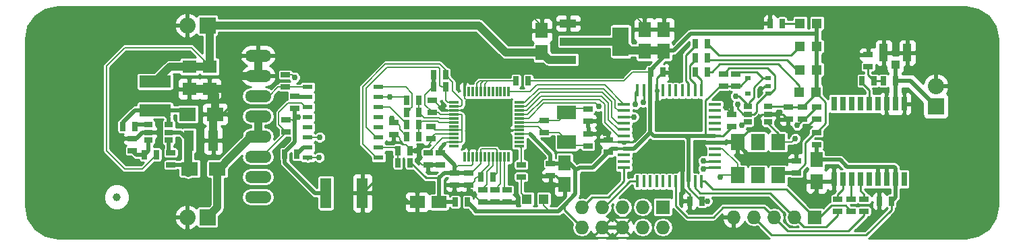
<source format=gtl>
G04 #@! TF.FileFunction,Copper,L1,Top,Signal*
%FSLAX46Y46*%
G04 Gerber Fmt 4.6, Leading zero omitted, Abs format (unit mm)*
G04 Created by KiCad (PCBNEW 0.201504121001+5594~22~ubuntu14.04.1-product) date Wed 15 Apr 2015 18:38:53 NZST*
%MOMM*%
G01*
G04 APERTURE LIST*
%ADD10C,0.150000*%
%ADD11R,2.032000X2.032000*%
%ADD12O,2.032000X2.032000*%
%ADD13C,1.000000*%
%ADD14C,6.600000*%
%ADD15R,0.800000X1.800000*%
%ADD16R,0.700000X1.800000*%
%ADD17R,1.727200X1.727200*%
%ADD18O,1.727200X1.727200*%
%ADD19R,0.635000X1.143000*%
%ADD20R,1.143000X0.635000*%
%ADD21R,1.300480X0.299720*%
%ADD22R,0.299720X1.300480*%
%ADD23R,2.400000X1.700000*%
%ADD24R,1.198880X1.198880*%
%ADD25R,1.198880X0.599440*%
%ADD26R,1.501140X1.950720*%
%ADD27R,1.950720X1.501140*%
%ADD28R,1.397000X3.810000*%
%ADD29O,3.302000X1.524000*%
%ADD30R,0.762000X0.508000*%
%ADD31R,1.524000X0.406400*%
%ADD32R,0.406400X1.524000*%
%ADD33R,1.800000X2.000000*%
%ADD34R,1.050000X2.200000*%
%ADD35R,1.000000X1.050000*%
%ADD36R,1.270000X2.540000*%
%ADD37R,1.000760X0.701040*%
%ADD38R,2.032000X3.657600*%
%ADD39R,2.032000X1.016000*%
%ADD40R,2.100580X1.699260*%
%ADD41R,4.000000X1.500000*%
%ADD42R,1.803400X1.600200*%
%ADD43C,0.762000*%
%ADD44C,0.508000*%
%ADD45C,0.177800*%
%ADD46C,1.016000*%
%ADD47C,0.254000*%
G04 APERTURE END LIST*
D10*
D11*
X158750000Y-60452000D03*
D12*
X158750000Y-57912000D03*
D13*
X163390000Y-54132000D03*
X159190000Y-54132000D03*
X159190000Y-51732000D03*
X163390000Y-51732000D03*
X161290000Y-55232000D03*
D14*
X161290000Y-52832000D03*
D13*
X161290000Y-50532000D03*
D15*
X150368000Y-60147000D03*
X151468000Y-60147000D03*
X152568000Y-60147000D03*
X153668000Y-60147000D03*
D16*
X154768000Y-60147000D03*
D15*
X149268000Y-60147000D03*
X148168000Y-60147000D03*
X147068000Y-60147000D03*
D16*
X145968000Y-60147000D03*
X145968000Y-69647000D03*
D15*
X147068000Y-69647000D03*
X148168000Y-69647000D03*
X149268000Y-69647000D03*
X150368000Y-69647000D03*
X151468000Y-69647000D03*
D16*
X152568000Y-69647000D03*
D15*
X153668000Y-69647000D03*
D16*
X154768000Y-69647000D03*
D11*
X67310000Y-74422000D03*
D12*
X64770000Y-74422000D03*
D11*
X67310000Y-50292000D03*
D12*
X64770000Y-50292000D03*
D17*
X124460000Y-73152000D03*
D18*
X124460000Y-75692000D03*
X121920000Y-73152000D03*
X121920000Y-75692000D03*
X119380000Y-73152000D03*
X119380000Y-75692000D03*
X116840000Y-73152000D03*
X116840000Y-75692000D03*
X114300000Y-73152000D03*
X114300000Y-75692000D03*
D17*
X143510000Y-74422000D03*
D18*
X140970000Y-74422000D03*
X138430000Y-74422000D03*
X135890000Y-74422000D03*
X133350000Y-74422000D03*
D19*
X107569000Y-57277000D03*
X106045000Y-57277000D03*
D20*
X117600000Y-66262000D03*
X117600000Y-64738000D03*
D19*
X122938000Y-56200000D03*
X124462000Y-56200000D03*
X129349500Y-72402700D03*
X127825500Y-72402700D03*
D21*
X98262440Y-61488320D03*
X98262440Y-61988700D03*
X98262440Y-62489080D03*
X98262440Y-62986920D03*
X98262440Y-63487300D03*
X98262440Y-59987180D03*
X98262440Y-60487560D03*
X98262440Y-60987940D03*
D22*
X99611180Y-66837560D03*
X100111560Y-66837560D03*
X100611940Y-66837560D03*
X101112320Y-66837560D03*
X101612700Y-66837560D03*
X102113080Y-66837560D03*
X102610920Y-66837560D03*
X103111300Y-66837560D03*
D21*
X106461560Y-65488820D03*
X106461560Y-64988440D03*
X106461560Y-64488060D03*
X106461560Y-63987680D03*
X106461560Y-63487300D03*
X106461560Y-62986920D03*
X106461560Y-62489080D03*
X106461560Y-61988700D03*
D22*
X105112820Y-58638440D03*
X104612440Y-58638440D03*
X104112060Y-58638440D03*
X103611680Y-58638440D03*
X103111300Y-58638440D03*
X102610920Y-58638440D03*
X102113080Y-58638440D03*
X101612700Y-58638440D03*
D21*
X98262440Y-63987680D03*
X98262440Y-64488060D03*
X98262440Y-64988440D03*
X98262440Y-65488820D03*
D22*
X103611680Y-66837560D03*
X104112060Y-66837560D03*
X104612440Y-66837560D03*
X105112820Y-66837560D03*
D21*
X106461560Y-61488320D03*
X106461560Y-60987940D03*
X106461560Y-60487560D03*
X106461560Y-59987180D03*
D22*
X101112320Y-58638440D03*
X100611940Y-58638440D03*
X100111560Y-58638440D03*
X99611180Y-58638440D03*
D23*
X112395000Y-64969000D03*
X112395000Y-61269000D03*
D20*
X110363000Y-69215000D03*
X110363000Y-67691000D03*
X115062000Y-60782200D03*
X115062000Y-62306200D03*
X115087400Y-65455800D03*
X115087400Y-63931800D03*
D24*
X109507020Y-72136000D03*
X107408980Y-72136000D03*
D20*
X104902000Y-70993000D03*
X104902000Y-72517000D03*
X106680000Y-67818000D03*
X106680000Y-69342000D03*
X109601000Y-62230000D03*
X109601000Y-63754000D03*
D25*
X88773000Y-66929000D03*
X88773000Y-65659000D03*
X88773000Y-64389000D03*
X88773000Y-63119000D03*
X88773000Y-61849000D03*
X88773000Y-60579000D03*
X88773000Y-59309000D03*
X88773000Y-58039000D03*
X79883000Y-58039000D03*
X79883000Y-59309000D03*
X79883000Y-60579000D03*
X79883000Y-61849000D03*
X79883000Y-63119000D03*
X79883000Y-64389000D03*
X79883000Y-65659000D03*
X79883000Y-66929000D03*
D26*
X112141000Y-67586860D03*
X112141000Y-70335140D03*
D20*
X101854000Y-72517000D03*
X101854000Y-70993000D03*
X103378000Y-72517000D03*
X103378000Y-70993000D03*
D27*
X96370140Y-72517000D03*
X93621860Y-72517000D03*
D19*
X101600000Y-69342000D03*
X103124000Y-69342000D03*
D20*
X100076000Y-70358000D03*
X100076000Y-68834000D03*
X98298000Y-70358000D03*
X98298000Y-68834000D03*
X95377000Y-64516000D03*
X95377000Y-62992000D03*
X95504000Y-59690000D03*
X95504000Y-61214000D03*
X96520000Y-67818000D03*
X96520000Y-66294000D03*
X94996000Y-66294000D03*
X94996000Y-67818000D03*
D28*
X82169000Y-71374000D03*
X86741000Y-71374000D03*
D19*
X93853000Y-62738000D03*
X92329000Y-62738000D03*
X93853000Y-61214000D03*
X92329000Y-61214000D03*
X92710000Y-66040000D03*
X91186000Y-66040000D03*
D20*
X90678000Y-64008000D03*
X90678000Y-62484000D03*
D29*
X73660000Y-71882000D03*
X73660000Y-69342000D03*
X73660000Y-66802000D03*
X73660000Y-64262000D03*
X73660000Y-61722000D03*
X73660000Y-59182000D03*
X73660000Y-56642000D03*
X73660000Y-54102000D03*
D20*
X77139800Y-62153800D03*
X77139800Y-63677800D03*
X77089000Y-58039000D03*
X77089000Y-56515000D03*
D19*
X78511400Y-66497200D03*
X76987400Y-66497200D03*
D20*
X78257400Y-59232800D03*
X78257400Y-60756800D03*
D19*
X92710000Y-67564000D03*
X91186000Y-67564000D03*
X95656400Y-56489600D03*
X97180400Y-56489600D03*
X92329000Y-64262000D03*
X93853000Y-64262000D03*
X93853000Y-59690000D03*
X92329000Y-59690000D03*
X95656400Y-58064400D03*
X97180400Y-58064400D03*
D30*
X137668000Y-58864500D03*
X137668000Y-56959500D03*
X135128000Y-58864500D03*
X137668000Y-57912000D03*
X135128000Y-56959500D03*
D24*
X143797020Y-52959000D03*
X141698980Y-52959000D03*
X143797020Y-55880000D03*
X141698980Y-55880000D03*
X143670020Y-58674000D03*
X141571980Y-58674000D03*
D19*
X128524000Y-52578000D03*
X130048000Y-52578000D03*
D20*
X133604000Y-56388000D03*
X133604000Y-57912000D03*
X132080000Y-56388000D03*
X132080000Y-57912000D03*
D19*
X128524000Y-54356000D03*
X130048000Y-54356000D03*
X128524000Y-56134000D03*
X130048000Y-56134000D03*
D31*
X131015000Y-64200000D03*
X131015000Y-63399900D03*
X131015000Y-62599800D03*
X131015000Y-61799700D03*
X131015000Y-60999600D03*
X131015000Y-60199500D03*
X131015000Y-65000100D03*
X131015000Y-65800200D03*
X131015000Y-66600300D03*
X131015000Y-67400400D03*
X131015000Y-68200500D03*
X119585000Y-64200000D03*
X119585000Y-63399900D03*
X119585000Y-62599800D03*
X119585000Y-61799700D03*
X119585000Y-60999600D03*
X119585000Y-60199500D03*
X119585000Y-65000100D03*
X119585000Y-65800200D03*
X119585000Y-66600300D03*
X119585000Y-67400400D03*
X119585000Y-68200500D03*
D32*
X125300000Y-58485000D03*
X125300000Y-69915000D03*
X124499900Y-58485000D03*
X124499900Y-69915000D03*
X123699800Y-69915000D03*
X123699800Y-58485000D03*
X122899700Y-58485000D03*
X122899700Y-69915000D03*
X122099600Y-69915000D03*
X122099600Y-58485000D03*
X121299500Y-58485000D03*
X121299500Y-69915000D03*
X126100100Y-69915000D03*
X126100100Y-58485000D03*
X126900200Y-58485000D03*
X126900200Y-69915000D03*
X127700300Y-69915000D03*
X127700300Y-58485000D03*
X128500400Y-58485000D03*
X128500400Y-69915000D03*
X129300500Y-69915000D03*
X129300500Y-58485000D03*
D20*
X141224000Y-67310000D03*
X141224000Y-68834000D03*
X133096000Y-62992000D03*
X133096000Y-61468000D03*
D33*
X138938000Y-64956000D03*
X136398000Y-64956000D03*
X133858000Y-64956000D03*
X133858000Y-69156000D03*
X136398000Y-69156000D03*
X138938000Y-69156000D03*
D34*
X152195000Y-53721000D03*
X155145000Y-53721000D03*
D35*
X153670000Y-55246000D03*
D19*
X153162000Y-72390000D03*
X151638000Y-72390000D03*
D36*
X64984000Y-64770000D03*
X68032000Y-64770000D03*
D20*
X150241000Y-55499000D03*
X150241000Y-53975000D03*
D37*
X62444000Y-62801500D03*
X62444000Y-63754000D03*
X62444000Y-64706500D03*
X59904000Y-64706500D03*
X59904000Y-63754000D03*
X59904000Y-62801500D03*
D20*
X146431000Y-73660000D03*
X146431000Y-72136000D03*
X148082000Y-73660000D03*
X148082000Y-72136000D03*
X149733000Y-73660000D03*
X149733000Y-72136000D03*
D19*
X149479000Y-57277000D03*
X151003000Y-57277000D03*
D20*
X57872000Y-64516000D03*
X57872000Y-66040000D03*
D19*
X59396000Y-66548000D03*
X60920000Y-66548000D03*
D38*
X119182720Y-52328000D03*
D39*
X112578720Y-52328000D03*
X112578720Y-54614000D03*
X112578720Y-50042000D03*
D19*
X56642000Y-62992000D03*
X58166000Y-62992000D03*
D20*
X62698000Y-66294000D03*
X62698000Y-67818000D03*
D26*
X143764000Y-69954140D03*
X143764000Y-67205860D03*
X109276720Y-50953860D03*
X109276720Y-53702140D03*
D24*
X143797020Y-50038000D03*
X141698980Y-50038000D03*
D19*
X137922000Y-50038000D03*
X139446000Y-50038000D03*
D40*
X65072260Y-68326000D03*
X68531740Y-68326000D03*
X64818260Y-61468000D03*
X68277740Y-61468000D03*
D37*
X135128000Y-62420500D03*
X135128000Y-61468000D03*
X135128000Y-60515500D03*
X137668000Y-60515500D03*
X137668000Y-61468000D03*
X137668000Y-62420500D03*
D41*
X60706000Y-60982000D03*
X60706000Y-57382000D03*
D13*
X55880000Y-71882000D03*
D42*
X65024000Y-55499000D03*
X65024000Y-58293000D03*
X67564000Y-55499000D03*
X67564000Y-58293000D03*
D20*
X143764000Y-62103000D03*
X143764000Y-60579000D03*
D19*
X99949000Y-72517000D03*
X98425000Y-72517000D03*
X152146000Y-57277000D03*
X153670000Y-57277000D03*
D20*
X143764000Y-63754000D03*
X143764000Y-65278000D03*
X141986000Y-60579000D03*
X141986000Y-62103000D03*
X140208000Y-60579000D03*
X140208000Y-62103000D03*
D13*
X51630000Y-54132000D03*
X47430000Y-54132000D03*
X47430000Y-51732000D03*
X51630000Y-51732000D03*
X49530000Y-55232000D03*
D14*
X49530000Y-52832000D03*
D13*
X49530000Y-50532000D03*
X51630000Y-73182000D03*
X47430000Y-73182000D03*
X47430000Y-70782000D03*
X51630000Y-70782000D03*
X49530000Y-74282000D03*
D14*
X49530000Y-71882000D03*
D13*
X49530000Y-69582000D03*
X163390000Y-73182000D03*
X159190000Y-73182000D03*
X159190000Y-70782000D03*
X163390000Y-70782000D03*
X161290000Y-74282000D03*
D14*
X161290000Y-71882000D03*
D13*
X161290000Y-69582000D03*
D26*
X124587000Y-50822860D03*
X124587000Y-53571140D03*
X122174000Y-50822860D03*
X122174000Y-53571140D03*
D43*
X130048000Y-72390000D03*
X120802400Y-61798200D03*
X116403051Y-60484308D03*
X81330800Y-66903600D03*
X81407000Y-64363600D03*
X129540000Y-67310000D03*
X129540000Y-68326000D03*
X121036970Y-60234052D03*
X133858000Y-60198000D03*
X122010690Y-59944000D03*
X133604000Y-59182000D03*
X120960720Y-49026000D03*
X121976720Y-49026000D03*
X122992720Y-49026000D03*
X124008720Y-49026000D03*
X125024720Y-49026000D03*
X126040720Y-49026000D03*
X154940000Y-62357000D03*
X153670000Y-62357000D03*
X152400000Y-62357000D03*
X107950000Y-49022000D03*
X109220000Y-49022000D03*
X110490000Y-49022000D03*
X116896720Y-50042000D03*
X115880720Y-50042000D03*
X114864720Y-50042000D03*
X143891000Y-71882000D03*
X142875000Y-71882000D03*
X141224000Y-66040000D03*
X136652010Y-58547000D03*
X125476000Y-66547980D03*
X132403800Y-60694672D03*
X129480484Y-65218484D03*
X104457500Y-63182500D03*
X124460000Y-61468000D03*
X121412000Y-63754000D03*
X100329479Y-71246479D03*
X100606860Y-65552318D03*
X100027740Y-59923682D03*
X117200000Y-63900000D03*
X93472000Y-66040000D03*
X151638000Y-73914000D03*
X56388000Y-64516000D03*
X70104000Y-60452000D03*
X70104000Y-59690000D03*
X70104000Y-58928000D03*
X149860000Y-52832000D03*
X150622000Y-52832000D03*
X152146000Y-51562000D03*
X153670000Y-51562000D03*
X155194000Y-51562000D03*
X116840000Y-69850000D03*
X108712000Y-69342000D03*
X110998000Y-72136000D03*
X125476000Y-56642000D03*
X125476000Y-55753000D03*
X88519000Y-69596000D03*
X88519000Y-70612000D03*
X88519000Y-72390000D03*
X88519000Y-73406000D03*
X98298000Y-71247000D03*
X91567000Y-71501000D03*
X91567000Y-72517000D03*
X91567000Y-73533000D03*
X78648558Y-61849000D03*
X78232000Y-56845200D03*
X90424000Y-61976000D03*
X90170000Y-59309000D03*
X131699000Y-69367400D03*
X141097000Y-64516010D03*
X134366000Y-62865000D03*
X141351000Y-62865000D03*
D44*
X124587000Y-53444140D02*
X125845570Y-53444140D01*
X124587000Y-53219350D02*
X124587000Y-53444140D01*
X124587000Y-54229000D02*
X124587000Y-53444140D01*
D45*
X107569000Y-57277000D02*
X119567720Y-57277000D01*
X120644720Y-56200000D02*
X122938000Y-56200000D01*
X119567720Y-57277000D02*
X120644720Y-56200000D01*
D46*
X120302860Y-53448140D02*
X119182720Y-52328000D01*
X112578720Y-52328000D02*
X119182720Y-52328000D01*
D47*
X130035300Y-72402700D02*
X130048000Y-72390000D01*
X129349500Y-72402700D02*
X130035300Y-72402700D01*
D44*
X100965000Y-73660000D02*
X100965000Y-73533000D01*
X110326399Y-73660000D02*
X100965000Y-73660000D01*
X100965000Y-73533000D02*
X99949000Y-72517000D01*
D47*
X140208000Y-60579000D02*
X141986000Y-60579000D01*
X137668000Y-60515500D02*
X140144500Y-60515500D01*
X140144500Y-60515500D02*
X140208000Y-60579000D01*
X143764000Y-63754000D02*
X143637000Y-63754000D01*
X143637000Y-63754000D02*
X142367000Y-65024000D01*
X142367000Y-67691000D02*
X141224000Y-68834000D01*
X142367000Y-65024000D02*
X142367000Y-67691000D01*
X143670020Y-58674000D02*
X143670020Y-58894980D01*
X143670020Y-58894980D02*
X141986000Y-60579000D01*
X137731500Y-60579000D02*
X137668000Y-60515500D01*
X143670020Y-58674000D02*
X143670020Y-58707020D01*
X143670020Y-58707020D02*
X144907000Y-59944000D01*
X144907000Y-62611000D02*
X143764000Y-63754000D01*
X144907000Y-59944000D02*
X144907000Y-62611000D01*
X141605000Y-68834000D02*
X141224000Y-68834000D01*
X143670020Y-58674000D02*
X143670020Y-59148980D01*
D44*
X125845570Y-53444140D02*
X127981710Y-51308000D01*
X127981710Y-51308000D02*
X143634460Y-51308000D01*
X143634460Y-51308000D02*
X143797020Y-51145440D01*
X143797020Y-51145440D02*
X143797020Y-52959000D01*
X143797020Y-51145440D02*
X143797020Y-50038000D01*
D47*
X141224000Y-68834000D02*
X141478000Y-68834000D01*
D44*
X141224000Y-68834000D02*
X141328140Y-68834000D01*
X141224000Y-68834000D02*
X139260000Y-68834000D01*
X139260000Y-68834000D02*
X138938000Y-69156000D01*
D45*
X107802680Y-63987680D02*
X107294680Y-63987680D01*
X107294680Y-63987680D02*
X106461560Y-63987680D01*
D44*
X110363000Y-67691000D02*
X110363000Y-66548000D01*
X110363000Y-66548000D02*
X107802680Y-63987680D01*
X110363000Y-67691000D02*
X112036860Y-67691000D01*
X112036860Y-67691000D02*
X112141000Y-67586860D01*
D47*
X122938000Y-56200000D02*
X122938000Y-55924000D01*
D44*
X112154140Y-67600000D02*
X112141000Y-67586860D01*
X113500000Y-68400000D02*
X112700000Y-67600000D01*
X112700000Y-67600000D02*
X112154140Y-67600000D01*
X113782500Y-68400000D02*
X113500000Y-68400000D01*
X114020500Y-68162000D02*
X113782500Y-68400000D01*
X115100000Y-68162000D02*
X114020500Y-68162000D01*
X115700000Y-68162000D02*
X115100000Y-68162000D01*
X117600000Y-66262000D02*
X115700000Y-68162000D01*
X117600000Y-66262000D02*
X118061800Y-65800200D01*
X118061800Y-65800200D02*
X118740555Y-65800200D01*
D45*
X119585000Y-65800200D02*
X118740555Y-65800200D01*
D44*
X122899700Y-59755000D02*
X122899700Y-58485000D01*
X122899700Y-63755500D02*
X122899700Y-59755000D01*
X120855000Y-65800200D02*
X122899700Y-63755500D01*
X119585000Y-65800200D02*
X120855000Y-65800200D01*
X122899700Y-56238300D02*
X122938000Y-56200000D01*
X122899700Y-58485000D02*
X122899700Y-56238300D01*
X123344200Y-64200000D02*
X122899700Y-63755500D01*
X127700300Y-64587245D02*
X127313055Y-64200000D01*
X127700300Y-69915000D02*
X127700300Y-64587245D01*
X127313055Y-64200000D02*
X123344200Y-64200000D01*
D47*
X129342266Y-72402700D02*
X129349500Y-72402700D01*
X127700300Y-69915000D02*
X127700300Y-70760734D01*
X127700300Y-70760734D02*
X129342266Y-72402700D01*
X133096000Y-63135000D02*
X133096000Y-62992000D01*
X132031000Y-64200000D02*
X133096000Y-63135000D01*
X131015000Y-64200000D02*
X132031000Y-64200000D01*
X132080000Y-57912000D02*
X133604000Y-57912000D01*
X134175500Y-57912000D02*
X135128000Y-56959500D01*
X133604000Y-57912000D02*
X134175500Y-57912000D01*
X129808281Y-59755217D02*
X129808281Y-64200000D01*
X131651498Y-57912000D02*
X129808281Y-59755217D01*
D44*
X129808281Y-64200000D02*
X127313055Y-64200000D01*
D47*
X132080000Y-57912000D02*
X131651498Y-57912000D01*
D44*
X131015000Y-64200000D02*
X129808281Y-64200000D01*
X122872000Y-56134000D02*
X122938000Y-56200000D01*
X112131962Y-72898000D02*
X113500000Y-71529962D01*
X113500000Y-71529962D02*
X113500000Y-68400000D01*
D47*
X135128000Y-56896000D02*
X135128000Y-56959500D01*
X112131962Y-73523962D02*
X114300000Y-75692000D01*
X112131962Y-72898000D02*
X112131962Y-73523962D01*
D44*
X111369962Y-73660000D02*
X112131962Y-72898000D01*
D45*
X110253780Y-73660000D02*
X110326399Y-73660000D01*
X108999020Y-71628000D02*
X108999020Y-72405240D01*
X109507020Y-72913240D02*
X110253780Y-73660000D01*
X110253780Y-73660000D02*
X110924340Y-73660000D01*
X109507020Y-72136000D02*
X109507020Y-72913240D01*
D44*
X110924340Y-73660000D02*
X111369962Y-73660000D01*
X110326399Y-73660000D02*
X110924340Y-73660000D01*
X143797020Y-52959000D02*
X143797020Y-55880000D01*
X143797020Y-58547000D02*
X143670020Y-58674000D01*
X143797020Y-55880000D02*
X143797020Y-58547000D01*
X143797020Y-58801000D02*
X143670020Y-58674000D01*
X122938000Y-55878000D02*
X124587000Y-54229000D01*
X122938000Y-56200000D02*
X122938000Y-55878000D01*
X122743000Y-56200000D02*
X122938000Y-56200000D01*
D46*
X122230720Y-53448140D02*
X120302860Y-53448140D01*
X124587000Y-53444140D02*
X122234720Y-53444140D01*
X122234720Y-53444140D02*
X122230720Y-53448140D01*
X68531740Y-68326000D02*
X68531740Y-73200260D01*
X68531740Y-73200260D02*
X67310000Y-74422000D01*
X68661920Y-68834000D02*
X68661920Y-68006080D01*
X68732400Y-68326000D02*
X70205600Y-66852800D01*
X68531740Y-68326000D02*
X68732400Y-68326000D01*
X72771000Y-64262000D02*
X73660000Y-64262000D01*
X70205600Y-66827400D02*
X72771000Y-64262000D01*
X70205600Y-66852800D02*
X70205600Y-66827400D01*
X73660000Y-61722000D02*
X73660000Y-64262000D01*
D45*
X106680000Y-65707260D02*
X106461560Y-65488820D01*
X106680000Y-68072000D02*
X106680000Y-65707260D01*
D44*
X96370140Y-72517000D02*
X98425000Y-72517000D01*
X95656400Y-56489600D02*
X95656400Y-58064400D01*
D45*
X97330260Y-64988440D02*
X97078097Y-65240603D01*
D44*
X96520000Y-65798700D02*
X97078097Y-65240603D01*
X96520000Y-66294000D02*
X96520000Y-65798700D01*
X98298000Y-67818000D02*
X96774000Y-66294000D01*
X96774000Y-66294000D02*
X96520000Y-66294000D01*
X96370140Y-69491860D02*
X96370140Y-72517000D01*
X97028000Y-68834000D02*
X96370140Y-69491860D01*
D45*
X103611680Y-66837560D02*
X103611680Y-68854320D01*
X103611680Y-68854320D02*
X103124000Y-69342000D01*
X103611680Y-66837560D02*
X103611680Y-66009520D01*
X103611680Y-66009520D02*
X103446579Y-65844419D01*
X101612700Y-65920618D02*
X101612700Y-66009520D01*
X103446579Y-65844419D02*
X101688899Y-65844419D01*
X101688899Y-65844419D02*
X101612700Y-65920618D01*
X101612700Y-66009520D02*
X101612700Y-66837560D01*
X98262440Y-64988440D02*
X97330260Y-64988440D01*
X98262440Y-63487300D02*
X95872300Y-63487300D01*
X95872300Y-63487300D02*
X95377000Y-62992000D01*
X98262440Y-63487300D02*
X99179382Y-63487300D01*
X99179382Y-63487300D02*
X99255581Y-63563499D01*
X99255581Y-63563499D02*
X99255581Y-64912241D01*
X99255581Y-64912241D02*
X99179382Y-64988440D01*
X99179382Y-64988440D02*
X99090480Y-64988440D01*
X99090480Y-64988440D02*
X98262440Y-64988440D01*
X98262440Y-61488320D02*
X99179382Y-61488320D01*
X99179382Y-61488320D02*
X99255581Y-61564519D01*
X99255581Y-61564519D02*
X99255581Y-63426339D01*
X99255581Y-63426339D02*
X99194620Y-63487300D01*
X99194620Y-63487300D02*
X99090480Y-63487300D01*
X99090480Y-63487300D02*
X98262440Y-63487300D01*
X100611940Y-67754502D02*
X100611940Y-66837560D01*
X101612700Y-66837560D02*
X101612700Y-67685920D01*
X101612700Y-67685920D02*
X100464620Y-68834000D01*
X100464620Y-68834000D02*
X100076000Y-68834000D01*
D47*
X100076000Y-68834000D02*
X100457000Y-68834000D01*
X92837000Y-67564000D02*
X94764860Y-69491860D01*
X94764860Y-69491860D02*
X96370140Y-69491860D01*
X92710000Y-67564000D02*
X92837000Y-67564000D01*
X95377000Y-61214000D02*
X95123000Y-61214000D01*
D45*
X96266000Y-61214000D02*
X95504000Y-61214000D01*
X96540320Y-61488320D02*
X96266000Y-61214000D01*
X98262440Y-61488320D02*
X96540320Y-61488320D01*
X95605600Y-58064400D02*
X95656400Y-58064400D01*
X94589599Y-59080401D02*
X95605600Y-58064400D01*
X95504000Y-61196222D02*
X94589599Y-60281821D01*
X94589599Y-60281821D02*
X94589599Y-59080401D01*
X95504000Y-61214000D02*
X95504000Y-61196222D01*
X100436682Y-67929760D02*
X100611940Y-67754502D01*
X98706940Y-67929760D02*
X100436682Y-67929760D01*
X98298000Y-68338700D02*
X98706940Y-67929760D01*
D44*
X98298000Y-68834000D02*
X100076000Y-68834000D01*
X98298000Y-68834000D02*
X98298000Y-67818000D01*
X98298000Y-68834000D02*
X97028000Y-68834000D01*
D45*
X98298000Y-68834000D02*
X98298000Y-68338700D01*
D47*
X98298000Y-68834000D02*
X98425000Y-68834000D01*
D45*
X109738799Y-58272760D02*
X109572760Y-58272760D01*
X108859240Y-58272760D02*
X109738799Y-58272760D01*
X107144820Y-59987180D02*
X108859240Y-58272760D01*
X106461560Y-59987180D02*
X107144820Y-59987180D01*
X118480099Y-60618899D02*
X118860800Y-60999600D01*
X118480099Y-59705569D02*
X118480099Y-60618899D01*
X117047290Y-58272760D02*
X118480099Y-59705569D01*
X118860800Y-60999600D02*
X119585000Y-60999600D01*
X109738799Y-58272760D02*
X117047290Y-58272760D01*
X117616479Y-62142879D02*
X118873500Y-63399900D01*
X117616479Y-60063288D02*
X117616479Y-62142879D01*
X116735171Y-59181980D02*
X117616479Y-60063288D01*
X109192478Y-59181980D02*
X116735171Y-59181980D01*
X118873500Y-63399900D02*
X119585000Y-63399900D01*
X107386519Y-60987940D02*
X109192478Y-59181980D01*
X106461560Y-60987940D02*
X107386519Y-60987940D01*
X109788195Y-58704570D02*
X109885464Y-58704570D01*
X107276229Y-60487560D02*
X109059219Y-58704570D01*
X106461560Y-60487560D02*
X107276229Y-60487560D01*
X109059219Y-58704570D02*
X109885464Y-58704570D01*
X118810000Y-62599800D02*
X119585000Y-62599800D01*
X118048289Y-61838089D02*
X118810000Y-62599800D01*
X118048289Y-59884429D02*
X118048289Y-61838089D01*
X116868430Y-58704570D02*
X118048289Y-59884429D01*
X109885464Y-58704570D02*
X116868430Y-58704570D01*
X118999500Y-60199500D02*
X119585000Y-60199500D01*
X119584700Y-60199500D02*
X119585000Y-60199500D01*
X117195600Y-57810400D02*
X119584700Y-60199500D01*
X108661200Y-57810400D02*
X117195600Y-57810400D01*
X107823000Y-58648600D02*
X108661200Y-57810400D01*
X105122980Y-58648600D02*
X107823000Y-58648600D01*
X105112820Y-58638440D02*
X105122980Y-58648600D01*
X117184669Y-62498469D02*
X118886200Y-64200000D01*
X109371339Y-59613790D02*
X116556310Y-59613790D01*
X107496809Y-61488320D02*
X109371339Y-59613790D01*
X118886200Y-64200000D02*
X119585000Y-64200000D01*
X117184669Y-60242149D02*
X117184669Y-62498469D01*
X116556310Y-59613790D02*
X117184669Y-60242149D01*
X106461560Y-61488320D02*
X107496809Y-61488320D01*
X119586500Y-61798200D02*
X119585000Y-61799700D01*
X120802400Y-61798200D02*
X119586500Y-61798200D01*
X107607100Y-61988700D02*
X109530591Y-60065209D01*
X106461560Y-61988700D02*
X107607100Y-61988700D01*
X109530591Y-60065209D02*
X115983952Y-60065209D01*
X115983952Y-60065209D02*
X116022052Y-60103309D01*
X116022052Y-60103309D02*
X116403051Y-60484308D01*
X101104701Y-58630821D02*
X101112320Y-58638440D01*
X102113080Y-57652920D02*
X102113080Y-58638440D01*
X102489000Y-57277000D02*
X102113080Y-57652920D01*
X102605840Y-57277000D02*
X101981000Y-57277000D01*
X106045000Y-57277000D02*
X102605840Y-57277000D01*
X102605840Y-57277000D02*
X102489000Y-57277000D01*
X101981000Y-57277000D02*
X101473000Y-57277000D01*
X101612700Y-57645300D02*
X101612700Y-58638440D01*
X101981000Y-57277000D02*
X101612700Y-57645300D01*
X101112320Y-57637680D02*
X101112320Y-58638440D01*
X101473000Y-57277000D02*
X101112320Y-57637680D01*
X104612440Y-66837560D02*
X104612440Y-70703440D01*
X104612440Y-70703440D02*
X104902000Y-70993000D01*
X77139800Y-63677800D02*
X77139800Y-63660022D01*
X77139800Y-63660022D02*
X76225399Y-62745621D01*
X76225399Y-62745621D02*
X76225399Y-61282579D01*
X76225399Y-61282579D02*
X77411579Y-60096399D01*
X77411579Y-60096399D02*
X79100679Y-60096399D01*
X79100679Y-60096399D02*
X79583280Y-60579000D01*
X79583280Y-60579000D02*
X79883000Y-60579000D01*
X73787000Y-66310000D02*
X73787000Y-66221578D01*
D47*
X79883000Y-60579000D02*
X79568038Y-60579000D01*
X74676000Y-66310000D02*
X73787000Y-66310000D01*
D44*
X74787000Y-66310000D02*
X73787000Y-66310000D01*
X73787000Y-66294000D02*
X74168000Y-66294000D01*
D45*
X74142600Y-66802000D02*
X73660000Y-66802000D01*
X77139800Y-63804800D02*
X74142600Y-66802000D01*
X77139800Y-63677800D02*
X77139800Y-63804800D01*
X77089000Y-58039000D02*
X77838300Y-58039000D01*
X77838300Y-58039000D02*
X79883000Y-58039000D01*
D44*
X74549000Y-58674000D02*
X73787000Y-58674000D01*
D45*
X75031600Y-59182000D02*
X73660000Y-59182000D01*
X76174600Y-58039000D02*
X75031600Y-59182000D01*
X77089000Y-58039000D02*
X76174600Y-58039000D01*
X81305400Y-66929000D02*
X81330800Y-66903600D01*
X79883000Y-66929000D02*
X81305400Y-66929000D01*
D47*
X79883000Y-67199000D02*
X79883000Y-66929000D01*
X79883000Y-66929000D02*
X79451200Y-66929000D01*
D45*
X81407000Y-64363600D02*
X79908400Y-64363600D01*
X79908400Y-64363600D02*
X79883000Y-64389000D01*
D47*
X74676000Y-68850000D02*
X73787000Y-68850000D01*
D45*
X112395000Y-64969000D02*
X112642260Y-64969000D01*
X112642260Y-64969000D02*
X113065560Y-65392300D01*
X113065560Y-65392300D02*
X114922300Y-65392300D01*
X114922300Y-65392300D02*
X115062000Y-65532000D01*
X112395000Y-64969000D02*
X112395000Y-64706500D01*
X112395000Y-64706500D02*
X111442500Y-63754000D01*
X111442500Y-63754000D02*
X110350300Y-63754000D01*
X110350300Y-63754000D02*
X109601000Y-63754000D01*
X106461560Y-62986920D02*
X108800900Y-62986920D01*
X108800900Y-62986920D02*
X109567980Y-63754000D01*
X109567980Y-63754000D02*
X109601000Y-63754000D01*
X112395000Y-61269000D02*
X112950380Y-60713620D01*
X112950380Y-60713620D02*
X115054380Y-60713620D01*
X115054380Y-60713620D02*
X115062000Y-60706000D01*
X109601000Y-62230000D02*
X111434000Y-62230000D01*
X111434000Y-62230000D02*
X112395000Y-61269000D01*
X109601000Y-62230000D02*
X109057440Y-62230000D01*
X107289600Y-62489080D02*
X106461560Y-62489080D01*
X109057440Y-62230000D02*
X108798360Y-62489080D01*
X108798360Y-62489080D02*
X107289600Y-62489080D01*
D47*
X114871509Y-60896491D02*
X115062000Y-60706000D01*
X115570000Y-71882000D02*
X114300000Y-73152000D01*
X117602000Y-71882000D02*
X115570000Y-71882000D01*
X119585000Y-69899000D02*
X117602000Y-71882000D01*
X119585000Y-68200500D02*
X119585000Y-69899000D01*
X117094000Y-73152000D02*
X116840000Y-73152000D01*
X120331000Y-69915000D02*
X117094000Y-73152000D01*
X121299500Y-69915000D02*
X120331000Y-69915000D01*
X148082000Y-72136000D02*
X148082000Y-69733000D01*
X148082000Y-69733000D02*
X148168000Y-69647000D01*
X146431000Y-72136000D02*
X146431000Y-71564500D01*
X146431000Y-71564500D02*
X147068000Y-70927500D01*
X147068000Y-70927500D02*
X147068000Y-70801000D01*
X147068000Y-70801000D02*
X147068000Y-69647000D01*
X128524000Y-54610000D02*
X128524000Y-54356000D01*
X127825499Y-55308501D02*
X128524000Y-54610000D01*
X128500400Y-57685202D02*
X127825499Y-57010301D01*
X127825499Y-57010301D02*
X127825499Y-55308501D01*
X128500400Y-58485000D02*
X128500400Y-57685202D01*
X129300500Y-58485000D02*
X129300500Y-58151500D01*
X129300500Y-58485000D02*
X129300500Y-57926200D01*
X128524000Y-56388000D02*
X128524000Y-56134000D01*
X129300500Y-57164500D02*
X128524000Y-56388000D01*
X129300500Y-58485000D02*
X129300500Y-57164500D01*
X131015000Y-67400400D02*
X129630400Y-67400400D01*
X129630400Y-67400400D02*
X129540000Y-67310000D01*
D45*
X131015000Y-67400400D02*
X130345180Y-67400400D01*
D47*
X131015000Y-68200500D02*
X129665500Y-68200500D01*
X129665500Y-68200500D02*
X129540000Y-68326000D01*
X132080000Y-56388000D02*
X132778519Y-55689481D01*
X132778519Y-55689481D02*
X137642581Y-55689481D01*
X138518900Y-58254900D02*
X137909300Y-58864500D01*
X137642581Y-55689481D02*
X138518900Y-56565800D01*
X138518900Y-56565800D02*
X138518900Y-58254900D01*
X137909300Y-58864500D02*
X137668000Y-58864500D01*
X121036970Y-58747530D02*
X121036970Y-60234052D01*
X121299500Y-58485000D02*
X121036970Y-58747530D01*
X133858000Y-60739020D02*
X134586980Y-61468000D01*
X134586980Y-61468000D02*
X135341360Y-61468000D01*
X133858000Y-60198000D02*
X133858000Y-60739020D01*
X137541000Y-58864500D02*
X137668000Y-58864500D01*
X136222741Y-60182759D02*
X137541000Y-58864500D01*
X136222741Y-61120021D02*
X136222741Y-60182759D01*
X135874762Y-61468000D02*
X136222741Y-61120021D01*
X135341360Y-61468000D02*
X135874762Y-61468000D01*
X122099600Y-59855090D02*
X122010690Y-59944000D01*
X122099600Y-58485000D02*
X122099600Y-59855090D01*
X134007860Y-59182000D02*
X135341360Y-60515500D01*
X133604000Y-59182000D02*
X134007860Y-59182000D01*
X135890000Y-58102500D02*
X137033000Y-56959500D01*
X135890001Y-59423301D02*
X135890000Y-58102500D01*
X135813801Y-59499501D02*
X135890001Y-59423301D01*
X135803639Y-59499501D02*
X135813801Y-59499501D01*
X135341360Y-59961780D02*
X135803639Y-59499501D01*
X135341360Y-60515500D02*
X135341360Y-59961780D01*
X137668000Y-56959500D02*
X137033000Y-56959500D01*
X133858000Y-56388000D02*
X133604000Y-56388000D01*
X134048509Y-56197491D02*
X133858000Y-56388000D01*
X136270991Y-56197491D02*
X134048509Y-56197491D01*
X137033000Y-56959500D02*
X136270991Y-56197491D01*
X124587000Y-50695860D02*
X124587000Y-50165000D01*
D45*
X122230720Y-50699860D02*
X122230720Y-50296000D01*
X122230720Y-50296000D02*
X120960720Y-49026000D01*
X121976720Y-49026000D02*
X122992720Y-49026000D01*
X124008720Y-49026000D02*
X125024720Y-49026000D01*
X152568000Y-60147000D02*
X152568000Y-62189000D01*
X153670000Y-62357000D02*
X154940000Y-62357000D01*
X152568000Y-62189000D02*
X152400000Y-62357000D01*
X109276720Y-50953860D02*
X109276720Y-50348720D01*
X109276720Y-50348720D02*
X107950000Y-49022000D01*
X109220000Y-49022000D02*
X110490000Y-49022000D01*
X112578720Y-50042000D02*
X114864720Y-50042000D01*
X115880720Y-50042000D02*
X116896720Y-50042000D01*
D47*
X143764000Y-69954140D02*
X143764000Y-70993000D01*
X143764000Y-70993000D02*
X142875000Y-71882000D01*
X141224000Y-67310000D02*
X141224000Y-66040000D01*
D44*
X143764000Y-69954140D02*
X145660860Y-69954140D01*
X145660860Y-69954140D02*
X145968000Y-69647000D01*
D47*
X140208000Y-62103000D02*
X140208000Y-62992000D01*
X141859000Y-63754000D02*
X143510000Y-62103000D01*
X140970000Y-63754000D02*
X141859000Y-63754000D01*
X140208000Y-62992000D02*
X140970000Y-63754000D01*
X143510000Y-62103000D02*
X143764000Y-62103000D01*
X137668000Y-61468000D02*
X139573000Y-61468000D01*
X139573000Y-61468000D02*
X140208000Y-62103000D01*
X137668000Y-57912000D02*
X137287010Y-57912000D01*
X137287010Y-57912000D02*
X136652010Y-58547000D01*
X118110000Y-74422000D02*
X120649411Y-74422000D01*
X120649411Y-74422000D02*
X126746000Y-74422000D01*
X120243599Y-74828401D02*
X120243599Y-74827812D01*
X119380000Y-75692000D02*
X120243599Y-74828401D01*
X120243599Y-74827812D02*
X120649411Y-74422000D01*
X118110000Y-74422000D02*
X119380000Y-75692000D01*
X118110000Y-76962000D02*
X120142000Y-76962000D01*
X118110000Y-76962000D02*
X115824000Y-76962000D01*
X120243599Y-76555599D02*
X120650000Y-76962000D01*
X119380000Y-75692000D02*
X120243599Y-76555599D01*
X118110000Y-76962000D02*
X119380000Y-75692000D01*
X116840000Y-75692000D02*
X118110000Y-76962000D01*
X115976401Y-76555599D02*
X115468401Y-76555599D01*
X116840000Y-75692000D02*
X115976401Y-76555599D01*
X126900200Y-67972180D02*
X125856999Y-66928979D01*
X126900200Y-69915000D02*
X126900200Y-67972180D01*
X125856999Y-66928979D02*
X125476000Y-66547980D01*
D46*
X70755000Y-58293000D02*
X67564000Y-58293000D01*
X65024000Y-58293000D02*
X67564000Y-58293000D01*
X68277740Y-61468000D02*
X68277740Y-59006740D01*
X68277740Y-59006740D02*
X67564000Y-58293000D01*
D47*
X133096000Y-61468000D02*
X133096000Y-61386872D01*
X133096000Y-61386872D02*
X132403800Y-60694672D01*
D46*
X68032000Y-64770000D02*
X68032000Y-61589920D01*
D44*
X57872000Y-64516000D02*
X58126000Y-64516000D01*
X59810021Y-63847979D02*
X59904000Y-63754000D01*
X135937598Y-67310000D02*
X135090331Y-66462733D01*
X135090331Y-66462733D02*
X134820916Y-66193318D01*
X133858000Y-64956000D02*
X133858000Y-65230402D01*
X133858000Y-65230402D02*
X135090331Y-66462733D01*
D45*
X134820916Y-66018916D02*
X133858000Y-65056000D01*
D44*
X141224000Y-67310000D02*
X135937598Y-67310000D01*
D47*
X129698868Y-65000100D02*
X129480484Y-65218484D01*
X131015000Y-65000100D02*
X129698868Y-65000100D01*
D45*
X133858000Y-65056000D02*
X133858000Y-64956000D01*
D47*
X131015000Y-65000100D02*
X133813900Y-65000100D01*
X133813900Y-65000100D02*
X133858000Y-64956000D01*
D45*
X106461560Y-63487300D02*
X104762300Y-63487300D01*
X104762300Y-63487300D02*
X104457500Y-63182500D01*
D47*
X123699800Y-58485000D02*
X123699800Y-60707800D01*
X123699800Y-60707800D02*
X124460000Y-61468000D01*
X119585000Y-65000100D02*
X120626100Y-65000100D01*
X121412000Y-64214200D02*
X121412000Y-63754000D01*
X120626100Y-65000100D02*
X121412000Y-64214200D01*
D45*
X100329479Y-71246479D02*
X101600000Y-72517000D01*
X100076000Y-70993000D02*
X100329479Y-71246479D01*
X106461560Y-63487300D02*
X105289109Y-63487300D01*
X105289109Y-63487300D02*
X105269132Y-63467323D01*
X100606860Y-65552318D02*
X100111560Y-66047618D01*
X100111560Y-66047618D02*
X100111560Y-66837560D01*
X101112320Y-66837560D02*
X101112320Y-66009520D01*
X101112320Y-66009520D02*
X100655118Y-65552318D01*
X100655118Y-65552318D02*
X100606860Y-65552318D01*
X98262440Y-60987940D02*
X99502297Y-60987940D01*
X99502297Y-60987940D02*
X100027740Y-60462497D01*
X100027740Y-60462497D02*
X100027740Y-59923682D01*
X99611180Y-58638440D02*
X99611180Y-59428379D01*
X99611180Y-59428379D02*
X100027740Y-59844939D01*
X100027740Y-59844939D02*
X100027740Y-59923682D01*
X103378000Y-72517000D02*
X104902000Y-72517000D01*
X101854000Y-72517000D02*
X104902000Y-72517000D01*
X101854000Y-72517000D02*
X103378000Y-72517000D01*
X101600000Y-72517000D02*
X101854000Y-72517000D01*
X90678000Y-64008000D02*
X90932000Y-64008000D01*
X91427300Y-64503300D02*
X91427300Y-64757300D01*
X91427300Y-64757300D02*
X91960700Y-65290700D01*
X91960700Y-65290700D02*
X92214700Y-65290700D01*
X90932000Y-64008000D02*
X91427300Y-64503300D01*
X92214700Y-65290700D02*
X92710000Y-65786000D01*
X92710000Y-65786000D02*
X92710000Y-66040000D01*
X98262440Y-63987680D02*
X98257360Y-63992760D01*
X98257360Y-63992760D02*
X95867220Y-63992760D01*
X102610920Y-66837560D02*
X102610920Y-67838320D01*
D47*
X111020860Y-69215000D02*
X112141000Y-70335140D01*
X110363000Y-69215000D02*
X111020860Y-69215000D01*
D45*
X117862100Y-65000100D02*
X117600000Y-64738000D01*
X119585000Y-65000100D02*
X117862100Y-65000100D01*
X117600000Y-64300000D02*
X117200000Y-63900000D01*
X117600000Y-64738000D02*
X117600000Y-64300000D01*
X115000000Y-63946000D02*
X115062000Y-64008000D01*
D47*
X115000000Y-63332021D02*
X115049616Y-63381637D01*
X115000000Y-63332021D02*
X115000000Y-63100000D01*
D45*
X115000000Y-63946000D02*
X115000000Y-63100000D01*
X115000000Y-62292000D02*
X115062000Y-62230000D01*
X115000000Y-63100000D02*
X115000000Y-62292000D01*
D47*
X123700000Y-56962000D02*
X124462000Y-56200000D01*
X123700000Y-58484800D02*
X123700000Y-56962000D01*
X123699800Y-58485000D02*
X123700000Y-58484800D01*
D45*
X96954340Y-60987940D02*
X98262440Y-60987940D01*
D47*
X126900200Y-70690000D02*
X127825500Y-71615300D01*
X127825500Y-71615300D02*
X127825500Y-72402700D01*
X126900200Y-69915000D02*
X126900200Y-70690000D01*
D45*
X93205300Y-66040000D02*
X92710000Y-66040000D01*
X93713300Y-65532000D02*
X93205300Y-66040000D01*
X94246700Y-67818000D02*
X93726000Y-67297300D01*
X94996000Y-67818000D02*
X94246700Y-67818000D01*
X93726000Y-67297300D02*
X93726000Y-66294000D01*
X93726000Y-66294000D02*
X93472000Y-66040000D01*
X92710000Y-66040000D02*
X93472000Y-66040000D01*
D47*
X151638000Y-72390000D02*
X151638000Y-73914000D01*
X57872000Y-64516000D02*
X56388000Y-64516000D01*
X69088000Y-61468000D02*
X70104000Y-60452000D01*
X68277740Y-61468000D02*
X69088000Y-61468000D01*
X70104000Y-59690000D02*
X70104000Y-58928000D01*
X150241000Y-53213000D02*
X149860000Y-52832000D01*
X150241000Y-53975000D02*
X150241000Y-53213000D01*
X152195000Y-51611000D02*
X152146000Y-51562000D01*
X152195000Y-53721000D02*
X152195000Y-51611000D01*
X153670000Y-51562000D02*
X155194000Y-51562000D01*
X136913620Y-61468000D02*
X136398000Y-61983620D01*
X137668000Y-61468000D02*
X136913620Y-61468000D01*
X136398000Y-61983620D02*
X136398000Y-62738000D01*
X136398000Y-62738000D02*
X135636000Y-63500000D01*
X133858000Y-64856000D02*
X133858000Y-64956000D01*
X135214000Y-63500000D02*
X133858000Y-64856000D01*
X135636000Y-63500000D02*
X135214000Y-63500000D01*
D46*
X68072000Y-58547000D02*
X67818000Y-58547000D01*
D47*
X126746000Y-74422000D02*
X127254000Y-74930000D01*
X116840000Y-75692000D02*
X118110000Y-74422000D01*
X110363000Y-69215000D02*
X108839000Y-69215000D01*
X108839000Y-69215000D02*
X108712000Y-69342000D01*
X110236000Y-71120000D02*
X111252000Y-72136000D01*
D44*
X58329198Y-64516000D02*
X57872000Y-64516000D01*
X59091198Y-63754000D02*
X58329198Y-64516000D01*
X59904000Y-63754000D02*
X59091198Y-63754000D01*
D47*
X125034000Y-56200000D02*
X125476000Y-56642000D01*
X124462000Y-56200000D02*
X125034000Y-56200000D01*
X88519000Y-70612000D02*
X88519000Y-72390000D01*
X86741000Y-71374000D02*
X88519000Y-69596000D01*
D45*
X94856300Y-65532000D02*
X93713300Y-65532000D01*
X95377000Y-65011300D02*
X94856300Y-65532000D01*
X100076000Y-70358000D02*
X100076000Y-70993000D01*
X101600000Y-69342000D02*
X101092000Y-69342000D01*
X100330000Y-70358000D02*
X100076000Y-70358000D01*
X101092000Y-69342000D02*
X100825300Y-69608700D01*
X100825300Y-69608700D02*
X100825300Y-69862700D01*
X100825300Y-69862700D02*
X100330000Y-70358000D01*
X95867220Y-63992760D02*
X95377000Y-64482980D01*
X95377000Y-64482980D02*
X95377000Y-64516000D01*
X102610920Y-67838320D02*
X101600000Y-68849240D01*
X101600000Y-68849240D02*
X101600000Y-69342000D01*
D47*
X98298000Y-70358000D02*
X100076000Y-70358000D01*
X98298000Y-70358000D02*
X98298000Y-71247000D01*
X92583000Y-72517000D02*
X91567000Y-71501000D01*
X91567000Y-72517000D02*
X91567000Y-73533000D01*
X93621860Y-72517000D02*
X92583000Y-72517000D01*
D45*
X95377000Y-59690000D02*
X95504000Y-59690000D01*
X95656400Y-59690000D02*
X96954340Y-60987940D01*
X95504000Y-59690000D02*
X95656400Y-59690000D01*
X95377000Y-64516000D02*
X95377000Y-65011300D01*
D46*
X70755000Y-56880000D02*
X70755000Y-58293000D01*
X70993000Y-56642000D02*
X70755000Y-56880000D01*
X73660000Y-56642000D02*
X70993000Y-56642000D01*
X73660000Y-54102000D02*
X73660000Y-56642000D01*
D44*
X153670000Y-57277000D02*
X155575000Y-57277000D01*
X155575000Y-57277000D02*
X158750000Y-60452000D01*
X153668000Y-57281540D02*
X153672540Y-57277000D01*
X153668000Y-60147000D02*
X153668000Y-57281540D01*
X153668000Y-55248000D02*
X153670000Y-55246000D01*
X153668000Y-60147000D02*
X153668000Y-55248000D01*
D45*
X103111300Y-66837560D02*
X103111300Y-67962780D01*
X103111300Y-67962780D02*
X102362000Y-68712080D01*
X101854000Y-70850760D02*
X101854000Y-70993000D01*
X102362000Y-68712080D02*
X102362000Y-70342760D01*
X102362000Y-70342760D02*
X101854000Y-70850760D01*
X104112060Y-66837560D02*
X104112060Y-70258940D01*
X104112060Y-70258940D02*
X103378000Y-70993000D01*
D44*
X81284445Y-71374000D02*
X82169000Y-71374000D01*
D47*
X81813400Y-71374000D02*
X82169000Y-71374000D01*
D44*
X80822800Y-71374000D02*
X81284445Y-71374000D01*
X80784700Y-71374000D02*
X81284445Y-71374000D01*
X76987400Y-67576700D02*
X80784700Y-71374000D01*
D45*
X78648558Y-61849000D02*
X78257400Y-62240158D01*
X78257400Y-62240158D02*
X78257400Y-62334876D01*
X77089000Y-56515000D02*
X77901800Y-56515000D01*
X77901800Y-56515000D02*
X78232000Y-56845200D01*
D44*
X78257400Y-60756800D02*
X78257400Y-62334876D01*
D45*
X77139800Y-62153800D02*
X77889100Y-62153800D01*
D44*
X78257400Y-62334876D02*
X78257400Y-64973200D01*
D45*
X77889100Y-62153800D02*
X78070176Y-62334876D01*
X78070176Y-62334876D02*
X78257400Y-62334876D01*
D44*
X78257400Y-64973200D02*
X76987400Y-66243200D01*
X76987400Y-66243200D02*
X76987400Y-66497200D01*
X76987400Y-66497200D02*
X76987400Y-67576700D01*
D45*
X91186000Y-66040000D02*
X91186000Y-67564000D01*
X88773000Y-65659000D02*
X90805000Y-65659000D01*
X90805000Y-65659000D02*
X91186000Y-66040000D01*
X90424000Y-61976000D02*
X90424000Y-62230000D01*
X90424000Y-62230000D02*
X90678000Y-62484000D01*
X90170000Y-59309000D02*
X91948000Y-59309000D01*
X91948000Y-59309000D02*
X92329000Y-59690000D01*
X88773000Y-59309000D02*
X90170000Y-59309000D01*
X90678000Y-62484000D02*
X90932000Y-62484000D01*
X90932000Y-62484000D02*
X91427300Y-62979300D01*
X91427300Y-62979300D02*
X91427300Y-63360300D01*
X91427300Y-63360300D02*
X92329000Y-64262000D01*
D47*
X140581380Y-54076600D02*
X141698980Y-52959000D01*
X131546600Y-54076600D02*
X140581380Y-54076600D01*
X130048000Y-52578000D02*
X131546600Y-54076600D01*
X130048000Y-54356000D02*
X130048000Y-54102000D01*
X141351000Y-55880000D02*
X141698980Y-55880000D01*
X130302000Y-54610000D02*
X140081000Y-54610000D01*
X140081000Y-54610000D02*
X141351000Y-55880000D01*
X130048000Y-54356000D02*
X130302000Y-54610000D01*
X141571980Y-57820560D02*
X141571980Y-58674000D01*
X131572029Y-55181471D02*
X138932891Y-55181471D01*
X138932891Y-55181471D02*
X141571980Y-57820560D01*
X130619500Y-56134000D02*
X131572029Y-55181471D01*
X130048000Y-56134000D02*
X130619500Y-56134000D01*
D45*
X98262440Y-64488060D02*
X96801940Y-64488060D01*
X96801940Y-64488060D02*
X94996000Y-66294000D01*
X133858000Y-69156000D02*
X131910400Y-69156000D01*
X131910400Y-69156000D02*
X131699000Y-69367400D01*
X133858000Y-69156000D02*
X133858000Y-67703400D01*
X133858000Y-67703400D02*
X131954800Y-65800200D01*
X131954800Y-65800200D02*
X131015000Y-65800200D01*
X138938000Y-64956000D02*
X140657010Y-64956000D01*
X140657010Y-64956000D02*
X141097000Y-64516010D01*
X138938000Y-64856000D02*
X138938000Y-64956000D01*
D47*
X138938000Y-64008000D02*
X138938000Y-64956000D01*
X138938000Y-63903860D02*
X138938000Y-64008000D01*
X137454640Y-62420500D02*
X138938000Y-63903860D01*
D44*
X79883000Y-65659000D02*
X79349600Y-65659000D01*
X79349600Y-65659000D02*
X78511400Y-66497200D01*
X79883000Y-59309000D02*
X78333600Y-59309000D01*
X78333600Y-59309000D02*
X78257400Y-59232800D01*
X61192000Y-61468000D02*
X60706000Y-60982000D01*
X64332260Y-60982000D02*
X64818260Y-61468000D01*
X60706000Y-60982000D02*
X64332260Y-60982000D01*
X62444000Y-62801500D02*
X62444000Y-61936000D01*
X61490000Y-60982000D02*
X60706000Y-60982000D01*
X62444000Y-61936000D02*
X61490000Y-60982000D01*
X56642000Y-62538000D02*
X56642000Y-62992000D01*
X58198000Y-60982000D02*
X56642000Y-62538000D01*
X60706000Y-60982000D02*
X58198000Y-60982000D01*
D47*
X59840500Y-62738000D02*
X59904000Y-62801500D01*
D44*
X58356500Y-62801500D02*
X58166000Y-62992000D01*
X59904000Y-62801500D02*
X58356500Y-62801500D01*
D45*
X67564000Y-55499000D02*
X67564000Y-55372000D01*
X67564000Y-55372000D02*
X65278000Y-53086000D01*
X59142000Y-68326000D02*
X60920000Y-66548000D01*
X56896000Y-68326000D02*
X59142000Y-68326000D01*
X54610000Y-66040000D02*
X56896000Y-68326000D01*
X54610000Y-55372000D02*
X54610000Y-66040000D01*
X56896000Y-53086000D02*
X54610000Y-55372000D01*
X65278000Y-53086000D02*
X56896000Y-53086000D01*
D46*
X67310000Y-50292000D02*
X101346000Y-50292000D01*
X104756140Y-53702140D02*
X109276720Y-53702140D01*
X101346000Y-50292000D02*
X104756140Y-53702140D01*
X67564000Y-55499000D02*
X67564000Y-50546000D01*
X67564000Y-50546000D02*
X67310000Y-50292000D01*
X112578720Y-54614000D02*
X110188580Y-54614000D01*
X110188580Y-54614000D02*
X109276720Y-53702140D01*
X67310000Y-55245000D02*
X67564000Y-55499000D01*
X65024000Y-55499000D02*
X67564000Y-55499000D01*
X65024000Y-55499000D02*
X62589000Y-55499000D01*
X62589000Y-55499000D02*
X60706000Y-57382000D01*
D47*
X60920000Y-66802000D02*
X60920000Y-66548000D01*
X153162000Y-72390000D02*
X153162000Y-73517762D01*
X136753599Y-75285599D02*
X135890000Y-74422000D01*
X153162000Y-73517762D02*
X149997141Y-76682621D01*
X149997141Y-76682621D02*
X138150621Y-76682621D01*
X138150621Y-76682621D02*
X136753599Y-75285599D01*
D44*
X143764000Y-65278000D02*
X143764000Y-67205860D01*
X151384000Y-68072000D02*
X147574000Y-68072000D01*
X147574000Y-68072000D02*
X146707860Y-67205860D01*
X146707860Y-67205860D02*
X143764000Y-67205860D01*
D47*
X135382000Y-73914000D02*
X135382000Y-74066400D01*
D44*
X153668000Y-71884000D02*
X153162000Y-72390000D01*
X153668000Y-69647000D02*
X153668000Y-71884000D01*
X153668000Y-68239000D02*
X153501000Y-68072000D01*
X153668000Y-69647000D02*
X153668000Y-68239000D01*
X151468000Y-68156000D02*
X151468000Y-69647000D01*
X151384000Y-68072000D02*
X151468000Y-68156000D01*
X152568000Y-68114494D02*
X152610494Y-68072000D01*
X152568000Y-69647000D02*
X152568000Y-68114494D01*
X152610494Y-68072000D02*
X151384000Y-68072000D01*
X153501000Y-68072000D02*
X152610494Y-68072000D01*
D46*
X64862080Y-68834000D02*
X64862080Y-67594155D01*
X64862080Y-67594155D02*
X64862080Y-64891920D01*
D44*
X62698000Y-67818000D02*
X64638235Y-67818000D01*
X64638235Y-67818000D02*
X64862080Y-67594155D01*
X62444000Y-63754000D02*
X63968000Y-63754000D01*
X63968000Y-63754000D02*
X64984000Y-64770000D01*
D46*
X64862080Y-64891920D02*
X64984000Y-64770000D01*
D47*
X152146000Y-57277000D02*
X151003000Y-57277000D01*
X150241000Y-56515000D02*
X151003000Y-57277000D01*
X150241000Y-55499000D02*
X150241000Y-56515000D01*
X138430000Y-74422000D02*
X137185399Y-73177399D01*
X137185399Y-73177399D02*
X132054601Y-73177399D01*
X130810000Y-74422000D02*
X127508000Y-74422000D01*
X132054601Y-73177399D02*
X130810000Y-74422000D01*
X127508000Y-74422000D02*
X126100100Y-73014100D01*
X126100100Y-70931000D02*
X126100100Y-69915000D01*
X126100100Y-73014100D02*
X126100100Y-70931000D01*
X149733000Y-73660000D02*
X149733000Y-74231500D01*
X149733000Y-74231500D02*
X147789889Y-76174611D01*
X147789889Y-76174611D02*
X140182611Y-76174611D01*
X140182611Y-76174611D02*
X139293599Y-75285599D01*
X139293599Y-75285599D02*
X138430000Y-74422000D01*
X149733000Y-73660000D02*
X149606000Y-73660000D01*
X149606000Y-73660000D02*
X149606000Y-73710802D01*
X138785599Y-74777599D02*
X137922000Y-73914000D01*
X140970000Y-74422000D02*
X137922010Y-71374010D01*
X137922010Y-71374010D02*
X129108508Y-71374010D01*
X129108508Y-71374010D02*
X128500400Y-70765902D01*
X128500400Y-70765902D02*
X128500400Y-69915000D01*
X146431000Y-73660000D02*
X146431000Y-74231500D01*
X146431000Y-74231500D02*
X144995899Y-75666601D01*
X144995899Y-75666601D02*
X142214601Y-75666601D01*
X142214601Y-75666601D02*
X141833599Y-75285599D01*
X141833599Y-75285599D02*
X140970000Y-74422000D01*
X141325599Y-74777599D02*
X140462000Y-73914000D01*
X129757700Y-69915000D02*
X129300500Y-69915000D01*
X130708700Y-70866000D02*
X129757700Y-69915000D01*
X139954000Y-70866000D02*
X130708700Y-70866000D01*
X143510000Y-74422000D02*
X139954000Y-70866000D01*
X148082000Y-73660000D02*
X147383499Y-72961499D01*
X147383499Y-72961499D02*
X145605501Y-72961499D01*
X145605501Y-72961499D02*
X144145000Y-74422000D01*
X144145000Y-74422000D02*
X143510000Y-74422000D01*
X143002000Y-73914000D02*
X142748000Y-73660000D01*
X129300500Y-70626500D02*
X129300500Y-69915000D01*
X129300500Y-69915000D02*
X129300500Y-70121836D01*
X129300500Y-69915000D02*
X129300500Y-69991500D01*
D44*
X62444000Y-64706500D02*
X62444000Y-66040000D01*
X62444000Y-66040000D02*
X62698000Y-66294000D01*
X59396000Y-66548000D02*
X58380000Y-66548000D01*
X58380000Y-66548000D02*
X57872000Y-66040000D01*
X59904000Y-64706500D02*
X59904000Y-66040000D01*
X59904000Y-66040000D02*
X59396000Y-66548000D01*
D47*
X149733000Y-72136000D02*
X149733000Y-71564500D01*
X149733000Y-71564500D02*
X149268000Y-71099500D01*
X149268000Y-71099500D02*
X149268000Y-70801000D01*
X149268000Y-70801000D02*
X149268000Y-69647000D01*
X128524000Y-52832000D02*
X128524000Y-52578000D01*
X127317489Y-54038511D02*
X128524000Y-52832000D01*
X127317489Y-57251287D02*
X127317489Y-54038511D01*
X127700300Y-57634098D02*
X127317489Y-57251287D01*
X127700300Y-58485000D02*
X127700300Y-57634098D01*
X150368000Y-58420000D02*
X149479000Y-57531000D01*
X149479000Y-57531000D02*
X149479000Y-57277000D01*
X150368000Y-60147000D02*
X150368000Y-58420000D01*
X141698980Y-50038000D02*
X139446000Y-50038000D01*
D45*
X106680000Y-69342000D02*
X106680000Y-71407020D01*
X106680000Y-71407020D02*
X107408980Y-72136000D01*
X93853000Y-62738000D02*
X93853000Y-64262000D01*
X94259401Y-62331599D02*
X93853000Y-62738000D01*
X96222821Y-62331599D02*
X94259401Y-62331599D01*
X96380302Y-62489080D02*
X96222821Y-62331599D01*
X98262440Y-62489080D02*
X96380302Y-62489080D01*
X88773000Y-60579000D02*
X90187778Y-60579000D01*
X90187778Y-60579000D02*
X92329000Y-62720222D01*
X92329000Y-62720222D02*
X92329000Y-62738000D01*
X93853000Y-59690000D02*
X93853000Y-61214000D01*
X98262440Y-61988700D02*
X96490593Y-61988700D01*
X96490593Y-61988700D02*
X96401682Y-61899789D01*
X96401682Y-61899789D02*
X94538789Y-61899789D01*
X94538789Y-61899789D02*
X93853000Y-61214000D01*
D47*
X92683429Y-60859571D02*
X92329000Y-61214000D01*
D45*
X88773000Y-58039000D02*
X92184222Y-58039000D01*
X92184222Y-58039000D02*
X92989401Y-58844179D01*
X92989401Y-58844179D02*
X92989401Y-60553599D01*
X92989401Y-60553599D02*
X92683429Y-60859571D01*
X87198200Y-58192470D02*
X87198200Y-63113920D01*
X96247149Y-55575199D02*
X89815471Y-55575199D01*
X96448880Y-57828180D02*
X96448880Y-55776930D01*
X97180400Y-58064400D02*
X96685100Y-58064400D01*
X96448880Y-55776930D02*
X96247149Y-55575199D01*
X88473280Y-64389000D02*
X88773000Y-64389000D01*
X96685100Y-58064400D02*
X96448880Y-57828180D01*
X87198200Y-63113920D02*
X88473280Y-64389000D01*
X89815471Y-55575199D02*
X87198200Y-58192470D01*
X97180400Y-58813700D02*
X97180400Y-58064400D01*
X97180400Y-59733180D02*
X97180400Y-58813700D01*
X97434400Y-59987180D02*
X97180400Y-59733180D01*
X98262440Y-59987180D02*
X97434400Y-59987180D01*
X98262440Y-60487560D02*
X99090480Y-60487560D01*
X98069400Y-57429400D02*
X97180400Y-56540400D01*
X99090480Y-60487560D02*
X99258120Y-60319920D01*
X99258120Y-60319920D02*
X99258120Y-59685990D01*
X98069400Y-58497270D02*
X98069400Y-57429400D01*
X99258120Y-59685990D02*
X98069400Y-58497270D01*
X97180400Y-56540400D02*
X97180400Y-56489600D01*
X97180400Y-55897780D02*
X96426009Y-55143389D01*
X88473280Y-66929000D02*
X88773000Y-66929000D01*
X97180400Y-56489600D02*
X97180400Y-55897780D01*
X89636610Y-55143389D02*
X86766390Y-58013609D01*
X86766390Y-58013609D02*
X86766390Y-65222110D01*
X96426009Y-55143389D02*
X89636610Y-55143389D01*
X86766390Y-65222110D02*
X88473280Y-66929000D01*
D47*
X141986000Y-62103000D02*
X141986000Y-62230000D01*
X141986000Y-62230000D02*
X141351000Y-62865000D01*
X134366000Y-62865000D02*
X134810500Y-62420500D01*
X134810500Y-62420500D02*
X135128000Y-62420500D01*
X134937500Y-62420500D02*
X135128000Y-62420500D01*
X141986000Y-62103000D02*
X142240000Y-62103000D01*
X142240000Y-62103000D02*
X143764000Y-60579000D01*
G36*
X91828913Y-65169783D02*
X91803416Y-65231337D01*
X91779904Y-65195544D01*
X91653284Y-65110074D01*
X91503500Y-65080036D01*
X90868500Y-65080036D01*
X90723226Y-65108222D01*
X90600104Y-65189100D01*
X89716357Y-65189100D01*
X89648844Y-65086324D01*
X89556146Y-65023751D01*
X89645396Y-64965124D01*
X89727082Y-64844108D01*
X89746801Y-64863827D01*
X89980190Y-64960500D01*
X90232809Y-64960500D01*
X90392250Y-64960500D01*
X90551000Y-64801750D01*
X90551000Y-64135000D01*
X90531000Y-64135000D01*
X90531000Y-63881000D01*
X90551000Y-63881000D01*
X90551000Y-63861000D01*
X90805000Y-63861000D01*
X90805000Y-63881000D01*
X90825000Y-63881000D01*
X90825000Y-64135000D01*
X90805000Y-64135000D01*
X90805000Y-64801750D01*
X90963750Y-64960500D01*
X91123191Y-64960500D01*
X91375810Y-64960500D01*
X91609199Y-64863827D01*
X91625715Y-64847310D01*
X91651222Y-64978774D01*
X91735096Y-65106456D01*
X91828913Y-65169783D01*
X91828913Y-65169783D01*
G37*
X91828913Y-65169783D02*
X91803416Y-65231337D01*
X91779904Y-65195544D01*
X91653284Y-65110074D01*
X91503500Y-65080036D01*
X90868500Y-65080036D01*
X90723226Y-65108222D01*
X90600104Y-65189100D01*
X89716357Y-65189100D01*
X89648844Y-65086324D01*
X89556146Y-65023751D01*
X89645396Y-64965124D01*
X89727082Y-64844108D01*
X89746801Y-64863827D01*
X89980190Y-64960500D01*
X90232809Y-64960500D01*
X90392250Y-64960500D01*
X90551000Y-64801750D01*
X90551000Y-64135000D01*
X90531000Y-64135000D01*
X90531000Y-63881000D01*
X90551000Y-63881000D01*
X90551000Y-63861000D01*
X90805000Y-63861000D01*
X90805000Y-63881000D01*
X90825000Y-63881000D01*
X90825000Y-64135000D01*
X90805000Y-64135000D01*
X90805000Y-64801750D01*
X90963750Y-64960500D01*
X91123191Y-64960500D01*
X91375810Y-64960500D01*
X91609199Y-64863827D01*
X91625715Y-64847310D01*
X91651222Y-64978774D01*
X91735096Y-65106456D01*
X91828913Y-65169783D01*
G36*
X95249998Y-65375463D02*
X95037425Y-65588036D01*
X94424500Y-65588036D01*
X94279226Y-65616222D01*
X94151544Y-65700096D01*
X94066074Y-65826716D01*
X94036036Y-65976500D01*
X94036036Y-66611500D01*
X94064222Y-66756774D01*
X94148096Y-66884456D01*
X94187771Y-66911237D01*
X94064801Y-66962173D01*
X93886173Y-67140802D01*
X93789500Y-67374191D01*
X93789500Y-67532250D01*
X93948248Y-67690998D01*
X93789500Y-67690998D01*
X93789500Y-67798080D01*
X93415964Y-67424544D01*
X93415964Y-67121061D01*
X93565827Y-66971199D01*
X93662500Y-66737810D01*
X93662500Y-66485191D01*
X93662500Y-66325750D01*
X93503750Y-66167000D01*
X92837000Y-66167000D01*
X92837000Y-66187000D01*
X92583000Y-66187000D01*
X92583000Y-66167000D01*
X92563000Y-66167000D01*
X92563000Y-65913000D01*
X92583000Y-65913000D01*
X92583000Y-65893000D01*
X92837000Y-65893000D01*
X92837000Y-65913000D01*
X93503750Y-65913000D01*
X93662500Y-65754250D01*
X93662500Y-65594809D01*
X93662500Y-65342190D01*
X93612700Y-65221964D01*
X94170500Y-65221964D01*
X94275556Y-65201581D01*
X94445801Y-65371827D01*
X94679190Y-65468500D01*
X94931809Y-65468500D01*
X95091250Y-65468500D01*
X95249998Y-65309752D01*
X95249998Y-65375463D01*
X95249998Y-65375463D01*
G37*
X95249998Y-65375463D02*
X95037425Y-65588036D01*
X94424500Y-65588036D01*
X94279226Y-65616222D01*
X94151544Y-65700096D01*
X94066074Y-65826716D01*
X94036036Y-65976500D01*
X94036036Y-66611500D01*
X94064222Y-66756774D01*
X94148096Y-66884456D01*
X94187771Y-66911237D01*
X94064801Y-66962173D01*
X93886173Y-67140802D01*
X93789500Y-67374191D01*
X93789500Y-67532250D01*
X93948248Y-67690998D01*
X93789500Y-67690998D01*
X93789500Y-67798080D01*
X93415964Y-67424544D01*
X93415964Y-67121061D01*
X93565827Y-66971199D01*
X93662500Y-66737810D01*
X93662500Y-66485191D01*
X93662500Y-66325750D01*
X93503750Y-66167000D01*
X92837000Y-66167000D01*
X92837000Y-66187000D01*
X92583000Y-66187000D01*
X92583000Y-66167000D01*
X92563000Y-66167000D01*
X92563000Y-65913000D01*
X92583000Y-65913000D01*
X92583000Y-65893000D01*
X92837000Y-65893000D01*
X92837000Y-65913000D01*
X93503750Y-65913000D01*
X93662500Y-65754250D01*
X93662500Y-65594809D01*
X93662500Y-65342190D01*
X93612700Y-65221964D01*
X94170500Y-65221964D01*
X94275556Y-65201581D01*
X94445801Y-65371827D01*
X94679190Y-65468500D01*
X94931809Y-65468500D01*
X95091250Y-65468500D01*
X95249998Y-65309752D01*
X95249998Y-65375463D01*
G36*
X95524000Y-64643000D02*
X95504000Y-64643000D01*
X95504000Y-64663000D01*
X95250000Y-64663000D01*
X95250000Y-64643000D01*
X95230000Y-64643000D01*
X95230000Y-64389000D01*
X95250000Y-64389000D01*
X95250000Y-64369000D01*
X95504000Y-64369000D01*
X95504000Y-64389000D01*
X95524000Y-64389000D01*
X95524000Y-64643000D01*
X95524000Y-64643000D01*
G37*
X95524000Y-64643000D02*
X95504000Y-64643000D01*
X95504000Y-64663000D01*
X95250000Y-64663000D01*
X95250000Y-64643000D01*
X95230000Y-64643000D01*
X95230000Y-64389000D01*
X95250000Y-64389000D01*
X95250000Y-64369000D01*
X95504000Y-64369000D01*
X95504000Y-64389000D01*
X95524000Y-64389000D01*
X95524000Y-64643000D01*
G36*
X95651000Y-59817000D02*
X95631000Y-59817000D01*
X95631000Y-59837000D01*
X95377000Y-59837000D01*
X95377000Y-59817000D01*
X95357000Y-59817000D01*
X95357000Y-59563000D01*
X95377000Y-59563000D01*
X95377000Y-59543000D01*
X95631000Y-59543000D01*
X95631000Y-59563000D01*
X95651000Y-59563000D01*
X95651000Y-59817000D01*
X95651000Y-59817000D01*
G37*
X95651000Y-59817000D02*
X95631000Y-59817000D01*
X95631000Y-59837000D01*
X95377000Y-59837000D01*
X95377000Y-59817000D01*
X95357000Y-59817000D01*
X95357000Y-59563000D01*
X95377000Y-59563000D01*
X95377000Y-59543000D01*
X95631000Y-59543000D01*
X95631000Y-59563000D01*
X95651000Y-59563000D01*
X95651000Y-59817000D01*
G36*
X96667000Y-67945000D02*
X96647000Y-67945000D01*
X96647000Y-67965000D01*
X96393000Y-67965000D01*
X96393000Y-67945000D01*
X96043750Y-67945000D01*
X95472250Y-67945000D01*
X95123000Y-67945000D01*
X95123000Y-68611750D01*
X95281750Y-68770500D01*
X95441191Y-68770500D01*
X95693810Y-68770500D01*
X95758000Y-68743911D01*
X95822190Y-68770500D01*
X96074809Y-68770500D01*
X96193474Y-68770500D01*
X95980114Y-68983860D01*
X94975280Y-68983860D01*
X94736085Y-68744665D01*
X94869000Y-68611750D01*
X94869000Y-67945000D01*
X94849000Y-67945000D01*
X94849000Y-67691000D01*
X94869000Y-67691000D01*
X94869000Y-67671000D01*
X95123000Y-67671000D01*
X95123000Y-67691000D01*
X95472250Y-67691000D01*
X96043750Y-67691000D01*
X96393000Y-67691000D01*
X96393000Y-67671000D01*
X96647000Y-67671000D01*
X96647000Y-67691000D01*
X96667000Y-67691000D01*
X96667000Y-67945000D01*
X96667000Y-67945000D01*
G37*
X96667000Y-67945000D02*
X96647000Y-67945000D01*
X96647000Y-67965000D01*
X96393000Y-67965000D01*
X96393000Y-67945000D01*
X96043750Y-67945000D01*
X95472250Y-67945000D01*
X95123000Y-67945000D01*
X95123000Y-68611750D01*
X95281750Y-68770500D01*
X95441191Y-68770500D01*
X95693810Y-68770500D01*
X95758000Y-68743911D01*
X95822190Y-68770500D01*
X96074809Y-68770500D01*
X96193474Y-68770500D01*
X95980114Y-68983860D01*
X94975280Y-68983860D01*
X94736085Y-68744665D01*
X94869000Y-68611750D01*
X94869000Y-67945000D01*
X94849000Y-67945000D01*
X94849000Y-67691000D01*
X94869000Y-67691000D01*
X94869000Y-67671000D01*
X95123000Y-67671000D01*
X95123000Y-67691000D01*
X95472250Y-67691000D01*
X96043750Y-67691000D01*
X96393000Y-67691000D01*
X96393000Y-67671000D01*
X96647000Y-67671000D01*
X96647000Y-67691000D01*
X96667000Y-67691000D01*
X96667000Y-67945000D01*
G36*
X97451378Y-60988395D02*
X97405671Y-61018420D01*
X96734958Y-61018420D01*
X96598269Y-60881731D01*
X96445823Y-60779869D01*
X96441155Y-60778940D01*
X96435778Y-60751226D01*
X96351904Y-60623544D01*
X96312228Y-60596762D01*
X96435199Y-60545827D01*
X96613827Y-60367198D01*
X96710500Y-60133809D01*
X96710500Y-59975750D01*
X96551752Y-59817002D01*
X96710500Y-59817002D01*
X96710500Y-59733180D01*
X96746269Y-59913003D01*
X96848131Y-60065449D01*
X97102130Y-60319449D01*
X97102131Y-60319449D01*
X97180464Y-60371790D01*
X97073873Y-60478382D01*
X96977200Y-60711771D01*
X96977200Y-60754260D01*
X97135950Y-60913010D01*
X97339698Y-60913010D01*
X97451378Y-60988395D01*
X97451378Y-60988395D01*
G37*
X97451378Y-60988395D02*
X97405671Y-61018420D01*
X96734958Y-61018420D01*
X96598269Y-60881731D01*
X96445823Y-60779869D01*
X96441155Y-60778940D01*
X96435778Y-60751226D01*
X96351904Y-60623544D01*
X96312228Y-60596762D01*
X96435199Y-60545827D01*
X96613827Y-60367198D01*
X96710500Y-60133809D01*
X96710500Y-59975750D01*
X96551752Y-59817002D01*
X96710500Y-59817002D01*
X96710500Y-59733180D01*
X96746269Y-59913003D01*
X96848131Y-60065449D01*
X97102130Y-60319449D01*
X97102131Y-60319449D01*
X97180464Y-60371790D01*
X97073873Y-60478382D01*
X96977200Y-60711771D01*
X96977200Y-60754260D01*
X97135950Y-60913010D01*
X97339698Y-60913010D01*
X97451378Y-60988395D01*
G36*
X101747000Y-69469000D02*
X101727000Y-69469000D01*
X101727000Y-69489000D01*
X101473000Y-69489000D01*
X101473000Y-69469000D01*
X101453000Y-69469000D01*
X101453000Y-69215000D01*
X101473000Y-69215000D01*
X101473000Y-69195000D01*
X101727000Y-69195000D01*
X101727000Y-69215000D01*
X101747000Y-69215000D01*
X101747000Y-69469000D01*
X101747000Y-69469000D01*
G37*
X101747000Y-69469000D02*
X101727000Y-69469000D01*
X101727000Y-69489000D01*
X101473000Y-69489000D01*
X101473000Y-69469000D01*
X101453000Y-69469000D01*
X101453000Y-69215000D01*
X101473000Y-69215000D01*
X101473000Y-69195000D01*
X101727000Y-69195000D01*
X101727000Y-69215000D01*
X101747000Y-69215000D01*
X101747000Y-69469000D01*
G36*
X105650498Y-63487755D02*
X105538364Y-63561416D01*
X105537814Y-63562230D01*
X105335070Y-63562230D01*
X105176320Y-63720980D01*
X105176320Y-63763469D01*
X105272993Y-63996858D01*
X105425066Y-64148932D01*
X105442643Y-64239528D01*
X105422856Y-64338200D01*
X105422856Y-64637920D01*
X105442643Y-64739908D01*
X105422856Y-64838580D01*
X105422856Y-65138300D01*
X105442643Y-65240288D01*
X105422856Y-65338960D01*
X105422856Y-65638680D01*
X105451042Y-65783954D01*
X105534815Y-65911482D01*
X105412464Y-65828894D01*
X105262680Y-65798856D01*
X104962960Y-65798856D01*
X104860971Y-65818643D01*
X104762300Y-65798856D01*
X104462580Y-65798856D01*
X104360591Y-65818643D01*
X104261920Y-65798856D01*
X104025203Y-65798856D01*
X103943949Y-65677251D01*
X103943949Y-65677250D01*
X103778848Y-65512150D01*
X103626402Y-65410288D01*
X103446579Y-65374519D01*
X101688899Y-65374519D01*
X101509076Y-65410288D01*
X101356630Y-65512149D01*
X101316459Y-65552320D01*
X101280431Y-65588349D01*
X101220945Y-65677374D01*
X101187250Y-65711070D01*
X101187250Y-65727803D01*
X101178569Y-65740795D01*
X101142800Y-65920618D01*
X101142800Y-65980668D01*
X101111864Y-66026498D01*
X101038204Y-65914364D01*
X101037390Y-65913814D01*
X101037390Y-65711070D01*
X100878640Y-65552320D01*
X100836150Y-65552320D01*
X100611940Y-65645190D01*
X100387730Y-65552320D01*
X100345240Y-65552320D01*
X100186490Y-65711070D01*
X100186490Y-65914818D01*
X100111104Y-66026498D01*
X100037444Y-65914364D01*
X100036630Y-65913814D01*
X100036630Y-65711070D01*
X99877880Y-65552320D01*
X99835390Y-65552320D01*
X99602001Y-65648993D01*
X99449928Y-65801066D01*
X99316046Y-65827042D01*
X99188517Y-65910815D01*
X99271106Y-65788464D01*
X99301144Y-65638680D01*
X99301144Y-65434120D01*
X99301144Y-65434119D01*
X99359205Y-65422571D01*
X99511651Y-65320709D01*
X99587850Y-65244510D01*
X99587851Y-65244510D01*
X99689712Y-65092064D01*
X99725481Y-64912241D01*
X99725481Y-63563499D01*
X99711839Y-63494919D01*
X99711839Y-63494917D01*
X99725480Y-63426339D01*
X99725481Y-63426339D01*
X99725481Y-61564519D01*
X99689712Y-61384696D01*
X99587851Y-61232250D01*
X99511651Y-61156051D01*
X99422625Y-61096565D01*
X99388930Y-61062870D01*
X99372196Y-61062870D01*
X99359205Y-61054189D01*
X99179382Y-61018420D01*
X99119331Y-61018420D01*
X99073501Y-60987484D01*
X99131686Y-60949263D01*
X99270303Y-60921691D01*
X99283294Y-60913010D01*
X99388930Y-60913010D01*
X99547680Y-60754260D01*
X99547680Y-60711771D01*
X99542738Y-60699840D01*
X99590389Y-60652189D01*
X99590390Y-60652189D01*
X99692251Y-60499743D01*
X99728019Y-60319920D01*
X99728020Y-60319920D01*
X99728020Y-59923680D01*
X99738182Y-59923680D01*
X99738182Y-59817002D01*
X99844860Y-59923680D01*
X99887350Y-59923680D01*
X100120739Y-59827007D01*
X100272811Y-59674933D01*
X100363408Y-59657356D01*
X100462080Y-59677144D01*
X100761800Y-59677144D01*
X100863788Y-59657356D01*
X100962460Y-59677144D01*
X101262180Y-59677144D01*
X101364168Y-59657356D01*
X101462840Y-59677144D01*
X101762560Y-59677144D01*
X101864548Y-59657356D01*
X101963220Y-59677144D01*
X102262940Y-59677144D01*
X102363637Y-59657606D01*
X102461060Y-59677144D01*
X102760780Y-59677144D01*
X102862768Y-59657356D01*
X102961440Y-59677144D01*
X103261160Y-59677144D01*
X103363148Y-59657356D01*
X103461820Y-59677144D01*
X103761540Y-59677144D01*
X103863528Y-59657356D01*
X103962200Y-59677144D01*
X104261920Y-59677144D01*
X104363908Y-59657356D01*
X104462580Y-59677144D01*
X104762300Y-59677144D01*
X104864288Y-59657356D01*
X104962960Y-59677144D01*
X105262680Y-59677144D01*
X105407954Y-59648958D01*
X105535482Y-59565184D01*
X105452894Y-59687536D01*
X105422856Y-59837320D01*
X105422856Y-60137040D01*
X105442643Y-60239028D01*
X105422856Y-60337700D01*
X105422856Y-60637420D01*
X105442643Y-60739408D01*
X105422856Y-60838080D01*
X105422856Y-61137800D01*
X105442643Y-61239788D01*
X105422856Y-61338460D01*
X105422856Y-61638180D01*
X105442643Y-61740168D01*
X105422856Y-61838840D01*
X105422856Y-62138560D01*
X105442643Y-62240548D01*
X105422856Y-62339220D01*
X105422856Y-62638940D01*
X105442393Y-62739637D01*
X105425159Y-62825574D01*
X105272993Y-62977742D01*
X105176320Y-63211131D01*
X105176320Y-63253620D01*
X105335070Y-63412370D01*
X105538818Y-63412370D01*
X105650498Y-63487755D01*
X105650498Y-63487755D01*
G37*
X105650498Y-63487755D02*
X105538364Y-63561416D01*
X105537814Y-63562230D01*
X105335070Y-63562230D01*
X105176320Y-63720980D01*
X105176320Y-63763469D01*
X105272993Y-63996858D01*
X105425066Y-64148932D01*
X105442643Y-64239528D01*
X105422856Y-64338200D01*
X105422856Y-64637920D01*
X105442643Y-64739908D01*
X105422856Y-64838580D01*
X105422856Y-65138300D01*
X105442643Y-65240288D01*
X105422856Y-65338960D01*
X105422856Y-65638680D01*
X105451042Y-65783954D01*
X105534815Y-65911482D01*
X105412464Y-65828894D01*
X105262680Y-65798856D01*
X104962960Y-65798856D01*
X104860971Y-65818643D01*
X104762300Y-65798856D01*
X104462580Y-65798856D01*
X104360591Y-65818643D01*
X104261920Y-65798856D01*
X104025203Y-65798856D01*
X103943949Y-65677251D01*
X103943949Y-65677250D01*
X103778848Y-65512150D01*
X103626402Y-65410288D01*
X103446579Y-65374519D01*
X101688899Y-65374519D01*
X101509076Y-65410288D01*
X101356630Y-65512149D01*
X101316459Y-65552320D01*
X101280431Y-65588349D01*
X101220945Y-65677374D01*
X101187250Y-65711070D01*
X101187250Y-65727803D01*
X101178569Y-65740795D01*
X101142800Y-65920618D01*
X101142800Y-65980668D01*
X101111864Y-66026498D01*
X101038204Y-65914364D01*
X101037390Y-65913814D01*
X101037390Y-65711070D01*
X100878640Y-65552320D01*
X100836150Y-65552320D01*
X100611940Y-65645190D01*
X100387730Y-65552320D01*
X100345240Y-65552320D01*
X100186490Y-65711070D01*
X100186490Y-65914818D01*
X100111104Y-66026498D01*
X100037444Y-65914364D01*
X100036630Y-65913814D01*
X100036630Y-65711070D01*
X99877880Y-65552320D01*
X99835390Y-65552320D01*
X99602001Y-65648993D01*
X99449928Y-65801066D01*
X99316046Y-65827042D01*
X99188517Y-65910815D01*
X99271106Y-65788464D01*
X99301144Y-65638680D01*
X99301144Y-65434120D01*
X99301144Y-65434119D01*
X99359205Y-65422571D01*
X99511651Y-65320709D01*
X99587850Y-65244510D01*
X99587851Y-65244510D01*
X99689712Y-65092064D01*
X99725481Y-64912241D01*
X99725481Y-63563499D01*
X99711839Y-63494919D01*
X99711839Y-63494917D01*
X99725480Y-63426339D01*
X99725481Y-63426339D01*
X99725481Y-61564519D01*
X99689712Y-61384696D01*
X99587851Y-61232250D01*
X99511651Y-61156051D01*
X99422625Y-61096565D01*
X99388930Y-61062870D01*
X99372196Y-61062870D01*
X99359205Y-61054189D01*
X99179382Y-61018420D01*
X99119331Y-61018420D01*
X99073501Y-60987484D01*
X99131686Y-60949263D01*
X99270303Y-60921691D01*
X99283294Y-60913010D01*
X99388930Y-60913010D01*
X99547680Y-60754260D01*
X99547680Y-60711771D01*
X99542738Y-60699840D01*
X99590389Y-60652189D01*
X99590390Y-60652189D01*
X99692251Y-60499743D01*
X99728019Y-60319920D01*
X99728020Y-60319920D01*
X99728020Y-59923680D01*
X99738182Y-59923680D01*
X99738182Y-59817002D01*
X99844860Y-59923680D01*
X99887350Y-59923680D01*
X100120739Y-59827007D01*
X100272811Y-59674933D01*
X100363408Y-59657356D01*
X100462080Y-59677144D01*
X100761800Y-59677144D01*
X100863788Y-59657356D01*
X100962460Y-59677144D01*
X101262180Y-59677144D01*
X101364168Y-59657356D01*
X101462840Y-59677144D01*
X101762560Y-59677144D01*
X101864548Y-59657356D01*
X101963220Y-59677144D01*
X102262940Y-59677144D01*
X102363637Y-59657606D01*
X102461060Y-59677144D01*
X102760780Y-59677144D01*
X102862768Y-59657356D01*
X102961440Y-59677144D01*
X103261160Y-59677144D01*
X103363148Y-59657356D01*
X103461820Y-59677144D01*
X103761540Y-59677144D01*
X103863528Y-59657356D01*
X103962200Y-59677144D01*
X104261920Y-59677144D01*
X104363908Y-59657356D01*
X104462580Y-59677144D01*
X104762300Y-59677144D01*
X104864288Y-59657356D01*
X104962960Y-59677144D01*
X105262680Y-59677144D01*
X105407954Y-59648958D01*
X105535482Y-59565184D01*
X105452894Y-59687536D01*
X105422856Y-59837320D01*
X105422856Y-60137040D01*
X105442643Y-60239028D01*
X105422856Y-60337700D01*
X105422856Y-60637420D01*
X105442643Y-60739408D01*
X105422856Y-60838080D01*
X105422856Y-61137800D01*
X105442643Y-61239788D01*
X105422856Y-61338460D01*
X105422856Y-61638180D01*
X105442643Y-61740168D01*
X105422856Y-61838840D01*
X105422856Y-62138560D01*
X105442643Y-62240548D01*
X105422856Y-62339220D01*
X105422856Y-62638940D01*
X105442393Y-62739637D01*
X105425159Y-62825574D01*
X105272993Y-62977742D01*
X105176320Y-63211131D01*
X105176320Y-63253620D01*
X105335070Y-63412370D01*
X105538818Y-63412370D01*
X105650498Y-63487755D01*
G36*
X112306593Y-71825343D02*
X112014000Y-72117936D01*
X112014000Y-71786750D01*
X112014000Y-70462140D01*
X110914180Y-70462140D01*
X110755430Y-70620890D01*
X110755430Y-71436809D01*
X110852103Y-71670198D01*
X111030731Y-71848827D01*
X111264120Y-71945500D01*
X111516739Y-71945500D01*
X111855250Y-71945500D01*
X112014000Y-71786750D01*
X112014000Y-72117936D01*
X111682949Y-72448987D01*
X111106936Y-73025000D01*
X110924340Y-73025000D01*
X110359388Y-73025000D01*
X110379416Y-73011844D01*
X110464886Y-72885224D01*
X110494924Y-72735440D01*
X110494924Y-71536560D01*
X110466738Y-71391286D01*
X110382864Y-71263604D01*
X110256244Y-71178134D01*
X110236000Y-71174074D01*
X110236000Y-70008750D01*
X110236000Y-69342000D01*
X109315250Y-69342000D01*
X109156500Y-69500750D01*
X109156500Y-69658809D01*
X109253173Y-69892198D01*
X109431801Y-70070827D01*
X109665190Y-70167500D01*
X109917809Y-70167500D01*
X110077250Y-70167500D01*
X110236000Y-70008750D01*
X110236000Y-71174074D01*
X110106460Y-71148096D01*
X108907580Y-71148096D01*
X108762306Y-71176282D01*
X108634624Y-71260156D01*
X108549154Y-71386776D01*
X108519116Y-71536560D01*
X108519116Y-72735440D01*
X108547302Y-72880714D01*
X108631176Y-73008396D01*
X108655774Y-73025000D01*
X108261348Y-73025000D01*
X108281376Y-73011844D01*
X108366846Y-72885224D01*
X108396884Y-72735440D01*
X108396884Y-71536560D01*
X108368698Y-71391286D01*
X108284824Y-71263604D01*
X108158204Y-71178134D01*
X108008420Y-71148096D01*
X107149900Y-71148096D01*
X107149900Y-70047964D01*
X107251500Y-70047964D01*
X107396774Y-70019778D01*
X107524456Y-69935904D01*
X107609926Y-69809284D01*
X107639964Y-69659500D01*
X107639964Y-69024500D01*
X107611778Y-68879226D01*
X107527904Y-68751544D01*
X107401284Y-68666074D01*
X107251500Y-68636036D01*
X106108500Y-68636036D01*
X105963226Y-68664222D01*
X105835544Y-68748096D01*
X105750074Y-68874716D01*
X105720036Y-69024500D01*
X105720036Y-69659500D01*
X105748222Y-69804774D01*
X105832096Y-69932456D01*
X105958716Y-70017926D01*
X106108500Y-70047964D01*
X106210100Y-70047964D01*
X106210100Y-71407020D01*
X106245869Y-71586843D01*
X106347731Y-71739289D01*
X106421076Y-71812634D01*
X106421076Y-72735440D01*
X106449262Y-72880714D01*
X106533136Y-73008396D01*
X106557734Y-73025000D01*
X106081911Y-73025000D01*
X106108500Y-72960809D01*
X106108500Y-72802750D01*
X105949750Y-72644000D01*
X105029000Y-72644000D01*
X105029000Y-72664000D01*
X104775000Y-72664000D01*
X104775000Y-72644000D01*
X104425750Y-72644000D01*
X103854250Y-72644000D01*
X103505000Y-72644000D01*
X103505000Y-72664000D01*
X103251000Y-72664000D01*
X103251000Y-72644000D01*
X102901750Y-72644000D01*
X102330250Y-72644000D01*
X101981000Y-72644000D01*
X101981000Y-72664000D01*
X101727000Y-72664000D01*
X101727000Y-72644000D01*
X101707000Y-72644000D01*
X101707000Y-72390000D01*
X101727000Y-72390000D01*
X101727000Y-72370000D01*
X101981000Y-72370000D01*
X101981000Y-72390000D01*
X102330250Y-72390000D01*
X102901750Y-72390000D01*
X103251000Y-72390000D01*
X103251000Y-72370000D01*
X103505000Y-72370000D01*
X103505000Y-72390000D01*
X103854250Y-72390000D01*
X104425750Y-72390000D01*
X104775000Y-72390000D01*
X104775000Y-72370000D01*
X105029000Y-72370000D01*
X105029000Y-72390000D01*
X105949750Y-72390000D01*
X106108500Y-72231250D01*
X106108500Y-72073191D01*
X106011827Y-71839802D01*
X105833199Y-71661173D01*
X105710662Y-71610416D01*
X105746456Y-71586904D01*
X105831926Y-71460284D01*
X105861964Y-71310500D01*
X105861964Y-70675500D01*
X105833778Y-70530226D01*
X105749904Y-70402544D01*
X105623284Y-70317074D01*
X105473500Y-70287036D01*
X105082340Y-70287036D01*
X105082340Y-67876264D01*
X105262680Y-67876264D01*
X105407954Y-67848078D01*
X105535636Y-67764204D01*
X105621106Y-67637584D01*
X105651144Y-67487800D01*
X105651144Y-66187320D01*
X105622958Y-66042046D01*
X105539184Y-65914517D01*
X105661536Y-65997106D01*
X105811320Y-66027144D01*
X106210100Y-66027144D01*
X106210100Y-67112036D01*
X106108500Y-67112036D01*
X105963226Y-67140222D01*
X105835544Y-67224096D01*
X105750074Y-67350716D01*
X105720036Y-67500500D01*
X105720036Y-68135500D01*
X105748222Y-68280774D01*
X105832096Y-68408456D01*
X105958716Y-68493926D01*
X106108500Y-68523964D01*
X106589829Y-68523964D01*
X106680000Y-68541900D01*
X106770170Y-68523964D01*
X107251500Y-68523964D01*
X107396774Y-68495778D01*
X107524456Y-68411904D01*
X107609926Y-68285284D01*
X107639964Y-68135500D01*
X107639964Y-67500500D01*
X107611778Y-67355226D01*
X107527904Y-67227544D01*
X107401284Y-67142074D01*
X107251500Y-67112036D01*
X107149900Y-67112036D01*
X107149900Y-66019751D01*
X107257074Y-65998958D01*
X107384756Y-65915084D01*
X107470226Y-65788464D01*
X107500264Y-65638680D01*
X107500264Y-65338960D01*
X107480476Y-65236971D01*
X107500264Y-65138300D01*
X107500264Y-64838580D01*
X107480476Y-64736591D01*
X107500264Y-64637920D01*
X107500264Y-64583290D01*
X109728000Y-66811026D01*
X109728000Y-66997356D01*
X109646226Y-67013222D01*
X109518544Y-67097096D01*
X109433074Y-67223716D01*
X109403036Y-67373500D01*
X109403036Y-68008500D01*
X109431222Y-68153774D01*
X109515096Y-68281456D01*
X109554771Y-68308237D01*
X109431801Y-68359173D01*
X109253173Y-68537802D01*
X109156500Y-68771191D01*
X109156500Y-68929250D01*
X109315250Y-69088000D01*
X110236000Y-69088000D01*
X110236000Y-69068000D01*
X110490000Y-69068000D01*
X110490000Y-69088000D01*
X110510000Y-69088000D01*
X110510000Y-69342000D01*
X110490000Y-69342000D01*
X110490000Y-70008750D01*
X110648750Y-70167500D01*
X110808191Y-70167500D01*
X110873540Y-70167500D01*
X110914180Y-70208140D01*
X112014000Y-70208140D01*
X112014000Y-70188140D01*
X112268000Y-70188140D01*
X112268000Y-70208140D01*
X112288000Y-70208140D01*
X112288000Y-70462140D01*
X112268000Y-70462140D01*
X112268000Y-71786750D01*
X112306593Y-71825343D01*
X112306593Y-71825343D01*
G37*
X112306593Y-71825343D02*
X112014000Y-72117936D01*
X112014000Y-71786750D01*
X112014000Y-70462140D01*
X110914180Y-70462140D01*
X110755430Y-70620890D01*
X110755430Y-71436809D01*
X110852103Y-71670198D01*
X111030731Y-71848827D01*
X111264120Y-71945500D01*
X111516739Y-71945500D01*
X111855250Y-71945500D01*
X112014000Y-71786750D01*
X112014000Y-72117936D01*
X111682949Y-72448987D01*
X111106936Y-73025000D01*
X110924340Y-73025000D01*
X110359388Y-73025000D01*
X110379416Y-73011844D01*
X110464886Y-72885224D01*
X110494924Y-72735440D01*
X110494924Y-71536560D01*
X110466738Y-71391286D01*
X110382864Y-71263604D01*
X110256244Y-71178134D01*
X110236000Y-71174074D01*
X110236000Y-70008750D01*
X110236000Y-69342000D01*
X109315250Y-69342000D01*
X109156500Y-69500750D01*
X109156500Y-69658809D01*
X109253173Y-69892198D01*
X109431801Y-70070827D01*
X109665190Y-70167500D01*
X109917809Y-70167500D01*
X110077250Y-70167500D01*
X110236000Y-70008750D01*
X110236000Y-71174074D01*
X110106460Y-71148096D01*
X108907580Y-71148096D01*
X108762306Y-71176282D01*
X108634624Y-71260156D01*
X108549154Y-71386776D01*
X108519116Y-71536560D01*
X108519116Y-72735440D01*
X108547302Y-72880714D01*
X108631176Y-73008396D01*
X108655774Y-73025000D01*
X108261348Y-73025000D01*
X108281376Y-73011844D01*
X108366846Y-72885224D01*
X108396884Y-72735440D01*
X108396884Y-71536560D01*
X108368698Y-71391286D01*
X108284824Y-71263604D01*
X108158204Y-71178134D01*
X108008420Y-71148096D01*
X107149900Y-71148096D01*
X107149900Y-70047964D01*
X107251500Y-70047964D01*
X107396774Y-70019778D01*
X107524456Y-69935904D01*
X107609926Y-69809284D01*
X107639964Y-69659500D01*
X107639964Y-69024500D01*
X107611778Y-68879226D01*
X107527904Y-68751544D01*
X107401284Y-68666074D01*
X107251500Y-68636036D01*
X106108500Y-68636036D01*
X105963226Y-68664222D01*
X105835544Y-68748096D01*
X105750074Y-68874716D01*
X105720036Y-69024500D01*
X105720036Y-69659500D01*
X105748222Y-69804774D01*
X105832096Y-69932456D01*
X105958716Y-70017926D01*
X106108500Y-70047964D01*
X106210100Y-70047964D01*
X106210100Y-71407020D01*
X106245869Y-71586843D01*
X106347731Y-71739289D01*
X106421076Y-71812634D01*
X106421076Y-72735440D01*
X106449262Y-72880714D01*
X106533136Y-73008396D01*
X106557734Y-73025000D01*
X106081911Y-73025000D01*
X106108500Y-72960809D01*
X106108500Y-72802750D01*
X105949750Y-72644000D01*
X105029000Y-72644000D01*
X105029000Y-72664000D01*
X104775000Y-72664000D01*
X104775000Y-72644000D01*
X104425750Y-72644000D01*
X103854250Y-72644000D01*
X103505000Y-72644000D01*
X103505000Y-72664000D01*
X103251000Y-72664000D01*
X103251000Y-72644000D01*
X102901750Y-72644000D01*
X102330250Y-72644000D01*
X101981000Y-72644000D01*
X101981000Y-72664000D01*
X101727000Y-72664000D01*
X101727000Y-72644000D01*
X101707000Y-72644000D01*
X101707000Y-72390000D01*
X101727000Y-72390000D01*
X101727000Y-72370000D01*
X101981000Y-72370000D01*
X101981000Y-72390000D01*
X102330250Y-72390000D01*
X102901750Y-72390000D01*
X103251000Y-72390000D01*
X103251000Y-72370000D01*
X103505000Y-72370000D01*
X103505000Y-72390000D01*
X103854250Y-72390000D01*
X104425750Y-72390000D01*
X104775000Y-72390000D01*
X104775000Y-72370000D01*
X105029000Y-72370000D01*
X105029000Y-72390000D01*
X105949750Y-72390000D01*
X106108500Y-72231250D01*
X106108500Y-72073191D01*
X106011827Y-71839802D01*
X105833199Y-71661173D01*
X105710662Y-71610416D01*
X105746456Y-71586904D01*
X105831926Y-71460284D01*
X105861964Y-71310500D01*
X105861964Y-70675500D01*
X105833778Y-70530226D01*
X105749904Y-70402544D01*
X105623284Y-70317074D01*
X105473500Y-70287036D01*
X105082340Y-70287036D01*
X105082340Y-67876264D01*
X105262680Y-67876264D01*
X105407954Y-67848078D01*
X105535636Y-67764204D01*
X105621106Y-67637584D01*
X105651144Y-67487800D01*
X105651144Y-66187320D01*
X105622958Y-66042046D01*
X105539184Y-65914517D01*
X105661536Y-65997106D01*
X105811320Y-66027144D01*
X106210100Y-66027144D01*
X106210100Y-67112036D01*
X106108500Y-67112036D01*
X105963226Y-67140222D01*
X105835544Y-67224096D01*
X105750074Y-67350716D01*
X105720036Y-67500500D01*
X105720036Y-68135500D01*
X105748222Y-68280774D01*
X105832096Y-68408456D01*
X105958716Y-68493926D01*
X106108500Y-68523964D01*
X106589829Y-68523964D01*
X106680000Y-68541900D01*
X106770170Y-68523964D01*
X107251500Y-68523964D01*
X107396774Y-68495778D01*
X107524456Y-68411904D01*
X107609926Y-68285284D01*
X107639964Y-68135500D01*
X107639964Y-67500500D01*
X107611778Y-67355226D01*
X107527904Y-67227544D01*
X107401284Y-67142074D01*
X107251500Y-67112036D01*
X107149900Y-67112036D01*
X107149900Y-66019751D01*
X107257074Y-65998958D01*
X107384756Y-65915084D01*
X107470226Y-65788464D01*
X107500264Y-65638680D01*
X107500264Y-65338960D01*
X107480476Y-65236971D01*
X107500264Y-65138300D01*
X107500264Y-64838580D01*
X107480476Y-64736591D01*
X107500264Y-64637920D01*
X107500264Y-64583290D01*
X109728000Y-66811026D01*
X109728000Y-66997356D01*
X109646226Y-67013222D01*
X109518544Y-67097096D01*
X109433074Y-67223716D01*
X109403036Y-67373500D01*
X109403036Y-68008500D01*
X109431222Y-68153774D01*
X109515096Y-68281456D01*
X109554771Y-68308237D01*
X109431801Y-68359173D01*
X109253173Y-68537802D01*
X109156500Y-68771191D01*
X109156500Y-68929250D01*
X109315250Y-69088000D01*
X110236000Y-69088000D01*
X110236000Y-69068000D01*
X110490000Y-69068000D01*
X110490000Y-69088000D01*
X110510000Y-69088000D01*
X110510000Y-69342000D01*
X110490000Y-69342000D01*
X110490000Y-70008750D01*
X110648750Y-70167500D01*
X110808191Y-70167500D01*
X110873540Y-70167500D01*
X110914180Y-70208140D01*
X112014000Y-70208140D01*
X112014000Y-70188140D01*
X112268000Y-70188140D01*
X112268000Y-70208140D01*
X112288000Y-70208140D01*
X112288000Y-70462140D01*
X112268000Y-70462140D01*
X112268000Y-71786750D01*
X112306593Y-71825343D01*
G36*
X117846455Y-63824794D02*
X117727000Y-63944250D01*
X117727000Y-64611000D01*
X117747000Y-64611000D01*
X117747000Y-64865000D01*
X117727000Y-64865000D01*
X117727000Y-64885000D01*
X117473000Y-64885000D01*
X117473000Y-64865000D01*
X117473000Y-64611000D01*
X117473000Y-63944250D01*
X117314250Y-63785500D01*
X117154809Y-63785500D01*
X116902190Y-63785500D01*
X116668801Y-63882173D01*
X116490173Y-64060802D01*
X116393500Y-64294191D01*
X116393500Y-64452250D01*
X116552250Y-64611000D01*
X117473000Y-64611000D01*
X117473000Y-64865000D01*
X116552250Y-64865000D01*
X116393500Y-65023750D01*
X116393500Y-65181809D01*
X116490173Y-65415198D01*
X116668801Y-65593827D01*
X116791337Y-65644583D01*
X116755544Y-65668096D01*
X116670074Y-65794716D01*
X116640036Y-65944500D01*
X116640036Y-66323938D01*
X115436974Y-67527000D01*
X115100000Y-67527000D01*
X114020500Y-67527000D01*
X113777496Y-67575336D01*
X113655126Y-67657100D01*
X113280034Y-67282008D01*
X113280034Y-66611500D01*
X113251848Y-66466226D01*
X113167974Y-66338544D01*
X113041354Y-66253074D01*
X112891570Y-66223036D01*
X111390430Y-66223036D01*
X111245156Y-66251222D01*
X111117474Y-66335096D01*
X111032004Y-66461716D01*
X111001966Y-66611500D01*
X111001966Y-66998565D01*
X110998000Y-66997770D01*
X110998000Y-66548000D01*
X110949664Y-66304996D01*
X110949664Y-66304995D01*
X110812013Y-66098987D01*
X109172990Y-64459964D01*
X110172500Y-64459964D01*
X110317774Y-64431778D01*
X110445456Y-64347904D01*
X110529160Y-64223900D01*
X110806536Y-64223900D01*
X110806536Y-65819000D01*
X110834722Y-65964274D01*
X110918596Y-66091956D01*
X111045216Y-66177426D01*
X111195000Y-66207464D01*
X113595000Y-66207464D01*
X113740274Y-66179278D01*
X113867956Y-66095404D01*
X113953426Y-65968784D01*
X113974800Y-65862200D01*
X114144684Y-65862200D01*
X114155622Y-65918574D01*
X114239496Y-66046256D01*
X114366116Y-66131726D01*
X114515900Y-66161764D01*
X115658900Y-66161764D01*
X115804174Y-66133578D01*
X115931856Y-66049704D01*
X116017326Y-65923084D01*
X116047364Y-65773300D01*
X116047364Y-65138300D01*
X116019178Y-64993026D01*
X115935304Y-64865344D01*
X115895628Y-64838562D01*
X116018599Y-64787627D01*
X116197227Y-64608998D01*
X116293900Y-64375609D01*
X116293900Y-64217550D01*
X116293900Y-63646050D01*
X116293900Y-63487991D01*
X116197227Y-63254602D01*
X116048925Y-63106299D01*
X116171827Y-62983398D01*
X116268500Y-62750009D01*
X116268500Y-62591950D01*
X116109750Y-62433200D01*
X115189000Y-62433200D01*
X115189000Y-63099950D01*
X115220750Y-63131700D01*
X115214400Y-63138050D01*
X115214400Y-63804800D01*
X116135150Y-63804800D01*
X116293900Y-63646050D01*
X116293900Y-64217550D01*
X116135150Y-64058800D01*
X115214400Y-64058800D01*
X115214400Y-64078800D01*
X114960400Y-64078800D01*
X114960400Y-64058800D01*
X114940400Y-64058800D01*
X114940400Y-63804800D01*
X114960400Y-63804800D01*
X114960400Y-63138050D01*
X114928650Y-63106300D01*
X114935000Y-63099950D01*
X114935000Y-62433200D01*
X114915000Y-62433200D01*
X114915000Y-62179200D01*
X114935000Y-62179200D01*
X114935000Y-62159200D01*
X115189000Y-62159200D01*
X115189000Y-62179200D01*
X116109750Y-62179200D01*
X116268500Y-62020450D01*
X116268500Y-61862391D01*
X116171827Y-61629002D01*
X115993199Y-61450373D01*
X115870662Y-61399616D01*
X115906456Y-61376104D01*
X115991926Y-61249484D01*
X116012439Y-61147192D01*
X116250815Y-61246175D01*
X116553957Y-61246440D01*
X116714769Y-61179993D01*
X116714769Y-62498469D01*
X116750538Y-62678292D01*
X116852400Y-62830738D01*
X117846455Y-63824794D01*
X117846455Y-63824794D01*
G37*
X117846455Y-63824794D02*
X117727000Y-63944250D01*
X117727000Y-64611000D01*
X117747000Y-64611000D01*
X117747000Y-64865000D01*
X117727000Y-64865000D01*
X117727000Y-64885000D01*
X117473000Y-64885000D01*
X117473000Y-64865000D01*
X117473000Y-64611000D01*
X117473000Y-63944250D01*
X117314250Y-63785500D01*
X117154809Y-63785500D01*
X116902190Y-63785500D01*
X116668801Y-63882173D01*
X116490173Y-64060802D01*
X116393500Y-64294191D01*
X116393500Y-64452250D01*
X116552250Y-64611000D01*
X117473000Y-64611000D01*
X117473000Y-64865000D01*
X116552250Y-64865000D01*
X116393500Y-65023750D01*
X116393500Y-65181809D01*
X116490173Y-65415198D01*
X116668801Y-65593827D01*
X116791337Y-65644583D01*
X116755544Y-65668096D01*
X116670074Y-65794716D01*
X116640036Y-65944500D01*
X116640036Y-66323938D01*
X115436974Y-67527000D01*
X115100000Y-67527000D01*
X114020500Y-67527000D01*
X113777496Y-67575336D01*
X113655126Y-67657100D01*
X113280034Y-67282008D01*
X113280034Y-66611500D01*
X113251848Y-66466226D01*
X113167974Y-66338544D01*
X113041354Y-66253074D01*
X112891570Y-66223036D01*
X111390430Y-66223036D01*
X111245156Y-66251222D01*
X111117474Y-66335096D01*
X111032004Y-66461716D01*
X111001966Y-66611500D01*
X111001966Y-66998565D01*
X110998000Y-66997770D01*
X110998000Y-66548000D01*
X110949664Y-66304996D01*
X110949664Y-66304995D01*
X110812013Y-66098987D01*
X109172990Y-64459964D01*
X110172500Y-64459964D01*
X110317774Y-64431778D01*
X110445456Y-64347904D01*
X110529160Y-64223900D01*
X110806536Y-64223900D01*
X110806536Y-65819000D01*
X110834722Y-65964274D01*
X110918596Y-66091956D01*
X111045216Y-66177426D01*
X111195000Y-66207464D01*
X113595000Y-66207464D01*
X113740274Y-66179278D01*
X113867956Y-66095404D01*
X113953426Y-65968784D01*
X113974800Y-65862200D01*
X114144684Y-65862200D01*
X114155622Y-65918574D01*
X114239496Y-66046256D01*
X114366116Y-66131726D01*
X114515900Y-66161764D01*
X115658900Y-66161764D01*
X115804174Y-66133578D01*
X115931856Y-66049704D01*
X116017326Y-65923084D01*
X116047364Y-65773300D01*
X116047364Y-65138300D01*
X116019178Y-64993026D01*
X115935304Y-64865344D01*
X115895628Y-64838562D01*
X116018599Y-64787627D01*
X116197227Y-64608998D01*
X116293900Y-64375609D01*
X116293900Y-64217550D01*
X116293900Y-63646050D01*
X116293900Y-63487991D01*
X116197227Y-63254602D01*
X116048925Y-63106299D01*
X116171827Y-62983398D01*
X116268500Y-62750009D01*
X116268500Y-62591950D01*
X116109750Y-62433200D01*
X115189000Y-62433200D01*
X115189000Y-63099950D01*
X115220750Y-63131700D01*
X115214400Y-63138050D01*
X115214400Y-63804800D01*
X116135150Y-63804800D01*
X116293900Y-63646050D01*
X116293900Y-64217550D01*
X116135150Y-64058800D01*
X115214400Y-64058800D01*
X115214400Y-64078800D01*
X114960400Y-64078800D01*
X114960400Y-64058800D01*
X114940400Y-64058800D01*
X114940400Y-63804800D01*
X114960400Y-63804800D01*
X114960400Y-63138050D01*
X114928650Y-63106300D01*
X114935000Y-63099950D01*
X114935000Y-62433200D01*
X114915000Y-62433200D01*
X114915000Y-62179200D01*
X114935000Y-62179200D01*
X114935000Y-62159200D01*
X115189000Y-62159200D01*
X115189000Y-62179200D01*
X116109750Y-62179200D01*
X116268500Y-62020450D01*
X116268500Y-61862391D01*
X116171827Y-61629002D01*
X115993199Y-61450373D01*
X115870662Y-61399616D01*
X115906456Y-61376104D01*
X115991926Y-61249484D01*
X116012439Y-61147192D01*
X116250815Y-61246175D01*
X116553957Y-61246440D01*
X116714769Y-61179993D01*
X116714769Y-62498469D01*
X116750538Y-62678292D01*
X116852400Y-62830738D01*
X117846455Y-63824794D01*
G36*
X118843626Y-77063850D02*
X117376373Y-77063850D01*
X117728490Y-76898821D01*
X118110000Y-76480847D01*
X118491510Y-76898821D01*
X118843626Y-77063850D01*
X118843626Y-77063850D01*
G37*
X118843626Y-77063850D02*
X117376373Y-77063850D01*
X117728490Y-76898821D01*
X118110000Y-76480847D01*
X118491510Y-76898821D01*
X118843626Y-77063850D01*
G36*
X118881661Y-74302323D02*
X118491510Y-74485179D01*
X118110000Y-74903152D01*
X117728490Y-74485179D01*
X117338338Y-74302323D01*
X117340671Y-74301860D01*
X117744448Y-74032065D01*
X118014243Y-73628288D01*
X118108983Y-73152000D01*
X118059779Y-72904640D01*
X118185159Y-72779260D01*
X118111017Y-73152000D01*
X118205757Y-73628288D01*
X118475552Y-74032065D01*
X118879329Y-74301860D01*
X118881661Y-74302323D01*
X118881661Y-74302323D01*
G37*
X118881661Y-74302323D02*
X118491510Y-74485179D01*
X118110000Y-74903152D01*
X117728490Y-74485179D01*
X117338338Y-74302323D01*
X117340671Y-74301860D01*
X117744448Y-74032065D01*
X118014243Y-73628288D01*
X118108983Y-73152000D01*
X118059779Y-72904640D01*
X118185159Y-72779260D01*
X118111017Y-73152000D01*
X118205757Y-73628288D01*
X118475552Y-74032065D01*
X118879329Y-74301860D01*
X118881661Y-74302323D01*
G36*
X119077000Y-69688579D02*
X117391579Y-71374000D01*
X115570000Y-71374000D01*
X115407849Y-71406253D01*
X115375596Y-71412669D01*
X115210790Y-71522790D01*
X114742926Y-71990653D01*
X114324383Y-71907400D01*
X114275617Y-71907400D01*
X113954105Y-71971352D01*
X114086664Y-71772966D01*
X114135000Y-71529962D01*
X114135000Y-68913501D01*
X114231513Y-68849013D01*
X114283526Y-68797000D01*
X115100000Y-68797000D01*
X115700000Y-68797000D01*
X115943004Y-68748664D01*
X116149013Y-68611013D01*
X117792062Y-66967964D01*
X118171500Y-66967964D01*
X118316774Y-66939778D01*
X118444456Y-66855904D01*
X118444648Y-66855619D01*
X118462722Y-66948774D01*
X118496474Y-67000156D01*
X118464574Y-67047416D01*
X118434536Y-67197200D01*
X118434536Y-67603600D01*
X118462722Y-67748874D01*
X118496474Y-67800256D01*
X118464574Y-67847516D01*
X118434536Y-67997300D01*
X118434536Y-68403700D01*
X118462722Y-68548974D01*
X118546596Y-68676656D01*
X118673216Y-68762126D01*
X118823000Y-68792164D01*
X119077000Y-68792164D01*
X119077000Y-69688579D01*
X119077000Y-69688579D01*
G37*
X119077000Y-69688579D02*
X117391579Y-71374000D01*
X115570000Y-71374000D01*
X115407849Y-71406253D01*
X115375596Y-71412669D01*
X115210790Y-71522790D01*
X114742926Y-71990653D01*
X114324383Y-71907400D01*
X114275617Y-71907400D01*
X113954105Y-71971352D01*
X114086664Y-71772966D01*
X114135000Y-71529962D01*
X114135000Y-68913501D01*
X114231513Y-68849013D01*
X114283526Y-68797000D01*
X115100000Y-68797000D01*
X115700000Y-68797000D01*
X115943004Y-68748664D01*
X116149013Y-68611013D01*
X117792062Y-66967964D01*
X118171500Y-66967964D01*
X118316774Y-66939778D01*
X118444456Y-66855904D01*
X118444648Y-66855619D01*
X118462722Y-66948774D01*
X118496474Y-67000156D01*
X118464574Y-67047416D01*
X118434536Y-67197200D01*
X118434536Y-67603600D01*
X118462722Y-67748874D01*
X118496474Y-67800256D01*
X118464574Y-67847516D01*
X118434536Y-67997300D01*
X118434536Y-68403700D01*
X118462722Y-68548974D01*
X118546596Y-68676656D01*
X118673216Y-68762126D01*
X118823000Y-68792164D01*
X119077000Y-68792164D01*
X119077000Y-69688579D01*
G36*
X119527000Y-75819000D02*
X119507000Y-75819000D01*
X119507000Y-75839000D01*
X119253000Y-75839000D01*
X119253000Y-75819000D01*
X118173817Y-75819000D01*
X118046183Y-75819000D01*
X116967000Y-75819000D01*
X116967000Y-75839000D01*
X116713000Y-75839000D01*
X116713000Y-75819000D01*
X116693000Y-75819000D01*
X116693000Y-75565000D01*
X116713000Y-75565000D01*
X116713000Y-75545000D01*
X116967000Y-75545000D01*
X116967000Y-75565000D01*
X118046183Y-75565000D01*
X118173817Y-75565000D01*
X119253000Y-75565000D01*
X119253000Y-75545000D01*
X119507000Y-75545000D01*
X119507000Y-75565000D01*
X119527000Y-75565000D01*
X119527000Y-75819000D01*
X119527000Y-75819000D01*
G37*
X119527000Y-75819000D02*
X119507000Y-75819000D01*
X119507000Y-75839000D01*
X119253000Y-75839000D01*
X119253000Y-75819000D01*
X118173817Y-75819000D01*
X118046183Y-75819000D01*
X116967000Y-75819000D01*
X116967000Y-75839000D01*
X116713000Y-75839000D01*
X116713000Y-75819000D01*
X116693000Y-75819000D01*
X116693000Y-75565000D01*
X116713000Y-75565000D01*
X116713000Y-75545000D01*
X116967000Y-75545000D01*
X116967000Y-75565000D01*
X118046183Y-75565000D01*
X118173817Y-75565000D01*
X119253000Y-75565000D01*
X119253000Y-75545000D01*
X119507000Y-75545000D01*
X119507000Y-75565000D01*
X119527000Y-75565000D01*
X119527000Y-75819000D01*
G36*
X119732000Y-65101700D02*
X119712000Y-65101700D01*
X119712000Y-65147100D01*
X119458000Y-65147100D01*
X119458000Y-65101700D01*
X119438000Y-65101700D01*
X119438000Y-64898500D01*
X119458000Y-64898500D01*
X119458000Y-64853100D01*
X119712000Y-64853100D01*
X119712000Y-64898500D01*
X119732000Y-64898500D01*
X119732000Y-65101700D01*
X119732000Y-65101700D01*
G37*
X119732000Y-65101700D02*
X119712000Y-65101700D01*
X119712000Y-65147100D01*
X119458000Y-65147100D01*
X119458000Y-65101700D01*
X119438000Y-65101700D01*
X119438000Y-64898500D01*
X119458000Y-64898500D01*
X119458000Y-64853100D01*
X119712000Y-64853100D01*
X119712000Y-64898500D01*
X119732000Y-64898500D01*
X119732000Y-65101700D01*
G36*
X122264700Y-63492474D02*
X120884076Y-64873098D01*
X120848652Y-64873098D01*
X120982000Y-64739750D01*
X120982000Y-64670591D01*
X120885327Y-64437202D01*
X120735464Y-64287338D01*
X120735464Y-63996800D01*
X120707278Y-63851526D01*
X120673525Y-63800143D01*
X120705426Y-63752884D01*
X120735464Y-63603100D01*
X120735464Y-63196700D01*
X120707278Y-63051426D01*
X120673525Y-63000043D01*
X120705426Y-62952784D01*
X120735464Y-62803000D01*
X120735464Y-62560141D01*
X120953306Y-62560332D01*
X121233474Y-62444568D01*
X121448015Y-62230402D01*
X121564267Y-61950436D01*
X121564532Y-61647294D01*
X121448768Y-61367126D01*
X121234602Y-61152585D01*
X120954636Y-61036333D01*
X120735464Y-61036141D01*
X120735464Y-60933936D01*
X120884734Y-60995919D01*
X121187876Y-60996184D01*
X121468044Y-60880420D01*
X121682585Y-60666254D01*
X121694419Y-60637753D01*
X121858454Y-60705867D01*
X122161596Y-60706132D01*
X122264700Y-60663529D01*
X122264700Y-63492474D01*
X122264700Y-63492474D01*
G37*
X122264700Y-63492474D02*
X120884076Y-64873098D01*
X120848652Y-64873098D01*
X120982000Y-64739750D01*
X120982000Y-64670591D01*
X120885327Y-64437202D01*
X120735464Y-64287338D01*
X120735464Y-63996800D01*
X120707278Y-63851526D01*
X120673525Y-63800143D01*
X120705426Y-63752884D01*
X120735464Y-63603100D01*
X120735464Y-63196700D01*
X120707278Y-63051426D01*
X120673525Y-63000043D01*
X120705426Y-62952784D01*
X120735464Y-62803000D01*
X120735464Y-62560141D01*
X120953306Y-62560332D01*
X121233474Y-62444568D01*
X121448015Y-62230402D01*
X121564267Y-61950436D01*
X121564532Y-61647294D01*
X121448768Y-61367126D01*
X121234602Y-61152585D01*
X120954636Y-61036333D01*
X120735464Y-61036141D01*
X120735464Y-60933936D01*
X120884734Y-60995919D01*
X121187876Y-60996184D01*
X121468044Y-60880420D01*
X121682585Y-60666254D01*
X121694419Y-60637753D01*
X121858454Y-60705867D01*
X122161596Y-60706132D01*
X122264700Y-60663529D01*
X122264700Y-63492474D01*
G36*
X127818036Y-52819544D02*
X126958279Y-53679301D01*
X126848158Y-53844108D01*
X126809489Y-54038511D01*
X126809489Y-57251287D01*
X126826048Y-57334536D01*
X126697000Y-57334536D01*
X126551726Y-57362722D01*
X126500343Y-57396474D01*
X126453084Y-57364574D01*
X126303300Y-57334536D01*
X125896900Y-57334536D01*
X125751626Y-57362722D01*
X125700243Y-57396474D01*
X125652984Y-57364574D01*
X125503200Y-57334536D01*
X125096800Y-57334536D01*
X125064341Y-57340833D01*
X125139198Y-57309827D01*
X125317827Y-57131199D01*
X125414500Y-56897810D01*
X125414500Y-56645191D01*
X125414500Y-56485750D01*
X125255750Y-56327000D01*
X124589000Y-56327000D01*
X124589000Y-56347000D01*
X124335000Y-56347000D01*
X124335000Y-56327000D01*
X124315000Y-56327000D01*
X124315000Y-56073000D01*
X124335000Y-56073000D01*
X124335000Y-56053000D01*
X124589000Y-56053000D01*
X124589000Y-56073000D01*
X125255750Y-56073000D01*
X125414500Y-55914250D01*
X125414500Y-55754809D01*
X125414500Y-55502190D01*
X125317827Y-55268801D01*
X125139198Y-55090173D01*
X124905809Y-54993500D01*
X124747750Y-54993500D01*
X124589002Y-55152248D01*
X124589002Y-55125024D01*
X124779062Y-54934964D01*
X125337570Y-54934964D01*
X125482844Y-54906778D01*
X125610526Y-54822904D01*
X125695996Y-54696284D01*
X125726034Y-54546500D01*
X125726034Y-54079140D01*
X125845570Y-54079140D01*
X126088574Y-54030804D01*
X126294583Y-53893153D01*
X127818036Y-52369700D01*
X127818036Y-52819544D01*
X127818036Y-52819544D01*
G37*
X127818036Y-52819544D02*
X126958279Y-53679301D01*
X126848158Y-53844108D01*
X126809489Y-54038511D01*
X126809489Y-57251287D01*
X126826048Y-57334536D01*
X126697000Y-57334536D01*
X126551726Y-57362722D01*
X126500343Y-57396474D01*
X126453084Y-57364574D01*
X126303300Y-57334536D01*
X125896900Y-57334536D01*
X125751626Y-57362722D01*
X125700243Y-57396474D01*
X125652984Y-57364574D01*
X125503200Y-57334536D01*
X125096800Y-57334536D01*
X125064341Y-57340833D01*
X125139198Y-57309827D01*
X125317827Y-57131199D01*
X125414500Y-56897810D01*
X125414500Y-56645191D01*
X125414500Y-56485750D01*
X125255750Y-56327000D01*
X124589000Y-56327000D01*
X124589000Y-56347000D01*
X124335000Y-56347000D01*
X124335000Y-56327000D01*
X124315000Y-56327000D01*
X124315000Y-56073000D01*
X124335000Y-56073000D01*
X124335000Y-56053000D01*
X124589000Y-56053000D01*
X124589000Y-56073000D01*
X125255750Y-56073000D01*
X125414500Y-55914250D01*
X125414500Y-55754809D01*
X125414500Y-55502190D01*
X125317827Y-55268801D01*
X125139198Y-55090173D01*
X124905809Y-54993500D01*
X124747750Y-54993500D01*
X124589002Y-55152248D01*
X124589002Y-55125024D01*
X124779062Y-54934964D01*
X125337570Y-54934964D01*
X125482844Y-54906778D01*
X125610526Y-54822904D01*
X125695996Y-54696284D01*
X125726034Y-54546500D01*
X125726034Y-54079140D01*
X125845570Y-54079140D01*
X126088574Y-54030804D01*
X126294583Y-53893153D01*
X127818036Y-52369700D01*
X127818036Y-52819544D01*
G36*
X129324101Y-59635464D02*
X129300281Y-59755217D01*
X129300281Y-63565000D01*
X127313055Y-63565000D01*
X123607226Y-63565000D01*
X123534700Y-63492474D01*
X123534700Y-59882000D01*
X123534700Y-59786750D01*
X123598200Y-59723250D01*
X123598200Y-58612000D01*
X123552800Y-58612000D01*
X123552800Y-58358000D01*
X123598200Y-58358000D01*
X123598200Y-58338000D01*
X123801400Y-58338000D01*
X123801400Y-58358000D01*
X123846800Y-58358000D01*
X123846800Y-58612000D01*
X123801400Y-58612000D01*
X123801400Y-59723250D01*
X123960150Y-59882000D01*
X124029310Y-59882000D01*
X124262699Y-59785327D01*
X124412561Y-59635464D01*
X124703100Y-59635464D01*
X124848374Y-59607278D01*
X124899756Y-59573525D01*
X124947016Y-59605426D01*
X125096800Y-59635464D01*
X125503200Y-59635464D01*
X125648474Y-59607278D01*
X125699856Y-59573525D01*
X125747116Y-59605426D01*
X125896900Y-59635464D01*
X126303300Y-59635464D01*
X126448574Y-59607278D01*
X126499956Y-59573525D01*
X126547216Y-59605426D01*
X126697000Y-59635464D01*
X127103400Y-59635464D01*
X127248674Y-59607278D01*
X127300056Y-59573525D01*
X127347316Y-59605426D01*
X127497100Y-59635464D01*
X127903500Y-59635464D01*
X128048774Y-59607278D01*
X128100156Y-59573525D01*
X128147416Y-59605426D01*
X128297200Y-59635464D01*
X128703600Y-59635464D01*
X128848874Y-59607278D01*
X128900256Y-59573525D01*
X128947516Y-59605426D01*
X129097300Y-59635464D01*
X129324101Y-59635464D01*
X129324101Y-59635464D01*
G37*
X129324101Y-59635464D02*
X129300281Y-59755217D01*
X129300281Y-63565000D01*
X127313055Y-63565000D01*
X123607226Y-63565000D01*
X123534700Y-63492474D01*
X123534700Y-59882000D01*
X123534700Y-59786750D01*
X123598200Y-59723250D01*
X123598200Y-58612000D01*
X123552800Y-58612000D01*
X123552800Y-58358000D01*
X123598200Y-58358000D01*
X123598200Y-58338000D01*
X123801400Y-58338000D01*
X123801400Y-58358000D01*
X123846800Y-58358000D01*
X123846800Y-58612000D01*
X123801400Y-58612000D01*
X123801400Y-59723250D01*
X123960150Y-59882000D01*
X124029310Y-59882000D01*
X124262699Y-59785327D01*
X124412561Y-59635464D01*
X124703100Y-59635464D01*
X124848374Y-59607278D01*
X124899756Y-59573525D01*
X124947016Y-59605426D01*
X125096800Y-59635464D01*
X125503200Y-59635464D01*
X125648474Y-59607278D01*
X125699856Y-59573525D01*
X125747116Y-59605426D01*
X125896900Y-59635464D01*
X126303300Y-59635464D01*
X126448574Y-59607278D01*
X126499956Y-59573525D01*
X126547216Y-59605426D01*
X126697000Y-59635464D01*
X127103400Y-59635464D01*
X127248674Y-59607278D01*
X127300056Y-59573525D01*
X127347316Y-59605426D01*
X127497100Y-59635464D01*
X127903500Y-59635464D01*
X128048774Y-59607278D01*
X128100156Y-59573525D01*
X128147416Y-59605426D01*
X128297200Y-59635464D01*
X128703600Y-59635464D01*
X128848874Y-59607278D01*
X128900256Y-59573525D01*
X128947516Y-59605426D01*
X129097300Y-59635464D01*
X129324101Y-59635464D01*
G36*
X133243000Y-61595000D02*
X133223000Y-61595000D01*
X133223000Y-61615000D01*
X132969000Y-61615000D01*
X132969000Y-61595000D01*
X132949000Y-61595000D01*
X132949000Y-61341000D01*
X132969000Y-61341000D01*
X132969000Y-60674250D01*
X132810250Y-60515500D01*
X132650809Y-60515500D01*
X132398190Y-60515500D01*
X132164801Y-60612173D01*
X132132746Y-60644227D01*
X132103525Y-60599743D01*
X132135426Y-60552484D01*
X132165464Y-60402700D01*
X132165464Y-59996300D01*
X132137278Y-59851026D01*
X132053404Y-59723344D01*
X131926784Y-59637874D01*
X131777000Y-59607836D01*
X130674082Y-59607836D01*
X131663954Y-58617964D01*
X132651500Y-58617964D01*
X132796774Y-58589778D01*
X132841719Y-58560253D01*
X132882716Y-58587926D01*
X133032500Y-58617964D01*
X133090449Y-58617964D01*
X132958385Y-58749798D01*
X132842133Y-59029764D01*
X132841868Y-59332906D01*
X132957632Y-59613074D01*
X133171798Y-59827615D01*
X133184522Y-59832898D01*
X133096133Y-60045764D01*
X133095868Y-60348906D01*
X133211632Y-60629074D01*
X133239879Y-60657370D01*
X133223000Y-60674250D01*
X133223000Y-61341000D01*
X133243000Y-61341000D01*
X133243000Y-61595000D01*
X133243000Y-61595000D01*
G37*
X133243000Y-61595000D02*
X133223000Y-61595000D01*
X133223000Y-61615000D01*
X132969000Y-61615000D01*
X132969000Y-61595000D01*
X132949000Y-61595000D01*
X132949000Y-61341000D01*
X132969000Y-61341000D01*
X132969000Y-60674250D01*
X132810250Y-60515500D01*
X132650809Y-60515500D01*
X132398190Y-60515500D01*
X132164801Y-60612173D01*
X132132746Y-60644227D01*
X132103525Y-60599743D01*
X132135426Y-60552484D01*
X132165464Y-60402700D01*
X132165464Y-59996300D01*
X132137278Y-59851026D01*
X132053404Y-59723344D01*
X131926784Y-59637874D01*
X131777000Y-59607836D01*
X130674082Y-59607836D01*
X131663954Y-58617964D01*
X132651500Y-58617964D01*
X132796774Y-58589778D01*
X132841719Y-58560253D01*
X132882716Y-58587926D01*
X133032500Y-58617964D01*
X133090449Y-58617964D01*
X132958385Y-58749798D01*
X132842133Y-59029764D01*
X132841868Y-59332906D01*
X132957632Y-59613074D01*
X133171798Y-59827615D01*
X133184522Y-59832898D01*
X133096133Y-60045764D01*
X133095868Y-60348906D01*
X133211632Y-60629074D01*
X133239879Y-60657370D01*
X133223000Y-60674250D01*
X133223000Y-61341000D01*
X133243000Y-61341000D01*
X133243000Y-61595000D01*
G36*
X136898536Y-58788544D02*
X136398000Y-59289079D01*
X136398000Y-58312919D01*
X136671917Y-58039002D01*
X136810748Y-58039002D01*
X136652000Y-58197750D01*
X136652000Y-58292309D01*
X136748673Y-58525698D01*
X136898536Y-58675561D01*
X136898536Y-58788544D01*
X136898536Y-58788544D01*
G37*
X136898536Y-58788544D02*
X136398000Y-59289079D01*
X136398000Y-58312919D01*
X136671917Y-58039002D01*
X136810748Y-58039002D01*
X136652000Y-58197750D01*
X136652000Y-58292309D01*
X136748673Y-58525698D01*
X136898536Y-58675561D01*
X136898536Y-58788544D01*
G36*
X137815000Y-58039000D02*
X137795000Y-58039000D01*
X137795000Y-58059000D01*
X137541000Y-58059000D01*
X137541000Y-58039000D01*
X137521000Y-58039000D01*
X137521000Y-57785000D01*
X137541000Y-57785000D01*
X137541000Y-57765000D01*
X137795000Y-57765000D01*
X137795000Y-57785000D01*
X137815000Y-57785000D01*
X137815000Y-58039000D01*
X137815000Y-58039000D01*
G37*
X137815000Y-58039000D02*
X137795000Y-58039000D01*
X137795000Y-58059000D01*
X137541000Y-58059000D01*
X137541000Y-58039000D01*
X137521000Y-58039000D01*
X137521000Y-57785000D01*
X137541000Y-57785000D01*
X137541000Y-57765000D01*
X137795000Y-57765000D01*
X137795000Y-57785000D01*
X137815000Y-57785000D01*
X137815000Y-58039000D01*
G36*
X137824363Y-77063850D02*
X133223000Y-77063850D01*
X133223000Y-75756469D01*
X133223000Y-74549000D01*
X132016183Y-74549000D01*
X131895042Y-74781026D01*
X132067312Y-75196947D01*
X132461510Y-75628821D01*
X132990973Y-75876968D01*
X133223000Y-75756469D01*
X133223000Y-77063850D01*
X125728983Y-77063850D01*
X125728983Y-75692000D01*
X125634243Y-75215712D01*
X125364448Y-74811935D01*
X124960671Y-74542140D01*
X124484383Y-74447400D01*
X124435617Y-74447400D01*
X123959329Y-74542140D01*
X123555552Y-74811935D01*
X123285757Y-75215712D01*
X123191017Y-75692000D01*
X123285757Y-76168288D01*
X123555552Y-76572065D01*
X123959329Y-76841860D01*
X124435617Y-76936600D01*
X124484383Y-76936600D01*
X124960671Y-76841860D01*
X125364448Y-76572065D01*
X125634243Y-76168288D01*
X125728983Y-75692000D01*
X125728983Y-77063850D01*
X119916373Y-77063850D01*
X120268490Y-76898821D01*
X120662688Y-76466947D01*
X120770840Y-76205828D01*
X121015552Y-76572065D01*
X121419329Y-76841860D01*
X121895617Y-76936600D01*
X121944383Y-76936600D01*
X122420671Y-76841860D01*
X122824448Y-76572065D01*
X123094243Y-76168288D01*
X123188983Y-75692000D01*
X123188983Y-73152000D01*
X123094243Y-72675712D01*
X122824448Y-72271935D01*
X122420671Y-72002140D01*
X121944383Y-71907400D01*
X121895617Y-71907400D01*
X121419329Y-72002140D01*
X121015552Y-72271935D01*
X120745757Y-72675712D01*
X120651017Y-73152000D01*
X120745757Y-73628288D01*
X121015552Y-74032065D01*
X121419329Y-74301860D01*
X121895617Y-74396600D01*
X121944383Y-74396600D01*
X122420671Y-74301860D01*
X122824448Y-74032065D01*
X123094243Y-73628288D01*
X123188983Y-73152000D01*
X123188983Y-75692000D01*
X123094243Y-75215712D01*
X122824448Y-74811935D01*
X122420671Y-74542140D01*
X121944383Y-74447400D01*
X121895617Y-74447400D01*
X121419329Y-74542140D01*
X121015552Y-74811935D01*
X120770840Y-75178171D01*
X120662688Y-74917053D01*
X120268490Y-74485179D01*
X119878338Y-74302323D01*
X119880671Y-74301860D01*
X120284448Y-74032065D01*
X120554243Y-73628288D01*
X120648983Y-73152000D01*
X120554243Y-72675712D01*
X120284448Y-72271935D01*
X119880671Y-72002140D01*
X119404383Y-71907400D01*
X119355617Y-71907400D01*
X118982877Y-71981542D01*
X120541420Y-70423000D01*
X120707836Y-70423000D01*
X120707836Y-70677000D01*
X120736022Y-70822274D01*
X120819896Y-70949956D01*
X120946516Y-71035426D01*
X121096300Y-71065464D01*
X121502700Y-71065464D01*
X121647974Y-71037278D01*
X121699356Y-71003525D01*
X121746616Y-71035426D01*
X121896400Y-71065464D01*
X122302800Y-71065464D01*
X122448074Y-71037278D01*
X122499456Y-71003525D01*
X122546716Y-71035426D01*
X122696500Y-71065464D01*
X123102900Y-71065464D01*
X123248174Y-71037278D01*
X123299556Y-71003525D01*
X123346816Y-71035426D01*
X123496600Y-71065464D01*
X123903000Y-71065464D01*
X124048274Y-71037278D01*
X124099656Y-71003525D01*
X124146916Y-71035426D01*
X124296700Y-71065464D01*
X124703100Y-71065464D01*
X124848374Y-71037278D01*
X124899756Y-71003525D01*
X124947016Y-71035426D01*
X125096800Y-71065464D01*
X125503200Y-71065464D01*
X125592100Y-71048215D01*
X125592100Y-72010108D01*
X125473384Y-71929974D01*
X125323600Y-71899936D01*
X123596400Y-71899936D01*
X123451126Y-71928122D01*
X123323444Y-72011996D01*
X123237974Y-72138616D01*
X123207936Y-72288400D01*
X123207936Y-74015600D01*
X123236122Y-74160874D01*
X123319996Y-74288556D01*
X123446616Y-74374026D01*
X123596400Y-74404064D01*
X125323600Y-74404064D01*
X125468874Y-74375878D01*
X125596556Y-74292004D01*
X125682026Y-74165384D01*
X125712064Y-74015600D01*
X125712064Y-73330169D01*
X125740890Y-73373310D01*
X127148790Y-74781210D01*
X127313596Y-74891331D01*
X127313597Y-74891331D01*
X127345849Y-74897746D01*
X127508000Y-74930000D01*
X130810000Y-74930000D01*
X131004403Y-74891331D01*
X131169210Y-74781210D01*
X131900412Y-74050008D01*
X131895042Y-74062974D01*
X132016183Y-74295000D01*
X133223000Y-74295000D01*
X133223000Y-74275000D01*
X133477000Y-74275000D01*
X133477000Y-74295000D01*
X133497000Y-74295000D01*
X133497000Y-74549000D01*
X133477000Y-74549000D01*
X133477000Y-75756469D01*
X133709027Y-75876968D01*
X134238490Y-75628821D01*
X134632688Y-75196947D01*
X134740840Y-74935828D01*
X134985552Y-75302065D01*
X135389329Y-75571860D01*
X135865617Y-75666600D01*
X135914383Y-75666600D01*
X136332925Y-75583346D01*
X136394388Y-75644809D01*
X136394389Y-75644809D01*
X136394391Y-75644811D01*
X137791410Y-77041831D01*
X137791411Y-77041831D01*
X137824363Y-77063850D01*
X137824363Y-77063850D01*
G37*
X137824363Y-77063850D02*
X133223000Y-77063850D01*
X133223000Y-75756469D01*
X133223000Y-74549000D01*
X132016183Y-74549000D01*
X131895042Y-74781026D01*
X132067312Y-75196947D01*
X132461510Y-75628821D01*
X132990973Y-75876968D01*
X133223000Y-75756469D01*
X133223000Y-77063850D01*
X125728983Y-77063850D01*
X125728983Y-75692000D01*
X125634243Y-75215712D01*
X125364448Y-74811935D01*
X124960671Y-74542140D01*
X124484383Y-74447400D01*
X124435617Y-74447400D01*
X123959329Y-74542140D01*
X123555552Y-74811935D01*
X123285757Y-75215712D01*
X123191017Y-75692000D01*
X123285757Y-76168288D01*
X123555552Y-76572065D01*
X123959329Y-76841860D01*
X124435617Y-76936600D01*
X124484383Y-76936600D01*
X124960671Y-76841860D01*
X125364448Y-76572065D01*
X125634243Y-76168288D01*
X125728983Y-75692000D01*
X125728983Y-77063850D01*
X119916373Y-77063850D01*
X120268490Y-76898821D01*
X120662688Y-76466947D01*
X120770840Y-76205828D01*
X121015552Y-76572065D01*
X121419329Y-76841860D01*
X121895617Y-76936600D01*
X121944383Y-76936600D01*
X122420671Y-76841860D01*
X122824448Y-76572065D01*
X123094243Y-76168288D01*
X123188983Y-75692000D01*
X123188983Y-73152000D01*
X123094243Y-72675712D01*
X122824448Y-72271935D01*
X122420671Y-72002140D01*
X121944383Y-71907400D01*
X121895617Y-71907400D01*
X121419329Y-72002140D01*
X121015552Y-72271935D01*
X120745757Y-72675712D01*
X120651017Y-73152000D01*
X120745757Y-73628288D01*
X121015552Y-74032065D01*
X121419329Y-74301860D01*
X121895617Y-74396600D01*
X121944383Y-74396600D01*
X122420671Y-74301860D01*
X122824448Y-74032065D01*
X123094243Y-73628288D01*
X123188983Y-73152000D01*
X123188983Y-75692000D01*
X123094243Y-75215712D01*
X122824448Y-74811935D01*
X122420671Y-74542140D01*
X121944383Y-74447400D01*
X121895617Y-74447400D01*
X121419329Y-74542140D01*
X121015552Y-74811935D01*
X120770840Y-75178171D01*
X120662688Y-74917053D01*
X120268490Y-74485179D01*
X119878338Y-74302323D01*
X119880671Y-74301860D01*
X120284448Y-74032065D01*
X120554243Y-73628288D01*
X120648983Y-73152000D01*
X120554243Y-72675712D01*
X120284448Y-72271935D01*
X119880671Y-72002140D01*
X119404383Y-71907400D01*
X119355617Y-71907400D01*
X118982877Y-71981542D01*
X120541420Y-70423000D01*
X120707836Y-70423000D01*
X120707836Y-70677000D01*
X120736022Y-70822274D01*
X120819896Y-70949956D01*
X120946516Y-71035426D01*
X121096300Y-71065464D01*
X121502700Y-71065464D01*
X121647974Y-71037278D01*
X121699356Y-71003525D01*
X121746616Y-71035426D01*
X121896400Y-71065464D01*
X122302800Y-71065464D01*
X122448074Y-71037278D01*
X122499456Y-71003525D01*
X122546716Y-71035426D01*
X122696500Y-71065464D01*
X123102900Y-71065464D01*
X123248174Y-71037278D01*
X123299556Y-71003525D01*
X123346816Y-71035426D01*
X123496600Y-71065464D01*
X123903000Y-71065464D01*
X124048274Y-71037278D01*
X124099656Y-71003525D01*
X124146916Y-71035426D01*
X124296700Y-71065464D01*
X124703100Y-71065464D01*
X124848374Y-71037278D01*
X124899756Y-71003525D01*
X124947016Y-71035426D01*
X125096800Y-71065464D01*
X125503200Y-71065464D01*
X125592100Y-71048215D01*
X125592100Y-72010108D01*
X125473384Y-71929974D01*
X125323600Y-71899936D01*
X123596400Y-71899936D01*
X123451126Y-71928122D01*
X123323444Y-72011996D01*
X123237974Y-72138616D01*
X123207936Y-72288400D01*
X123207936Y-74015600D01*
X123236122Y-74160874D01*
X123319996Y-74288556D01*
X123446616Y-74374026D01*
X123596400Y-74404064D01*
X125323600Y-74404064D01*
X125468874Y-74375878D01*
X125596556Y-74292004D01*
X125682026Y-74165384D01*
X125712064Y-74015600D01*
X125712064Y-73330169D01*
X125740890Y-73373310D01*
X127148790Y-74781210D01*
X127313596Y-74891331D01*
X127313597Y-74891331D01*
X127345849Y-74897746D01*
X127508000Y-74930000D01*
X130810000Y-74930000D01*
X131004403Y-74891331D01*
X131169210Y-74781210D01*
X131900412Y-74050008D01*
X131895042Y-74062974D01*
X132016183Y-74295000D01*
X133223000Y-74295000D01*
X133223000Y-74275000D01*
X133477000Y-74275000D01*
X133477000Y-74295000D01*
X133497000Y-74295000D01*
X133497000Y-74549000D01*
X133477000Y-74549000D01*
X133477000Y-75756469D01*
X133709027Y-75876968D01*
X134238490Y-75628821D01*
X134632688Y-75196947D01*
X134740840Y-74935828D01*
X134985552Y-75302065D01*
X135389329Y-75571860D01*
X135865617Y-75666600D01*
X135914383Y-75666600D01*
X136332925Y-75583346D01*
X136394388Y-75644809D01*
X136394389Y-75644809D01*
X136394391Y-75644811D01*
X137791410Y-77041831D01*
X137791411Y-77041831D01*
X137824363Y-77063850D01*
G36*
X137908400Y-63592680D02*
X137892726Y-63595722D01*
X137765044Y-63679596D01*
X137679574Y-63806216D01*
X137668305Y-63862407D01*
X137658278Y-63810726D01*
X137574404Y-63683044D01*
X137447784Y-63597574D01*
X137298000Y-63567536D01*
X135498000Y-63567536D01*
X135352726Y-63595722D01*
X135308201Y-63624969D01*
X135296327Y-63596301D01*
X135117698Y-63417673D01*
X134957433Y-63351289D01*
X135011615Y-63297202D01*
X135068800Y-63159484D01*
X135628380Y-63159484D01*
X135773654Y-63131298D01*
X135901336Y-63047424D01*
X135986806Y-62920804D01*
X136016844Y-62771020D01*
X136016844Y-62069980D01*
X135994008Y-61952280D01*
X136069165Y-61937331D01*
X136233972Y-61827210D01*
X136532620Y-61528562D01*
X136532620Y-61595002D01*
X136691368Y-61595002D01*
X136532620Y-61753750D01*
X136532620Y-61944829D01*
X136629293Y-62178218D01*
X136779156Y-62328081D01*
X136779156Y-62771020D01*
X136807342Y-62916294D01*
X136891216Y-63043976D01*
X137017836Y-63129446D01*
X137167620Y-63159484D01*
X137475204Y-63159484D01*
X137908400Y-63592680D01*
X137908400Y-63592680D01*
G37*
X137908400Y-63592680D02*
X137892726Y-63595722D01*
X137765044Y-63679596D01*
X137679574Y-63806216D01*
X137668305Y-63862407D01*
X137658278Y-63810726D01*
X137574404Y-63683044D01*
X137447784Y-63597574D01*
X137298000Y-63567536D01*
X135498000Y-63567536D01*
X135352726Y-63595722D01*
X135308201Y-63624969D01*
X135296327Y-63596301D01*
X135117698Y-63417673D01*
X134957433Y-63351289D01*
X135011615Y-63297202D01*
X135068800Y-63159484D01*
X135628380Y-63159484D01*
X135773654Y-63131298D01*
X135901336Y-63047424D01*
X135986806Y-62920804D01*
X136016844Y-62771020D01*
X136016844Y-62069980D01*
X135994008Y-61952280D01*
X136069165Y-61937331D01*
X136233972Y-61827210D01*
X136532620Y-61528562D01*
X136532620Y-61595002D01*
X136691368Y-61595002D01*
X136532620Y-61753750D01*
X136532620Y-61944829D01*
X136629293Y-62178218D01*
X136779156Y-62328081D01*
X136779156Y-62771020D01*
X136807342Y-62916294D01*
X136891216Y-63043976D01*
X137017836Y-63129446D01*
X137167620Y-63159484D01*
X137475204Y-63159484D01*
X137908400Y-63592680D01*
G36*
X141496191Y-75666611D02*
X140393031Y-75666611D01*
X139652811Y-74926391D01*
X139652809Y-74926389D01*
X139652809Y-74926388D01*
X139607638Y-74881217D01*
X139698983Y-74422000D01*
X139604243Y-73945712D01*
X139334448Y-73541935D01*
X138930671Y-73272140D01*
X138454383Y-73177400D01*
X138405617Y-73177400D01*
X137987074Y-73260653D01*
X137544609Y-72818189D01*
X137379802Y-72708068D01*
X137185399Y-72669399D01*
X132054601Y-72669399D01*
X131860198Y-72708068D01*
X131695391Y-72818188D01*
X130599579Y-73914000D01*
X127718420Y-73914000D01*
X127413620Y-73609200D01*
X127539750Y-73609200D01*
X127698500Y-73450450D01*
X127698500Y-72529700D01*
X127031750Y-72529700D01*
X126873000Y-72688450D01*
X126873000Y-72847891D01*
X126873000Y-73068580D01*
X126608100Y-72803680D01*
X126608100Y-71312000D01*
X126639850Y-71312000D01*
X126798600Y-71153250D01*
X126798600Y-70042000D01*
X126753200Y-70042000D01*
X126753200Y-69788000D01*
X126798600Y-69788000D01*
X126798600Y-68676750D01*
X126639850Y-68518000D01*
X126570690Y-68518000D01*
X126337301Y-68614673D01*
X126187438Y-68764536D01*
X125896900Y-68764536D01*
X125751626Y-68792722D01*
X125700243Y-68826474D01*
X125652984Y-68794574D01*
X125503200Y-68764536D01*
X125096800Y-68764536D01*
X124951526Y-68792722D01*
X124900143Y-68826474D01*
X124852884Y-68794574D01*
X124703100Y-68764536D01*
X124296700Y-68764536D01*
X124151426Y-68792722D01*
X124100043Y-68826474D01*
X124052784Y-68794574D01*
X123903000Y-68764536D01*
X123496600Y-68764536D01*
X123351326Y-68792722D01*
X123299943Y-68826474D01*
X123252684Y-68794574D01*
X123102900Y-68764536D01*
X122696500Y-68764536D01*
X122551226Y-68792722D01*
X122499843Y-68826474D01*
X122452584Y-68794574D01*
X122302800Y-68764536D01*
X121896400Y-68764536D01*
X121751126Y-68792722D01*
X121699743Y-68826474D01*
X121652484Y-68794574D01*
X121502700Y-68764536D01*
X121096300Y-68764536D01*
X120951026Y-68792722D01*
X120823344Y-68876596D01*
X120737874Y-69003216D01*
X120707836Y-69153000D01*
X120707836Y-69407000D01*
X120331000Y-69407000D01*
X120168849Y-69439253D01*
X120136596Y-69445669D01*
X120093000Y-69474799D01*
X120093000Y-68792164D01*
X120347000Y-68792164D01*
X120492274Y-68763978D01*
X120619956Y-68680104D01*
X120705426Y-68553484D01*
X120735464Y-68403700D01*
X120735464Y-67997300D01*
X120707278Y-67852026D01*
X120673525Y-67800643D01*
X120705426Y-67753384D01*
X120735464Y-67603600D01*
X120735464Y-67197200D01*
X120707278Y-67051926D01*
X120673525Y-67000543D01*
X120705426Y-66953284D01*
X120735464Y-66803500D01*
X120735464Y-66435200D01*
X120855000Y-66435200D01*
X121098004Y-66386864D01*
X121304013Y-66249213D01*
X122900597Y-64652627D01*
X123101196Y-64786664D01*
X123344200Y-64835000D01*
X127050029Y-64835000D01*
X127065300Y-64850271D01*
X127065300Y-68518000D01*
X127065300Y-68613250D01*
X127001800Y-68676750D01*
X127001800Y-69788000D01*
X127047200Y-69788000D01*
X127047200Y-70042000D01*
X127001800Y-70042000D01*
X127001800Y-71153250D01*
X127144862Y-71296312D01*
X127129174Y-71312000D01*
X126969673Y-71471501D01*
X126873000Y-71704890D01*
X126873000Y-71957509D01*
X126873000Y-72116950D01*
X127031750Y-72275700D01*
X127698500Y-72275700D01*
X127698500Y-72255700D01*
X127952500Y-72255700D01*
X127952500Y-72275700D01*
X127972500Y-72275700D01*
X127972500Y-72529700D01*
X127952500Y-72529700D01*
X127952500Y-73450450D01*
X128111250Y-73609200D01*
X128269309Y-73609200D01*
X128502698Y-73512527D01*
X128681327Y-73333899D01*
X128732083Y-73211362D01*
X128755596Y-73247156D01*
X128882216Y-73332626D01*
X129032000Y-73362664D01*
X129667000Y-73362664D01*
X129812274Y-73334478D01*
X129939956Y-73250604D01*
X130006539Y-73151963D01*
X130198906Y-73152132D01*
X130479074Y-73036368D01*
X130693615Y-72822202D01*
X130809867Y-72542236D01*
X130810132Y-72239094D01*
X130694368Y-71958926D01*
X130617586Y-71882010D01*
X137711590Y-71882010D01*
X139792361Y-73962781D01*
X139701017Y-74422000D01*
X139795757Y-74898288D01*
X140065552Y-75302065D01*
X140469329Y-75571860D01*
X140945617Y-75666600D01*
X140994383Y-75666600D01*
X141412925Y-75583346D01*
X141474388Y-75644809D01*
X141474389Y-75644809D01*
X141474391Y-75644811D01*
X141496191Y-75666611D01*
X141496191Y-75666611D01*
G37*
X141496191Y-75666611D02*
X140393031Y-75666611D01*
X139652811Y-74926391D01*
X139652809Y-74926389D01*
X139652809Y-74926388D01*
X139607638Y-74881217D01*
X139698983Y-74422000D01*
X139604243Y-73945712D01*
X139334448Y-73541935D01*
X138930671Y-73272140D01*
X138454383Y-73177400D01*
X138405617Y-73177400D01*
X137987074Y-73260653D01*
X137544609Y-72818189D01*
X137379802Y-72708068D01*
X137185399Y-72669399D01*
X132054601Y-72669399D01*
X131860198Y-72708068D01*
X131695391Y-72818188D01*
X130599579Y-73914000D01*
X127718420Y-73914000D01*
X127413620Y-73609200D01*
X127539750Y-73609200D01*
X127698500Y-73450450D01*
X127698500Y-72529700D01*
X127031750Y-72529700D01*
X126873000Y-72688450D01*
X126873000Y-72847891D01*
X126873000Y-73068580D01*
X126608100Y-72803680D01*
X126608100Y-71312000D01*
X126639850Y-71312000D01*
X126798600Y-71153250D01*
X126798600Y-70042000D01*
X126753200Y-70042000D01*
X126753200Y-69788000D01*
X126798600Y-69788000D01*
X126798600Y-68676750D01*
X126639850Y-68518000D01*
X126570690Y-68518000D01*
X126337301Y-68614673D01*
X126187438Y-68764536D01*
X125896900Y-68764536D01*
X125751626Y-68792722D01*
X125700243Y-68826474D01*
X125652984Y-68794574D01*
X125503200Y-68764536D01*
X125096800Y-68764536D01*
X124951526Y-68792722D01*
X124900143Y-68826474D01*
X124852884Y-68794574D01*
X124703100Y-68764536D01*
X124296700Y-68764536D01*
X124151426Y-68792722D01*
X124100043Y-68826474D01*
X124052784Y-68794574D01*
X123903000Y-68764536D01*
X123496600Y-68764536D01*
X123351326Y-68792722D01*
X123299943Y-68826474D01*
X123252684Y-68794574D01*
X123102900Y-68764536D01*
X122696500Y-68764536D01*
X122551226Y-68792722D01*
X122499843Y-68826474D01*
X122452584Y-68794574D01*
X122302800Y-68764536D01*
X121896400Y-68764536D01*
X121751126Y-68792722D01*
X121699743Y-68826474D01*
X121652484Y-68794574D01*
X121502700Y-68764536D01*
X121096300Y-68764536D01*
X120951026Y-68792722D01*
X120823344Y-68876596D01*
X120737874Y-69003216D01*
X120707836Y-69153000D01*
X120707836Y-69407000D01*
X120331000Y-69407000D01*
X120168849Y-69439253D01*
X120136596Y-69445669D01*
X120093000Y-69474799D01*
X120093000Y-68792164D01*
X120347000Y-68792164D01*
X120492274Y-68763978D01*
X120619956Y-68680104D01*
X120705426Y-68553484D01*
X120735464Y-68403700D01*
X120735464Y-67997300D01*
X120707278Y-67852026D01*
X120673525Y-67800643D01*
X120705426Y-67753384D01*
X120735464Y-67603600D01*
X120735464Y-67197200D01*
X120707278Y-67051926D01*
X120673525Y-67000543D01*
X120705426Y-66953284D01*
X120735464Y-66803500D01*
X120735464Y-66435200D01*
X120855000Y-66435200D01*
X121098004Y-66386864D01*
X121304013Y-66249213D01*
X122900597Y-64652627D01*
X123101196Y-64786664D01*
X123344200Y-64835000D01*
X127050029Y-64835000D01*
X127065300Y-64850271D01*
X127065300Y-68518000D01*
X127065300Y-68613250D01*
X127001800Y-68676750D01*
X127001800Y-69788000D01*
X127047200Y-69788000D01*
X127047200Y-70042000D01*
X127001800Y-70042000D01*
X127001800Y-71153250D01*
X127144862Y-71296312D01*
X127129174Y-71312000D01*
X126969673Y-71471501D01*
X126873000Y-71704890D01*
X126873000Y-71957509D01*
X126873000Y-72116950D01*
X127031750Y-72275700D01*
X127698500Y-72275700D01*
X127698500Y-72255700D01*
X127952500Y-72255700D01*
X127952500Y-72275700D01*
X127972500Y-72275700D01*
X127972500Y-72529700D01*
X127952500Y-72529700D01*
X127952500Y-73450450D01*
X128111250Y-73609200D01*
X128269309Y-73609200D01*
X128502698Y-73512527D01*
X128681327Y-73333899D01*
X128732083Y-73211362D01*
X128755596Y-73247156D01*
X128882216Y-73332626D01*
X129032000Y-73362664D01*
X129667000Y-73362664D01*
X129812274Y-73334478D01*
X129939956Y-73250604D01*
X130006539Y-73151963D01*
X130198906Y-73152132D01*
X130479074Y-73036368D01*
X130693615Y-72822202D01*
X130809867Y-72542236D01*
X130810132Y-72239094D01*
X130694368Y-71958926D01*
X130617586Y-71882010D01*
X137711590Y-71882010D01*
X139792361Y-73962781D01*
X139701017Y-74422000D01*
X139795757Y-74898288D01*
X140065552Y-75302065D01*
X140469329Y-75571860D01*
X140945617Y-75666600D01*
X140994383Y-75666600D01*
X141412925Y-75583346D01*
X141474388Y-75644809D01*
X141474389Y-75644809D01*
X141474391Y-75644811D01*
X141496191Y-75666611D01*
G36*
X143154029Y-63055500D02*
X143047226Y-63076222D01*
X142919544Y-63160096D01*
X142834074Y-63286716D01*
X142804036Y-63436500D01*
X142804036Y-63868544D01*
X142007790Y-64664790D01*
X141897669Y-64829597D01*
X141859000Y-65024000D01*
X141859000Y-66357500D01*
X141669191Y-66357500D01*
X141509750Y-66357500D01*
X141351000Y-66516250D01*
X141351000Y-67183000D01*
X141371000Y-67183000D01*
X141371000Y-67437000D01*
X141351000Y-67437000D01*
X141351000Y-67457000D01*
X141097000Y-67457000D01*
X141097000Y-67437000D01*
X141097000Y-67183000D01*
X141097000Y-66516250D01*
X140938250Y-66357500D01*
X140778809Y-66357500D01*
X140526190Y-66357500D01*
X140292801Y-66454173D01*
X140114173Y-66632802D01*
X140017500Y-66866191D01*
X140017500Y-67024250D01*
X140176250Y-67183000D01*
X141097000Y-67183000D01*
X141097000Y-67437000D01*
X140176250Y-67437000D01*
X140017500Y-67595750D01*
X140017500Y-67753809D01*
X140054197Y-67842403D01*
X139987784Y-67797574D01*
X139838000Y-67767536D01*
X138038000Y-67767536D01*
X137892726Y-67795722D01*
X137765044Y-67879596D01*
X137679574Y-68006216D01*
X137668305Y-68062407D01*
X137658278Y-68010726D01*
X137574404Y-67883044D01*
X137447784Y-67797574D01*
X137298000Y-67767536D01*
X135498000Y-67767536D01*
X135352726Y-67795722D01*
X135225044Y-67879596D01*
X135139574Y-68006216D01*
X135128305Y-68062407D01*
X135118278Y-68010726D01*
X135034404Y-67883044D01*
X134907784Y-67797574D01*
X134758000Y-67767536D01*
X134327900Y-67767536D01*
X134327900Y-67703400D01*
X134292131Y-67523577D01*
X134190269Y-67371131D01*
X134190269Y-67371130D01*
X133410138Y-66591000D01*
X133572250Y-66591000D01*
X133731000Y-66432250D01*
X133731000Y-65083000D01*
X132481750Y-65083000D01*
X132358150Y-65206600D01*
X132253250Y-65101700D01*
X131142000Y-65101700D01*
X131142000Y-65147100D01*
X130888000Y-65147100D01*
X130888000Y-65101700D01*
X129776750Y-65101700D01*
X129618000Y-65260450D01*
X129618000Y-65329609D01*
X129714673Y-65562998D01*
X129864536Y-65712861D01*
X129864536Y-66003400D01*
X129892722Y-66148674D01*
X129926474Y-66200056D01*
X129894574Y-66247316D01*
X129864536Y-66397100D01*
X129864536Y-66619678D01*
X129692236Y-66548133D01*
X129389094Y-66547868D01*
X129108926Y-66663632D01*
X128894385Y-66877798D01*
X128778133Y-67157764D01*
X128777868Y-67460906D01*
X128893632Y-67741074D01*
X128970369Y-67817946D01*
X128894385Y-67893798D01*
X128778133Y-68173764D01*
X128777868Y-68476906D01*
X128893632Y-68757074D01*
X128938250Y-68801770D01*
X128900643Y-68826474D01*
X128853384Y-68794574D01*
X128703600Y-68764536D01*
X128335300Y-68764536D01*
X128335300Y-64835000D01*
X129713250Y-64835000D01*
X129776750Y-64898500D01*
X130888000Y-64898500D01*
X130888000Y-64853100D01*
X131142000Y-64853100D01*
X131142000Y-64898500D01*
X132253250Y-64898500D01*
X132402250Y-64749500D01*
X132481750Y-64829000D01*
X133731000Y-64829000D01*
X133731000Y-64809000D01*
X133985000Y-64809000D01*
X133985000Y-64829000D01*
X134005000Y-64829000D01*
X134005000Y-65083000D01*
X133985000Y-65083000D01*
X133985000Y-66432250D01*
X134143750Y-66591000D01*
X134884309Y-66591000D01*
X135117698Y-66494327D01*
X135296327Y-66315699D01*
X135308077Y-66287331D01*
X135348216Y-66314426D01*
X135498000Y-66344464D01*
X137298000Y-66344464D01*
X137443274Y-66316278D01*
X137570956Y-66232404D01*
X137656426Y-66105784D01*
X137667694Y-66049592D01*
X137677722Y-66101274D01*
X137761596Y-66228956D01*
X137888216Y-66314426D01*
X138038000Y-66344464D01*
X139838000Y-66344464D01*
X139983274Y-66316278D01*
X140110956Y-66232404D01*
X140196426Y-66105784D01*
X140226464Y-65956000D01*
X140226464Y-65425900D01*
X140657010Y-65425900D01*
X140657010Y-65425899D01*
X140836833Y-65390131D01*
X140989279Y-65288269D01*
X140999623Y-65277924D01*
X141247906Y-65278142D01*
X141528074Y-65162378D01*
X141742615Y-64948212D01*
X141858867Y-64668246D01*
X141859132Y-64365104D01*
X141743368Y-64084936D01*
X141529202Y-63870395D01*
X141249236Y-63754143D01*
X140946094Y-63753878D01*
X140665926Y-63869642D01*
X140451385Y-64083808D01*
X140335133Y-64363774D01*
X140335026Y-64486100D01*
X140226464Y-64486100D01*
X140226464Y-63956000D01*
X140198278Y-63810726D01*
X140114404Y-63683044D01*
X140081000Y-63660495D01*
X140081000Y-62896750D01*
X140081000Y-62230000D01*
X139160250Y-62230000D01*
X139001500Y-62388750D01*
X139001500Y-62546809D01*
X139098173Y-62780198D01*
X139276801Y-62958827D01*
X139510190Y-63055500D01*
X139762809Y-63055500D01*
X139922250Y-63055500D01*
X140081000Y-62896750D01*
X140081000Y-63660495D01*
X139987784Y-63597574D01*
X139838000Y-63567536D01*
X139312502Y-63567536D01*
X139297210Y-63544650D01*
X138551287Y-62798727D01*
X138556844Y-62771020D01*
X138556844Y-62328081D01*
X138706707Y-62178218D01*
X138803380Y-61944829D01*
X138803380Y-61753750D01*
X138644630Y-61595000D01*
X137795000Y-61595000D01*
X137795000Y-61615000D01*
X137541000Y-61615000D01*
X137541000Y-61595000D01*
X137521000Y-61595000D01*
X137521000Y-61341000D01*
X137541000Y-61341000D01*
X137541000Y-61321000D01*
X137795000Y-61321000D01*
X137795000Y-61341000D01*
X138644630Y-61341000D01*
X138803380Y-61182250D01*
X138803380Y-61023500D01*
X139272676Y-61023500D01*
X139276222Y-61041774D01*
X139360096Y-61169456D01*
X139399771Y-61196237D01*
X139276801Y-61247173D01*
X139098173Y-61425802D01*
X139001500Y-61659191D01*
X139001500Y-61817250D01*
X139160250Y-61976000D01*
X140081000Y-61976000D01*
X140081000Y-61956000D01*
X140335000Y-61956000D01*
X140335000Y-61976000D01*
X140355000Y-61976000D01*
X140355000Y-62230000D01*
X140335000Y-62230000D01*
X140335000Y-62896750D01*
X140493750Y-63055500D01*
X140605228Y-63055500D01*
X140704632Y-63296074D01*
X140918798Y-63510615D01*
X141198764Y-63626867D01*
X141501906Y-63627132D01*
X141782074Y-63511368D01*
X141996615Y-63297202D01*
X142112867Y-63017236D01*
X142113038Y-62821382D01*
X142125456Y-62808964D01*
X142557500Y-62808964D01*
X142662556Y-62788581D01*
X142832801Y-62958827D01*
X143066190Y-63055500D01*
X143154029Y-63055500D01*
X143154029Y-63055500D01*
G37*
X143154029Y-63055500D02*
X143047226Y-63076222D01*
X142919544Y-63160096D01*
X142834074Y-63286716D01*
X142804036Y-63436500D01*
X142804036Y-63868544D01*
X142007790Y-64664790D01*
X141897669Y-64829597D01*
X141859000Y-65024000D01*
X141859000Y-66357500D01*
X141669191Y-66357500D01*
X141509750Y-66357500D01*
X141351000Y-66516250D01*
X141351000Y-67183000D01*
X141371000Y-67183000D01*
X141371000Y-67437000D01*
X141351000Y-67437000D01*
X141351000Y-67457000D01*
X141097000Y-67457000D01*
X141097000Y-67437000D01*
X141097000Y-67183000D01*
X141097000Y-66516250D01*
X140938250Y-66357500D01*
X140778809Y-66357500D01*
X140526190Y-66357500D01*
X140292801Y-66454173D01*
X140114173Y-66632802D01*
X140017500Y-66866191D01*
X140017500Y-67024250D01*
X140176250Y-67183000D01*
X141097000Y-67183000D01*
X141097000Y-67437000D01*
X140176250Y-67437000D01*
X140017500Y-67595750D01*
X140017500Y-67753809D01*
X140054197Y-67842403D01*
X139987784Y-67797574D01*
X139838000Y-67767536D01*
X138038000Y-67767536D01*
X137892726Y-67795722D01*
X137765044Y-67879596D01*
X137679574Y-68006216D01*
X137668305Y-68062407D01*
X137658278Y-68010726D01*
X137574404Y-67883044D01*
X137447784Y-67797574D01*
X137298000Y-67767536D01*
X135498000Y-67767536D01*
X135352726Y-67795722D01*
X135225044Y-67879596D01*
X135139574Y-68006216D01*
X135128305Y-68062407D01*
X135118278Y-68010726D01*
X135034404Y-67883044D01*
X134907784Y-67797574D01*
X134758000Y-67767536D01*
X134327900Y-67767536D01*
X134327900Y-67703400D01*
X134292131Y-67523577D01*
X134190269Y-67371131D01*
X134190269Y-67371130D01*
X133410138Y-66591000D01*
X133572250Y-66591000D01*
X133731000Y-66432250D01*
X133731000Y-65083000D01*
X132481750Y-65083000D01*
X132358150Y-65206600D01*
X132253250Y-65101700D01*
X131142000Y-65101700D01*
X131142000Y-65147100D01*
X130888000Y-65147100D01*
X130888000Y-65101700D01*
X129776750Y-65101700D01*
X129618000Y-65260450D01*
X129618000Y-65329609D01*
X129714673Y-65562998D01*
X129864536Y-65712861D01*
X129864536Y-66003400D01*
X129892722Y-66148674D01*
X129926474Y-66200056D01*
X129894574Y-66247316D01*
X129864536Y-66397100D01*
X129864536Y-66619678D01*
X129692236Y-66548133D01*
X129389094Y-66547868D01*
X129108926Y-66663632D01*
X128894385Y-66877798D01*
X128778133Y-67157764D01*
X128777868Y-67460906D01*
X128893632Y-67741074D01*
X128970369Y-67817946D01*
X128894385Y-67893798D01*
X128778133Y-68173764D01*
X128777868Y-68476906D01*
X128893632Y-68757074D01*
X128938250Y-68801770D01*
X128900643Y-68826474D01*
X128853384Y-68794574D01*
X128703600Y-68764536D01*
X128335300Y-68764536D01*
X128335300Y-64835000D01*
X129713250Y-64835000D01*
X129776750Y-64898500D01*
X130888000Y-64898500D01*
X130888000Y-64853100D01*
X131142000Y-64853100D01*
X131142000Y-64898500D01*
X132253250Y-64898500D01*
X132402250Y-64749500D01*
X132481750Y-64829000D01*
X133731000Y-64829000D01*
X133731000Y-64809000D01*
X133985000Y-64809000D01*
X133985000Y-64829000D01*
X134005000Y-64829000D01*
X134005000Y-65083000D01*
X133985000Y-65083000D01*
X133985000Y-66432250D01*
X134143750Y-66591000D01*
X134884309Y-66591000D01*
X135117698Y-66494327D01*
X135296327Y-66315699D01*
X135308077Y-66287331D01*
X135348216Y-66314426D01*
X135498000Y-66344464D01*
X137298000Y-66344464D01*
X137443274Y-66316278D01*
X137570956Y-66232404D01*
X137656426Y-66105784D01*
X137667694Y-66049592D01*
X137677722Y-66101274D01*
X137761596Y-66228956D01*
X137888216Y-66314426D01*
X138038000Y-66344464D01*
X139838000Y-66344464D01*
X139983274Y-66316278D01*
X140110956Y-66232404D01*
X140196426Y-66105784D01*
X140226464Y-65956000D01*
X140226464Y-65425900D01*
X140657010Y-65425900D01*
X140657010Y-65425899D01*
X140836833Y-65390131D01*
X140989279Y-65288269D01*
X140999623Y-65277924D01*
X141247906Y-65278142D01*
X141528074Y-65162378D01*
X141742615Y-64948212D01*
X141858867Y-64668246D01*
X141859132Y-64365104D01*
X141743368Y-64084936D01*
X141529202Y-63870395D01*
X141249236Y-63754143D01*
X140946094Y-63753878D01*
X140665926Y-63869642D01*
X140451385Y-64083808D01*
X140335133Y-64363774D01*
X140335026Y-64486100D01*
X140226464Y-64486100D01*
X140226464Y-63956000D01*
X140198278Y-63810726D01*
X140114404Y-63683044D01*
X140081000Y-63660495D01*
X140081000Y-62896750D01*
X140081000Y-62230000D01*
X139160250Y-62230000D01*
X139001500Y-62388750D01*
X139001500Y-62546809D01*
X139098173Y-62780198D01*
X139276801Y-62958827D01*
X139510190Y-63055500D01*
X139762809Y-63055500D01*
X139922250Y-63055500D01*
X140081000Y-62896750D01*
X140081000Y-63660495D01*
X139987784Y-63597574D01*
X139838000Y-63567536D01*
X139312502Y-63567536D01*
X139297210Y-63544650D01*
X138551287Y-62798727D01*
X138556844Y-62771020D01*
X138556844Y-62328081D01*
X138706707Y-62178218D01*
X138803380Y-61944829D01*
X138803380Y-61753750D01*
X138644630Y-61595000D01*
X137795000Y-61595000D01*
X137795000Y-61615000D01*
X137541000Y-61615000D01*
X137541000Y-61595000D01*
X137521000Y-61595000D01*
X137521000Y-61341000D01*
X137541000Y-61341000D01*
X137541000Y-61321000D01*
X137795000Y-61321000D01*
X137795000Y-61341000D01*
X138644630Y-61341000D01*
X138803380Y-61182250D01*
X138803380Y-61023500D01*
X139272676Y-61023500D01*
X139276222Y-61041774D01*
X139360096Y-61169456D01*
X139399771Y-61196237D01*
X139276801Y-61247173D01*
X139098173Y-61425802D01*
X139001500Y-61659191D01*
X139001500Y-61817250D01*
X139160250Y-61976000D01*
X140081000Y-61976000D01*
X140081000Y-61956000D01*
X140335000Y-61956000D01*
X140335000Y-61976000D01*
X140355000Y-61976000D01*
X140355000Y-62230000D01*
X140335000Y-62230000D01*
X140335000Y-62896750D01*
X140493750Y-63055500D01*
X140605228Y-63055500D01*
X140704632Y-63296074D01*
X140918798Y-63510615D01*
X141198764Y-63626867D01*
X141501906Y-63627132D01*
X141782074Y-63511368D01*
X141996615Y-63297202D01*
X142112867Y-63017236D01*
X142113038Y-62821382D01*
X142125456Y-62808964D01*
X142557500Y-62808964D01*
X142662556Y-62788581D01*
X142832801Y-62958827D01*
X143066190Y-63055500D01*
X143154029Y-63055500D01*
G36*
X143911000Y-62230000D02*
X143891000Y-62230000D01*
X143891000Y-62250000D01*
X143637000Y-62250000D01*
X143637000Y-62230000D01*
X143617000Y-62230000D01*
X143617000Y-61976000D01*
X143637000Y-61976000D01*
X143637000Y-61956000D01*
X143891000Y-61956000D01*
X143891000Y-61976000D01*
X143911000Y-61976000D01*
X143911000Y-62230000D01*
X143911000Y-62230000D01*
G37*
X143911000Y-62230000D02*
X143891000Y-62230000D01*
X143891000Y-62250000D01*
X143637000Y-62250000D01*
X143637000Y-62230000D01*
X143617000Y-62230000D01*
X143617000Y-61976000D01*
X143637000Y-61976000D01*
X143637000Y-61956000D01*
X143891000Y-61956000D01*
X143891000Y-61976000D01*
X143911000Y-61976000D01*
X143911000Y-62230000D01*
G36*
X146962510Y-68358536D02*
X146827561Y-68358536D01*
X146677699Y-68208673D01*
X146444310Y-68112000D01*
X146253750Y-68112000D01*
X146095000Y-68270750D01*
X146095000Y-69520000D01*
X146115000Y-69520000D01*
X146115000Y-69774000D01*
X146095000Y-69774000D01*
X146095000Y-71023250D01*
X146174415Y-71102665D01*
X146071790Y-71205290D01*
X145961669Y-71370097D01*
X145949746Y-71430036D01*
X145859500Y-71430036D01*
X145841000Y-71433625D01*
X145714226Y-71458222D01*
X145586544Y-71542096D01*
X145501074Y-71668716D01*
X145471036Y-71818500D01*
X145471036Y-72453500D01*
X145476032Y-72479251D01*
X145443350Y-72485752D01*
X145411097Y-72492168D01*
X145246291Y-72602289D01*
X144598142Y-73250437D01*
X144523384Y-73199974D01*
X144373600Y-73169936D01*
X143637000Y-73169936D01*
X143637000Y-71405750D01*
X143637000Y-70081140D01*
X142537180Y-70081140D01*
X142378430Y-70239890D01*
X142378430Y-71055809D01*
X142475103Y-71289198D01*
X142653731Y-71467827D01*
X142887120Y-71564500D01*
X143139739Y-71564500D01*
X143478250Y-71564500D01*
X143637000Y-71405750D01*
X143637000Y-73169936D01*
X142976356Y-73169936D01*
X140313210Y-70506790D01*
X140148403Y-70396669D01*
X140136654Y-70394332D01*
X140196426Y-70305784D01*
X140226464Y-70156000D01*
X140226464Y-69469000D01*
X140442085Y-69469000D01*
X140502716Y-69509926D01*
X140652500Y-69539964D01*
X141795500Y-69539964D01*
X141940774Y-69511778D01*
X142068456Y-69427904D01*
X142153926Y-69301284D01*
X142183964Y-69151500D01*
X142183964Y-68592456D01*
X142624966Y-68151454D01*
X142624966Y-68181220D01*
X142653152Y-68326494D01*
X142712123Y-68416266D01*
X142653731Y-68440453D01*
X142475103Y-68619082D01*
X142378430Y-68852471D01*
X142378430Y-69668390D01*
X142537180Y-69827140D01*
X143637000Y-69827140D01*
X143637000Y-69807140D01*
X143891000Y-69807140D01*
X143891000Y-69827140D01*
X143911000Y-69827140D01*
X143911000Y-70081140D01*
X143891000Y-70081140D01*
X143891000Y-71405750D01*
X144049750Y-71564500D01*
X144388261Y-71564500D01*
X144640880Y-71564500D01*
X144874269Y-71467827D01*
X145052897Y-71289198D01*
X145149570Y-71055809D01*
X145149570Y-70976595D01*
X145258301Y-71085327D01*
X145491690Y-71182000D01*
X145682250Y-71182000D01*
X145841000Y-71023250D01*
X145841000Y-69774000D01*
X145821000Y-69774000D01*
X145821000Y-69520000D01*
X145841000Y-69520000D01*
X145841000Y-68270750D01*
X145682250Y-68112000D01*
X145491690Y-68112000D01*
X145258301Y-68208673D01*
X145079673Y-68387302D01*
X145003943Y-68570128D01*
X144874269Y-68440453D01*
X144815537Y-68416125D01*
X144872996Y-68331004D01*
X144903034Y-68181220D01*
X144903034Y-67840860D01*
X146444833Y-67840860D01*
X146962510Y-68358536D01*
X146962510Y-68358536D01*
G37*
X146962510Y-68358536D02*
X146827561Y-68358536D01*
X146677699Y-68208673D01*
X146444310Y-68112000D01*
X146253750Y-68112000D01*
X146095000Y-68270750D01*
X146095000Y-69520000D01*
X146115000Y-69520000D01*
X146115000Y-69774000D01*
X146095000Y-69774000D01*
X146095000Y-71023250D01*
X146174415Y-71102665D01*
X146071790Y-71205290D01*
X145961669Y-71370097D01*
X145949746Y-71430036D01*
X145859500Y-71430036D01*
X145841000Y-71433625D01*
X145714226Y-71458222D01*
X145586544Y-71542096D01*
X145501074Y-71668716D01*
X145471036Y-71818500D01*
X145471036Y-72453500D01*
X145476032Y-72479251D01*
X145443350Y-72485752D01*
X145411097Y-72492168D01*
X145246291Y-72602289D01*
X144598142Y-73250437D01*
X144523384Y-73199974D01*
X144373600Y-73169936D01*
X143637000Y-73169936D01*
X143637000Y-71405750D01*
X143637000Y-70081140D01*
X142537180Y-70081140D01*
X142378430Y-70239890D01*
X142378430Y-71055809D01*
X142475103Y-71289198D01*
X142653731Y-71467827D01*
X142887120Y-71564500D01*
X143139739Y-71564500D01*
X143478250Y-71564500D01*
X143637000Y-71405750D01*
X143637000Y-73169936D01*
X142976356Y-73169936D01*
X140313210Y-70506790D01*
X140148403Y-70396669D01*
X140136654Y-70394332D01*
X140196426Y-70305784D01*
X140226464Y-70156000D01*
X140226464Y-69469000D01*
X140442085Y-69469000D01*
X140502716Y-69509926D01*
X140652500Y-69539964D01*
X141795500Y-69539964D01*
X141940774Y-69511778D01*
X142068456Y-69427904D01*
X142153926Y-69301284D01*
X142183964Y-69151500D01*
X142183964Y-68592456D01*
X142624966Y-68151454D01*
X142624966Y-68181220D01*
X142653152Y-68326494D01*
X142712123Y-68416266D01*
X142653731Y-68440453D01*
X142475103Y-68619082D01*
X142378430Y-68852471D01*
X142378430Y-69668390D01*
X142537180Y-69827140D01*
X143637000Y-69827140D01*
X143637000Y-69807140D01*
X143891000Y-69807140D01*
X143891000Y-69827140D01*
X143911000Y-69827140D01*
X143911000Y-70081140D01*
X143891000Y-70081140D01*
X143891000Y-71405750D01*
X144049750Y-71564500D01*
X144388261Y-71564500D01*
X144640880Y-71564500D01*
X144874269Y-71467827D01*
X145052897Y-71289198D01*
X145149570Y-71055809D01*
X145149570Y-70976595D01*
X145258301Y-71085327D01*
X145491690Y-71182000D01*
X145682250Y-71182000D01*
X145841000Y-71023250D01*
X145841000Y-69774000D01*
X145821000Y-69774000D01*
X145821000Y-69520000D01*
X145841000Y-69520000D01*
X145841000Y-68270750D01*
X145682250Y-68112000D01*
X145491690Y-68112000D01*
X145258301Y-68208673D01*
X145079673Y-68387302D01*
X145003943Y-68570128D01*
X144874269Y-68440453D01*
X144815537Y-68416125D01*
X144872996Y-68331004D01*
X144903034Y-68181220D01*
X144903034Y-67840860D01*
X146444833Y-67840860D01*
X146962510Y-68358536D01*
G36*
X153033000Y-71430036D02*
X152844500Y-71430036D01*
X152699226Y-71458222D01*
X152571544Y-71542096D01*
X152544762Y-71581771D01*
X152493827Y-71458801D01*
X152315198Y-71280173D01*
X152081809Y-71183500D01*
X151923750Y-71183500D01*
X151765000Y-71342250D01*
X151765000Y-72263000D01*
X151785000Y-72263000D01*
X151785000Y-72517000D01*
X151765000Y-72517000D01*
X151765000Y-73437750D01*
X151923750Y-73596500D01*
X152081809Y-73596500D01*
X152315198Y-73499827D01*
X152493827Y-73321199D01*
X152544583Y-73198662D01*
X152568096Y-73234456D01*
X152654000Y-73292442D01*
X152654000Y-73307341D01*
X151511000Y-74450341D01*
X149786720Y-76174621D01*
X148508299Y-76174621D01*
X150092210Y-74590710D01*
X150202331Y-74425903D01*
X150214253Y-74365964D01*
X150304500Y-74365964D01*
X150449774Y-74337778D01*
X150577456Y-74253904D01*
X150662926Y-74127284D01*
X150692964Y-73977500D01*
X150692964Y-73342500D01*
X150664778Y-73197226D01*
X150580904Y-73069544D01*
X150454284Y-72984074D01*
X150304500Y-72954036D01*
X149161500Y-72954036D01*
X149016226Y-72982222D01*
X148906916Y-73054027D01*
X148803284Y-72984074D01*
X148653500Y-72954036D01*
X148094456Y-72954036D01*
X147982384Y-72841964D01*
X148653500Y-72841964D01*
X148798774Y-72813778D01*
X148908083Y-72741972D01*
X149011716Y-72811926D01*
X149161500Y-72841964D01*
X150304500Y-72841964D01*
X150449774Y-72813778D01*
X150577456Y-72729904D01*
X150662926Y-72603284D01*
X150685500Y-72490719D01*
X150685500Y-72517002D01*
X150844248Y-72517002D01*
X150685500Y-72675750D01*
X150685500Y-72835191D01*
X150685500Y-73087810D01*
X150782173Y-73321199D01*
X150960802Y-73499827D01*
X151194191Y-73596500D01*
X151352250Y-73596500D01*
X151511000Y-73437750D01*
X151511000Y-72517000D01*
X151491000Y-72517000D01*
X151491000Y-72263000D01*
X151511000Y-72263000D01*
X151511000Y-71342250D01*
X151352250Y-71183500D01*
X151194191Y-71183500D01*
X150960802Y-71280173D01*
X150782173Y-71458801D01*
X150685500Y-71692190D01*
X150685500Y-71780029D01*
X150664778Y-71673226D01*
X150580904Y-71545544D01*
X150454284Y-71460074D01*
X150304500Y-71430036D01*
X150214253Y-71430036D01*
X150208746Y-71402349D01*
X150202331Y-71370097D01*
X150202331Y-71370096D01*
X150092210Y-71205290D01*
X149797297Y-70910377D01*
X149813274Y-70907278D01*
X149817169Y-70904719D01*
X149818216Y-70905426D01*
X149968000Y-70935464D01*
X150768000Y-70935464D01*
X150913274Y-70907278D01*
X150917169Y-70904719D01*
X150918216Y-70905426D01*
X151068000Y-70935464D01*
X151868000Y-70935464D01*
X152013274Y-70907278D01*
X152042509Y-70888073D01*
X152068216Y-70905426D01*
X152218000Y-70935464D01*
X152918000Y-70935464D01*
X153033000Y-70913151D01*
X153033000Y-71430036D01*
X153033000Y-71430036D01*
G37*
X153033000Y-71430036D02*
X152844500Y-71430036D01*
X152699226Y-71458222D01*
X152571544Y-71542096D01*
X152544762Y-71581771D01*
X152493827Y-71458801D01*
X152315198Y-71280173D01*
X152081809Y-71183500D01*
X151923750Y-71183500D01*
X151765000Y-71342250D01*
X151765000Y-72263000D01*
X151785000Y-72263000D01*
X151785000Y-72517000D01*
X151765000Y-72517000D01*
X151765000Y-73437750D01*
X151923750Y-73596500D01*
X152081809Y-73596500D01*
X152315198Y-73499827D01*
X152493827Y-73321199D01*
X152544583Y-73198662D01*
X152568096Y-73234456D01*
X152654000Y-73292442D01*
X152654000Y-73307341D01*
X151511000Y-74450341D01*
X149786720Y-76174621D01*
X148508299Y-76174621D01*
X150092210Y-74590710D01*
X150202331Y-74425903D01*
X150214253Y-74365964D01*
X150304500Y-74365964D01*
X150449774Y-74337778D01*
X150577456Y-74253904D01*
X150662926Y-74127284D01*
X150692964Y-73977500D01*
X150692964Y-73342500D01*
X150664778Y-73197226D01*
X150580904Y-73069544D01*
X150454284Y-72984074D01*
X150304500Y-72954036D01*
X149161500Y-72954036D01*
X149016226Y-72982222D01*
X148906916Y-73054027D01*
X148803284Y-72984074D01*
X148653500Y-72954036D01*
X148094456Y-72954036D01*
X147982384Y-72841964D01*
X148653500Y-72841964D01*
X148798774Y-72813778D01*
X148908083Y-72741972D01*
X149011716Y-72811926D01*
X149161500Y-72841964D01*
X150304500Y-72841964D01*
X150449774Y-72813778D01*
X150577456Y-72729904D01*
X150662926Y-72603284D01*
X150685500Y-72490719D01*
X150685500Y-72517002D01*
X150844248Y-72517002D01*
X150685500Y-72675750D01*
X150685500Y-72835191D01*
X150685500Y-73087810D01*
X150782173Y-73321199D01*
X150960802Y-73499827D01*
X151194191Y-73596500D01*
X151352250Y-73596500D01*
X151511000Y-73437750D01*
X151511000Y-72517000D01*
X151491000Y-72517000D01*
X151491000Y-72263000D01*
X151511000Y-72263000D01*
X151511000Y-71342250D01*
X151352250Y-71183500D01*
X151194191Y-71183500D01*
X150960802Y-71280173D01*
X150782173Y-71458801D01*
X150685500Y-71692190D01*
X150685500Y-71780029D01*
X150664778Y-71673226D01*
X150580904Y-71545544D01*
X150454284Y-71460074D01*
X150304500Y-71430036D01*
X150214253Y-71430036D01*
X150208746Y-71402349D01*
X150202331Y-71370097D01*
X150202331Y-71370096D01*
X150092210Y-71205290D01*
X149797297Y-70910377D01*
X149813274Y-70907278D01*
X149817169Y-70904719D01*
X149818216Y-70905426D01*
X149968000Y-70935464D01*
X150768000Y-70935464D01*
X150913274Y-70907278D01*
X150917169Y-70904719D01*
X150918216Y-70905426D01*
X151068000Y-70935464D01*
X151868000Y-70935464D01*
X152013274Y-70907278D01*
X152042509Y-70888073D01*
X152068216Y-70905426D01*
X152218000Y-70935464D01*
X152918000Y-70935464D01*
X153033000Y-70913151D01*
X153033000Y-71430036D01*
G36*
X166560570Y-72958847D02*
X166243449Y-74553116D01*
X165364810Y-75868093D01*
X164049836Y-76746729D01*
X162455566Y-77063850D01*
X161998720Y-77063850D01*
X161498720Y-77063850D01*
X155753000Y-77063850D01*
X155753000Y-61173309D01*
X155753000Y-60432750D01*
X155753000Y-59861250D01*
X155753000Y-59120691D01*
X155656327Y-58887302D01*
X155477699Y-58708673D01*
X155244310Y-58612000D01*
X155053750Y-58612000D01*
X154895000Y-58770750D01*
X154895000Y-60020000D01*
X155594250Y-60020000D01*
X155753000Y-59861250D01*
X155753000Y-60432750D01*
X155594250Y-60274000D01*
X154895000Y-60274000D01*
X154895000Y-61523250D01*
X155053750Y-61682000D01*
X155244310Y-61682000D01*
X155477699Y-61585327D01*
X155656327Y-61406698D01*
X155753000Y-61173309D01*
X155753000Y-77063850D01*
X150323397Y-77063850D01*
X150356351Y-77041831D01*
X153521210Y-73876972D01*
X153521211Y-73876972D01*
X153631331Y-73712165D01*
X153670000Y-73517762D01*
X153670000Y-73292069D01*
X153752456Y-73237904D01*
X153837926Y-73111284D01*
X153867964Y-72961500D01*
X153867964Y-72582062D01*
X154117013Y-72333013D01*
X154254664Y-72127004D01*
X154303000Y-71884000D01*
X154303000Y-70912401D01*
X154418000Y-70935464D01*
X155118000Y-70935464D01*
X155263274Y-70907278D01*
X155390956Y-70823404D01*
X155476426Y-70696784D01*
X155506464Y-70547000D01*
X155506464Y-68747000D01*
X155478278Y-68601726D01*
X155394404Y-68474044D01*
X155267784Y-68388574D01*
X155118000Y-68358536D01*
X154418000Y-68358536D01*
X154303000Y-68380848D01*
X154303000Y-68239005D01*
X154303000Y-68239000D01*
X154303001Y-68239000D01*
X154254664Y-67995996D01*
X154117013Y-67789987D01*
X153950013Y-67622987D01*
X153744004Y-67485336D01*
X153501000Y-67437000D01*
X152610499Y-67437000D01*
X152610494Y-67436999D01*
X152610488Y-67437000D01*
X151384000Y-67437000D01*
X147837026Y-67437000D01*
X147156873Y-66756847D01*
X146950864Y-66619196D01*
X146707860Y-66570860D01*
X144903034Y-66570860D01*
X144903034Y-66230500D01*
X144874848Y-66085226D01*
X144790974Y-65957544D01*
X144664354Y-65872074D01*
X144615019Y-65862180D01*
X144693926Y-65745284D01*
X144723964Y-65595500D01*
X144723964Y-64960500D01*
X144695778Y-64815226D01*
X144611904Y-64687544D01*
X144485284Y-64602074D01*
X144335500Y-64572036D01*
X143537384Y-64572036D01*
X143649456Y-64459964D01*
X144335500Y-64459964D01*
X144480774Y-64431778D01*
X144608456Y-64347904D01*
X144693926Y-64221284D01*
X144723964Y-64071500D01*
X144723964Y-63512456D01*
X145266210Y-62970210D01*
X145376331Y-62805404D01*
X145376331Y-62805403D01*
X145415000Y-62611000D01*
X145415000Y-61369504D01*
X145468216Y-61405426D01*
X145618000Y-61435464D01*
X146318000Y-61435464D01*
X146463274Y-61407278D01*
X146492509Y-61388073D01*
X146518216Y-61405426D01*
X146668000Y-61435464D01*
X147468000Y-61435464D01*
X147613274Y-61407278D01*
X147617169Y-61404719D01*
X147618216Y-61405426D01*
X147768000Y-61435464D01*
X148568000Y-61435464D01*
X148713274Y-61407278D01*
X148717169Y-61404719D01*
X148718216Y-61405426D01*
X148868000Y-61435464D01*
X149668000Y-61435464D01*
X149813274Y-61407278D01*
X149817169Y-61404719D01*
X149818216Y-61405426D01*
X149968000Y-61435464D01*
X150768000Y-61435464D01*
X150913274Y-61407278D01*
X150917169Y-61404719D01*
X150918216Y-61405426D01*
X151068000Y-61435464D01*
X151658438Y-61435464D01*
X151808301Y-61585327D01*
X152041690Y-61682000D01*
X152282250Y-61682000D01*
X152441000Y-61523250D01*
X152441000Y-60274000D01*
X152421000Y-60274000D01*
X152421000Y-60020000D01*
X152441000Y-60020000D01*
X152441000Y-58770750D01*
X152282250Y-58612000D01*
X152041690Y-58612000D01*
X151808301Y-58708673D01*
X151658438Y-58858536D01*
X151068000Y-58858536D01*
X150922726Y-58886722D01*
X150918830Y-58889280D01*
X150917784Y-58888574D01*
X150876000Y-58880194D01*
X150876000Y-58420000D01*
X150839592Y-58236964D01*
X151320500Y-58236964D01*
X151465774Y-58208778D01*
X151575083Y-58136972D01*
X151678716Y-58206926D01*
X151828500Y-58236964D01*
X152463500Y-58236964D01*
X152608774Y-58208778D01*
X152736456Y-58124904D01*
X152755765Y-58096298D01*
X152779000Y-58131669D01*
X152779000Y-58686750D01*
X152695000Y-58770750D01*
X152695000Y-58961246D01*
X152670623Y-58997360D01*
X152620560Y-59247000D01*
X152620560Y-61047000D01*
X152667537Y-61289123D01*
X152695000Y-61330930D01*
X152695000Y-61523250D01*
X152853750Y-61682000D01*
X153094310Y-61682000D01*
X153130734Y-61666912D01*
X153268000Y-61694440D01*
X154068000Y-61694440D01*
X154240787Y-61660915D01*
X154291690Y-61682000D01*
X154482250Y-61682000D01*
X154641000Y-61523250D01*
X154641000Y-61332753D01*
X154665377Y-61296640D01*
X154715440Y-61047000D01*
X154715440Y-59247000D01*
X154668463Y-59004877D01*
X154641000Y-58963069D01*
X154641000Y-58770750D01*
X154557000Y-58686750D01*
X154557000Y-58166000D01*
X155206764Y-58166000D01*
X157086560Y-60045796D01*
X157086560Y-61468000D01*
X157133537Y-61710123D01*
X157273327Y-61922927D01*
X157484360Y-62065377D01*
X157734000Y-62115440D01*
X159766000Y-62115440D01*
X160008123Y-62068463D01*
X160220927Y-61928673D01*
X160363377Y-61717640D01*
X160413440Y-61468000D01*
X160413440Y-59436000D01*
X160366463Y-59193877D01*
X160226673Y-58981073D01*
X160083106Y-58884163D01*
X160087188Y-58880379D01*
X160355983Y-58294946D01*
X160355983Y-57529054D01*
X160087188Y-56943621D01*
X159614818Y-56505615D01*
X159132944Y-56306025D01*
X158877000Y-56425164D01*
X158877000Y-57785000D01*
X160237367Y-57785000D01*
X160355983Y-57529054D01*
X160355983Y-58294946D01*
X160237367Y-58039000D01*
X158877000Y-58039000D01*
X158877000Y-58059000D01*
X158623000Y-58059000D01*
X158623000Y-58039000D01*
X158603000Y-58039000D01*
X158603000Y-57785000D01*
X158623000Y-57785000D01*
X158623000Y-56425164D01*
X158367056Y-56306025D01*
X157885182Y-56505615D01*
X157412812Y-56943621D01*
X157144017Y-57529054D01*
X157195604Y-57640368D01*
X156305000Y-56749764D01*
X156305000Y-54947310D01*
X156305000Y-54694691D01*
X156305000Y-54006750D01*
X156305000Y-53435250D01*
X156305000Y-52747309D01*
X156305000Y-52494690D01*
X156208327Y-52261301D01*
X156029698Y-52082673D01*
X155796309Y-51986000D01*
X155430750Y-51986000D01*
X155272000Y-52144750D01*
X155272000Y-53594000D01*
X156146250Y-53594000D01*
X156305000Y-53435250D01*
X156305000Y-54006750D01*
X156146250Y-53848000D01*
X155272000Y-53848000D01*
X155272000Y-55297250D01*
X155430750Y-55456000D01*
X155796309Y-55456000D01*
X156029698Y-55359327D01*
X156208327Y-55180699D01*
X156305000Y-54947310D01*
X156305000Y-56749764D01*
X156203618Y-56648382D01*
X155915206Y-56455671D01*
X155575000Y-56388000D01*
X154557000Y-56388000D01*
X154557000Y-56276293D01*
X154624927Y-56231673D01*
X154767377Y-56020640D01*
X154817440Y-55771000D01*
X154817440Y-55456000D01*
X154859250Y-55456000D01*
X155018000Y-55297250D01*
X155018000Y-53848000D01*
X155018000Y-53594000D01*
X155018000Y-52144750D01*
X154859250Y-51986000D01*
X154493691Y-51986000D01*
X154260302Y-52082673D01*
X154081673Y-52261301D01*
X153985000Y-52494690D01*
X153985000Y-52747309D01*
X153985000Y-53435250D01*
X154143750Y-53594000D01*
X155018000Y-53594000D01*
X155018000Y-53848000D01*
X154143750Y-53848000D01*
X153985000Y-54006750D01*
X153985000Y-54073560D01*
X153355000Y-54073560D01*
X153355000Y-54006750D01*
X153355000Y-53435250D01*
X153355000Y-52747309D01*
X153355000Y-52494690D01*
X153258327Y-52261301D01*
X153079698Y-52082673D01*
X152846309Y-51986000D01*
X152480750Y-51986000D01*
X152322000Y-52144750D01*
X152322000Y-53594000D01*
X153196250Y-53594000D01*
X153355000Y-53435250D01*
X153355000Y-54006750D01*
X153196250Y-53848000D01*
X152322000Y-53848000D01*
X152322000Y-55297250D01*
X152480750Y-55456000D01*
X152522560Y-55456000D01*
X152522560Y-55771000D01*
X152569537Y-56013123D01*
X152709327Y-56225927D01*
X152779000Y-56272957D01*
X152779000Y-56420487D01*
X152755172Y-56455787D01*
X152739904Y-56432544D01*
X152613284Y-56347074D01*
X152463500Y-56317036D01*
X151828500Y-56317036D01*
X151683226Y-56345222D01*
X151573916Y-56417027D01*
X151470284Y-56347074D01*
X151320500Y-56317036D01*
X150761456Y-56317036D01*
X150749000Y-56304580D01*
X150749000Y-56204964D01*
X150812500Y-56204964D01*
X150957774Y-56176778D01*
X151085456Y-56092904D01*
X151170926Y-55966284D01*
X151200964Y-55816500D01*
X151200964Y-55249989D01*
X151310302Y-55359327D01*
X151543691Y-55456000D01*
X151909250Y-55456000D01*
X152068000Y-55297250D01*
X152068000Y-53848000D01*
X152048000Y-53848000D01*
X152048000Y-53594000D01*
X152068000Y-53594000D01*
X152068000Y-52144750D01*
X151909250Y-51986000D01*
X151543691Y-51986000D01*
X151310302Y-52082673D01*
X151131673Y-52261301D01*
X151035000Y-52494690D01*
X151035000Y-52747309D01*
X151035000Y-53062343D01*
X150938810Y-53022500D01*
X150686191Y-53022500D01*
X150526750Y-53022500D01*
X150368000Y-53181250D01*
X150368000Y-53848000D01*
X150388000Y-53848000D01*
X150388000Y-54102000D01*
X150368000Y-54102000D01*
X150368000Y-54122000D01*
X150114000Y-54122000D01*
X150114000Y-54102000D01*
X150114000Y-53848000D01*
X150114000Y-53181250D01*
X149955250Y-53022500D01*
X149795809Y-53022500D01*
X149543190Y-53022500D01*
X149309801Y-53119173D01*
X149131173Y-53297802D01*
X149034500Y-53531191D01*
X149034500Y-53689250D01*
X149193250Y-53848000D01*
X150114000Y-53848000D01*
X150114000Y-54102000D01*
X149193250Y-54102000D01*
X149034500Y-54260750D01*
X149034500Y-54418809D01*
X149131173Y-54652198D01*
X149309801Y-54830827D01*
X149432337Y-54881583D01*
X149396544Y-54905096D01*
X149311074Y-55031716D01*
X149281036Y-55181500D01*
X149281036Y-55816500D01*
X149309222Y-55961774D01*
X149393096Y-56089456D01*
X149519716Y-56174926D01*
X149669500Y-56204964D01*
X149733000Y-56204964D01*
X149733000Y-56317036D01*
X149161500Y-56317036D01*
X149016226Y-56345222D01*
X148888544Y-56429096D01*
X148803074Y-56555716D01*
X148773036Y-56705500D01*
X148773036Y-57848500D01*
X148801222Y-57993774D01*
X148885096Y-58121456D01*
X149011716Y-58206926D01*
X149161500Y-58236964D01*
X149466544Y-58236964D01*
X149860000Y-58630420D01*
X149860000Y-58879490D01*
X149822726Y-58886722D01*
X149818830Y-58889280D01*
X149817784Y-58888574D01*
X149668000Y-58858536D01*
X148868000Y-58858536D01*
X148722726Y-58886722D01*
X148718830Y-58889280D01*
X148717784Y-58888574D01*
X148568000Y-58858536D01*
X147768000Y-58858536D01*
X147622726Y-58886722D01*
X147618830Y-58889280D01*
X147617784Y-58888574D01*
X147468000Y-58858536D01*
X146668000Y-58858536D01*
X146522726Y-58886722D01*
X146493490Y-58905926D01*
X146467784Y-58888574D01*
X146318000Y-58858536D01*
X145618000Y-58858536D01*
X145472726Y-58886722D01*
X145345044Y-58970596D01*
X145259574Y-59097216D01*
X145229536Y-59247000D01*
X145229536Y-59548116D01*
X144657924Y-58976504D01*
X144657924Y-58074560D01*
X144629738Y-57929286D01*
X144545864Y-57801604D01*
X144432020Y-57724757D01*
X144432020Y-56861004D01*
X144541734Y-56839718D01*
X144669416Y-56755844D01*
X144754886Y-56629224D01*
X144784924Y-56479440D01*
X144784924Y-55280560D01*
X144756738Y-55135286D01*
X144672864Y-55007604D01*
X144546244Y-54922134D01*
X144432020Y-54899227D01*
X144432020Y-53940004D01*
X144541734Y-53918718D01*
X144669416Y-53834844D01*
X144754886Y-53708224D01*
X144784924Y-53558440D01*
X144784924Y-52359560D01*
X144756738Y-52214286D01*
X144672864Y-52086604D01*
X144546244Y-52001134D01*
X144432020Y-51978227D01*
X144432020Y-51145445D01*
X144432020Y-51145440D01*
X144432021Y-51145440D01*
X144432020Y-51145434D01*
X144432020Y-51019004D01*
X144541734Y-50997718D01*
X144669416Y-50913844D01*
X144754886Y-50787224D01*
X144784924Y-50637440D01*
X144784924Y-49438560D01*
X144756738Y-49293286D01*
X144672864Y-49165604D01*
X144546244Y-49080134D01*
X144396460Y-49050096D01*
X143197580Y-49050096D01*
X143052306Y-49078282D01*
X142924624Y-49162156D01*
X142839154Y-49288776D01*
X142809116Y-49438560D01*
X142809116Y-50637440D01*
X142816015Y-50673000D01*
X142679752Y-50673000D01*
X142686884Y-50637440D01*
X142686884Y-49438560D01*
X142658698Y-49293286D01*
X142574824Y-49165604D01*
X142448204Y-49080134D01*
X142298420Y-49050096D01*
X141099540Y-49050096D01*
X140954266Y-49078282D01*
X140826584Y-49162156D01*
X140741114Y-49288776D01*
X140711076Y-49438560D01*
X140711076Y-49530000D01*
X140151964Y-49530000D01*
X140151964Y-49466500D01*
X140123778Y-49321226D01*
X140039904Y-49193544D01*
X139913284Y-49108074D01*
X139763500Y-49078036D01*
X139128500Y-49078036D01*
X138983226Y-49106222D01*
X138855544Y-49190096D01*
X138828762Y-49229771D01*
X138777827Y-49106801D01*
X138599198Y-48928173D01*
X138365809Y-48831500D01*
X138207750Y-48831500D01*
X138049000Y-48990250D01*
X138049000Y-49911000D01*
X138069000Y-49911000D01*
X138069000Y-50165000D01*
X138049000Y-50165000D01*
X138049000Y-50185000D01*
X137795000Y-50185000D01*
X137795000Y-50165000D01*
X137795000Y-49911000D01*
X137795000Y-48990250D01*
X137636250Y-48831500D01*
X137478191Y-48831500D01*
X137244802Y-48928173D01*
X137066173Y-49106801D01*
X136969500Y-49340190D01*
X136969500Y-49592809D01*
X136969500Y-49752250D01*
X137128250Y-49911000D01*
X137795000Y-49911000D01*
X137795000Y-50165000D01*
X137128250Y-50165000D01*
X136969500Y-50323750D01*
X136969500Y-50483191D01*
X136969500Y-50673000D01*
X127981710Y-50673000D01*
X127738706Y-50721336D01*
X127532697Y-50858987D01*
X125726034Y-52665650D01*
X125726034Y-52595780D01*
X125697848Y-52450506D01*
X125638876Y-52360733D01*
X125697269Y-52336547D01*
X125875897Y-52157918D01*
X125972570Y-51924529D01*
X125972570Y-51108610D01*
X125972570Y-50537110D01*
X125972570Y-49721191D01*
X125875897Y-49487802D01*
X125697269Y-49309173D01*
X125463880Y-49212500D01*
X125211261Y-49212500D01*
X124872750Y-49212500D01*
X124714000Y-49371250D01*
X124714000Y-50695860D01*
X125813820Y-50695860D01*
X125972570Y-50537110D01*
X125972570Y-51108610D01*
X125813820Y-50949860D01*
X124714000Y-50949860D01*
X124714000Y-50969860D01*
X124460000Y-50969860D01*
X124460000Y-50949860D01*
X124460000Y-50695860D01*
X124460000Y-49371250D01*
X124301250Y-49212500D01*
X123962739Y-49212500D01*
X123710120Y-49212500D01*
X123476731Y-49309173D01*
X123380500Y-49405404D01*
X123284269Y-49309173D01*
X123050880Y-49212500D01*
X122798261Y-49212500D01*
X122459750Y-49212500D01*
X122301000Y-49371250D01*
X122301000Y-50695860D01*
X123360180Y-50695860D01*
X123400820Y-50695860D01*
X124460000Y-50695860D01*
X124460000Y-50949860D01*
X123400820Y-50949860D01*
X123360180Y-50949860D01*
X122301000Y-50949860D01*
X122301000Y-50969860D01*
X122047000Y-50969860D01*
X122047000Y-50949860D01*
X122047000Y-50695860D01*
X122047000Y-49371250D01*
X121888250Y-49212500D01*
X121549739Y-49212500D01*
X121297120Y-49212500D01*
X121063731Y-49309173D01*
X120885103Y-49487802D01*
X120788430Y-49721191D01*
X120788430Y-50537110D01*
X120947180Y-50695860D01*
X122047000Y-50695860D01*
X122047000Y-50949860D01*
X120947180Y-50949860D01*
X120788430Y-51108610D01*
X120788430Y-51924529D01*
X120885103Y-52157918D01*
X121063731Y-52336547D01*
X121122462Y-52360874D01*
X121065004Y-52445996D01*
X121042313Y-52559140D01*
X120671096Y-52559140D01*
X120587184Y-52475228D01*
X120587184Y-50499200D01*
X120558998Y-50353926D01*
X120475124Y-50226244D01*
X120348504Y-50140774D01*
X120198720Y-50110736D01*
X118166720Y-50110736D01*
X118021446Y-50138922D01*
X117893764Y-50222796D01*
X117808294Y-50349416D01*
X117778256Y-50499200D01*
X117778256Y-51439000D01*
X114229720Y-51439000D01*
X114229720Y-50676309D01*
X114229720Y-50327750D01*
X114229720Y-49756250D01*
X114229720Y-49407691D01*
X114133047Y-49174302D01*
X113954419Y-48995673D01*
X113721030Y-48899000D01*
X113468411Y-48899000D01*
X112864470Y-48899000D01*
X112705720Y-49057750D01*
X112705720Y-49915000D01*
X114070970Y-49915000D01*
X114229720Y-49756250D01*
X114229720Y-50327750D01*
X114070970Y-50169000D01*
X112705720Y-50169000D01*
X112705720Y-51026250D01*
X112864470Y-51185000D01*
X113468411Y-51185000D01*
X113721030Y-51185000D01*
X113954419Y-51088327D01*
X114133047Y-50909698D01*
X114229720Y-50676309D01*
X114229720Y-51439000D01*
X113631939Y-51439000D01*
X113594720Y-51431536D01*
X112451720Y-51431536D01*
X112451720Y-51026250D01*
X112451720Y-50169000D01*
X112451720Y-49915000D01*
X112451720Y-49057750D01*
X112292970Y-48899000D01*
X111689029Y-48899000D01*
X111436410Y-48899000D01*
X111203021Y-48995673D01*
X111024393Y-49174302D01*
X110927720Y-49407691D01*
X110927720Y-49756250D01*
X111086470Y-49915000D01*
X112451720Y-49915000D01*
X112451720Y-50169000D01*
X111086470Y-50169000D01*
X110927720Y-50327750D01*
X110927720Y-50676309D01*
X111024393Y-50909698D01*
X111203021Y-51088327D01*
X111436410Y-51185000D01*
X111689029Y-51185000D01*
X112292970Y-51185000D01*
X112451720Y-51026250D01*
X112451720Y-51431536D01*
X111562720Y-51431536D01*
X111417446Y-51459722D01*
X111289764Y-51543596D01*
X111204294Y-51670216D01*
X111174256Y-51820000D01*
X111174256Y-52836000D01*
X111202442Y-52981274D01*
X111286316Y-53108956D01*
X111412936Y-53194426D01*
X111562720Y-53224464D01*
X113594720Y-53224464D01*
X113633190Y-53217000D01*
X117778256Y-53217000D01*
X117778256Y-54156800D01*
X117806442Y-54302074D01*
X117890316Y-54429756D01*
X118016936Y-54515226D01*
X118166720Y-54545264D01*
X120198720Y-54545264D01*
X120343994Y-54517078D01*
X120471676Y-54433204D01*
X120536520Y-54337140D01*
X121034966Y-54337140D01*
X121034966Y-54546500D01*
X121063152Y-54691774D01*
X121147026Y-54819456D01*
X121273646Y-54904926D01*
X121423430Y-54934964D01*
X122924570Y-54934964D01*
X122997077Y-54920896D01*
X122677938Y-55240036D01*
X122620500Y-55240036D01*
X122475226Y-55268222D01*
X122347544Y-55352096D01*
X122262074Y-55478716D01*
X122232036Y-55628500D01*
X122232036Y-55730100D01*
X120644720Y-55730100D01*
X120464897Y-55765869D01*
X120312451Y-55867731D01*
X119373082Y-56807100D01*
X113983184Y-56807100D01*
X113983184Y-55122000D01*
X113983184Y-54106000D01*
X113954998Y-53960726D01*
X113871124Y-53833044D01*
X113744504Y-53747574D01*
X113594720Y-53717536D01*
X111562720Y-53717536D01*
X111524249Y-53725000D01*
X110556816Y-53725000D01*
X110415754Y-53583938D01*
X110415754Y-52726780D01*
X110387568Y-52581506D01*
X110328596Y-52491733D01*
X110386989Y-52467547D01*
X110565617Y-52288918D01*
X110662290Y-52055529D01*
X110662290Y-51239610D01*
X110662290Y-50668110D01*
X110662290Y-49852191D01*
X110565617Y-49618802D01*
X110386989Y-49440173D01*
X110153600Y-49343500D01*
X109900981Y-49343500D01*
X109562470Y-49343500D01*
X109403720Y-49502250D01*
X109403720Y-50826860D01*
X110503540Y-50826860D01*
X110662290Y-50668110D01*
X110662290Y-51239610D01*
X110503540Y-51080860D01*
X109403720Y-51080860D01*
X109403720Y-51100860D01*
X109149720Y-51100860D01*
X109149720Y-51080860D01*
X109149720Y-50826860D01*
X109149720Y-49502250D01*
X108990970Y-49343500D01*
X108652459Y-49343500D01*
X108399840Y-49343500D01*
X108166451Y-49440173D01*
X107987823Y-49618802D01*
X107891150Y-49852191D01*
X107891150Y-50668110D01*
X108049900Y-50826860D01*
X109149720Y-50826860D01*
X109149720Y-51080860D01*
X108049900Y-51080860D01*
X107891150Y-51239610D01*
X107891150Y-52055529D01*
X107987823Y-52288918D01*
X108166451Y-52467547D01*
X108225182Y-52491874D01*
X108167724Y-52576996D01*
X108137686Y-52726780D01*
X108137686Y-52813140D01*
X105124376Y-52813140D01*
X101974618Y-49663382D01*
X101686206Y-49470671D01*
X101346000Y-49403000D01*
X68714464Y-49403000D01*
X68714464Y-49276000D01*
X68686278Y-49130726D01*
X68602404Y-49003044D01*
X68475784Y-48917574D01*
X68326000Y-48887536D01*
X66294000Y-48887536D01*
X66148726Y-48915722D01*
X66021044Y-48999596D01*
X65935574Y-49126216D01*
X65928770Y-49160140D01*
X65738379Y-48954812D01*
X65152946Y-48686017D01*
X64897000Y-48804633D01*
X64897000Y-50165000D01*
X64917000Y-50165000D01*
X64917000Y-50419000D01*
X64897000Y-50419000D01*
X64897000Y-51779367D01*
X65152946Y-51897983D01*
X65738379Y-51629188D01*
X65928145Y-51424533D01*
X65933722Y-51453274D01*
X66017596Y-51580956D01*
X66144216Y-51666426D01*
X66294000Y-51696464D01*
X66675000Y-51696464D01*
X66675000Y-53818461D01*
X65610269Y-52753731D01*
X65457823Y-52651869D01*
X65278000Y-52616100D01*
X64643000Y-52616100D01*
X64643000Y-51779367D01*
X64643000Y-50419000D01*
X64643000Y-50165000D01*
X64643000Y-48804633D01*
X64387054Y-48686017D01*
X63801621Y-48954812D01*
X63363615Y-49427182D01*
X63164025Y-49909056D01*
X63283164Y-50165000D01*
X64643000Y-50165000D01*
X64643000Y-50419000D01*
X63283164Y-50419000D01*
X63164025Y-50674944D01*
X63363615Y-51156818D01*
X63801621Y-51629188D01*
X64387054Y-51897983D01*
X64643000Y-51779367D01*
X64643000Y-52616100D01*
X56896000Y-52616100D01*
X56716177Y-52651869D01*
X56563730Y-52753731D01*
X54277731Y-55039731D01*
X54175869Y-55192177D01*
X54140100Y-55372000D01*
X54140100Y-66040000D01*
X54175869Y-66219823D01*
X54277731Y-66372269D01*
X56563730Y-68658269D01*
X56563731Y-68658269D01*
X56716177Y-68760131D01*
X56896000Y-68795900D01*
X59142000Y-68795900D01*
X59142000Y-68795899D01*
X59321823Y-68760131D01*
X59474269Y-68658269D01*
X60624574Y-67507964D01*
X61237500Y-67507964D01*
X61382774Y-67479778D01*
X61510456Y-67395904D01*
X61595926Y-67269284D01*
X61625964Y-67119500D01*
X61625964Y-65976500D01*
X61597778Y-65831226D01*
X61513904Y-65703544D01*
X61387284Y-65618074D01*
X61237500Y-65588036D01*
X60602500Y-65588036D01*
X60539000Y-65600356D01*
X60539000Y-65419365D01*
X60549654Y-65417298D01*
X60677336Y-65333424D01*
X60762806Y-65206804D01*
X60792844Y-65057020D01*
X60792844Y-64614081D01*
X60942707Y-64464218D01*
X61039380Y-64230829D01*
X61039380Y-64039750D01*
X60880630Y-63881000D01*
X60031000Y-63881000D01*
X60031000Y-63901000D01*
X59777000Y-63901000D01*
X59777000Y-63881000D01*
X59757000Y-63881000D01*
X59757000Y-63627000D01*
X59777000Y-63627000D01*
X59777000Y-63607000D01*
X60031000Y-63607000D01*
X60031000Y-63627000D01*
X60880630Y-63627000D01*
X61039380Y-63468250D01*
X61039380Y-63277171D01*
X60942707Y-63043782D01*
X60792844Y-62893918D01*
X60792844Y-62450980D01*
X60764658Y-62305706D01*
X60680784Y-62178024D01*
X60595511Y-62120464D01*
X61730438Y-62120464D01*
X61739398Y-62129424D01*
X61670664Y-62174576D01*
X61585194Y-62301196D01*
X61555156Y-62450980D01*
X61555156Y-63152020D01*
X61579953Y-63279828D01*
X61555156Y-63403480D01*
X61555156Y-64104520D01*
X61579953Y-64232328D01*
X61555156Y-64355980D01*
X61555156Y-65057020D01*
X61583342Y-65202294D01*
X61667216Y-65329976D01*
X61793836Y-65415446D01*
X61809000Y-65418487D01*
X61809000Y-65766085D01*
X61768074Y-65826716D01*
X61738036Y-65976500D01*
X61738036Y-66611500D01*
X61766222Y-66756774D01*
X61850096Y-66884456D01*
X61976716Y-66969926D01*
X62126500Y-66999964D01*
X63269500Y-66999964D01*
X63414774Y-66971778D01*
X63542456Y-66887904D01*
X63627926Y-66761284D01*
X63657964Y-66611500D01*
X63657964Y-65976500D01*
X63629778Y-65831226D01*
X63545904Y-65703544D01*
X63419284Y-65618074D01*
X63269500Y-65588036D01*
X63079000Y-65588036D01*
X63079000Y-65419365D01*
X63089654Y-65417298D01*
X63217336Y-65333424D01*
X63302806Y-65206804D01*
X63332844Y-65057020D01*
X63332844Y-64389000D01*
X63704974Y-64389000D01*
X63960536Y-64644562D01*
X63960536Y-66040000D01*
X63973080Y-66104653D01*
X63973080Y-67097391D01*
X63876696Y-67116092D01*
X63774841Y-67183000D01*
X63479914Y-67183000D01*
X63419284Y-67142074D01*
X63269500Y-67112036D01*
X62126500Y-67112036D01*
X61981226Y-67140222D01*
X61853544Y-67224096D01*
X61768074Y-67350716D01*
X61738036Y-67500500D01*
X61738036Y-68135500D01*
X61766222Y-68280774D01*
X61850096Y-68408456D01*
X61976716Y-68493926D01*
X62126500Y-68523964D01*
X63269500Y-68523964D01*
X63414774Y-68495778D01*
X63479895Y-68453000D01*
X63633506Y-68453000D01*
X63633506Y-69175630D01*
X63661692Y-69320904D01*
X63745566Y-69448586D01*
X63872186Y-69534056D01*
X64021970Y-69564094D01*
X64385331Y-69564094D01*
X64521874Y-69655329D01*
X64862080Y-69723000D01*
X65202286Y-69655329D01*
X65338828Y-69564094D01*
X66122550Y-69564094D01*
X66267824Y-69535908D01*
X66395506Y-69452034D01*
X66480976Y-69325414D01*
X66511014Y-69175630D01*
X66511014Y-67476370D01*
X66482828Y-67331096D01*
X66398954Y-67203414D01*
X66272334Y-67117944D01*
X66122550Y-67087906D01*
X65751080Y-67087906D01*
X65751080Y-66402837D01*
X65764274Y-66400278D01*
X65891956Y-66316404D01*
X65977426Y-66189784D01*
X66007464Y-66040000D01*
X66007464Y-63500000D01*
X65979278Y-63354726D01*
X65895404Y-63227044D01*
X65768784Y-63141574D01*
X65619000Y-63111536D01*
X64349000Y-63111536D01*
X64203726Y-63139722D01*
X64173150Y-63159806D01*
X63968000Y-63119000D01*
X63332844Y-63119000D01*
X63332844Y-62450980D01*
X63304658Y-62305706D01*
X63220784Y-62178024D01*
X63094164Y-62092554D01*
X63079000Y-62089512D01*
X63079000Y-61936000D01*
X63066328Y-61872296D01*
X63094464Y-61732000D01*
X63094464Y-61617000D01*
X63379506Y-61617000D01*
X63379506Y-62317630D01*
X63407692Y-62462904D01*
X63491566Y-62590586D01*
X63618186Y-62676056D01*
X63767970Y-62706094D01*
X65868550Y-62706094D01*
X66013824Y-62677908D01*
X66141506Y-62594034D01*
X66226976Y-62467414D01*
X66257014Y-62317630D01*
X66257014Y-60618370D01*
X66228828Y-60473096D01*
X66144954Y-60345414D01*
X66018334Y-60259944D01*
X65868550Y-60229906D01*
X64897000Y-60229906D01*
X64897000Y-59569350D01*
X64897000Y-58420000D01*
X64897000Y-58166000D01*
X64897000Y-57016650D01*
X64738250Y-56857900D01*
X64248609Y-56857900D01*
X63995990Y-56857900D01*
X63762601Y-56954573D01*
X63583973Y-57133202D01*
X63487300Y-57366591D01*
X63487300Y-58007250D01*
X63646050Y-58166000D01*
X64897000Y-58166000D01*
X64897000Y-58420000D01*
X63646050Y-58420000D01*
X63487300Y-58578750D01*
X63487300Y-59219409D01*
X63583973Y-59452798D01*
X63762601Y-59631427D01*
X63995990Y-59728100D01*
X64248609Y-59728100D01*
X64738250Y-59728100D01*
X64897000Y-59569350D01*
X64897000Y-60229906D01*
X63767970Y-60229906D01*
X63622696Y-60258092D01*
X63495014Y-60341966D01*
X63491615Y-60347000D01*
X63094464Y-60347000D01*
X63094464Y-60232000D01*
X63066278Y-60086726D01*
X62982404Y-59959044D01*
X62855784Y-59873574D01*
X62706000Y-59843536D01*
X58706000Y-59843536D01*
X58560726Y-59871722D01*
X58433044Y-59955596D01*
X58347574Y-60082216D01*
X58317536Y-60232000D01*
X58317536Y-60347000D01*
X58198000Y-60347000D01*
X57954995Y-60395336D01*
X57748987Y-60532987D01*
X56231989Y-62049984D01*
X56179226Y-62060222D01*
X56051544Y-62144096D01*
X55966074Y-62270716D01*
X55936036Y-62420500D01*
X55936036Y-63563500D01*
X55964222Y-63708774D01*
X56048096Y-63836456D01*
X56174716Y-63921926D01*
X56324500Y-63951964D01*
X56715299Y-63951964D01*
X56665500Y-64072191D01*
X56665500Y-64230250D01*
X56824250Y-64389000D01*
X57745000Y-64389000D01*
X57745000Y-64369000D01*
X57999000Y-64369000D01*
X57999000Y-64389000D01*
X58019000Y-64389000D01*
X58019000Y-64643000D01*
X57999000Y-64643000D01*
X57999000Y-64663000D01*
X57745000Y-64663000D01*
X57745000Y-64643000D01*
X56824250Y-64643000D01*
X56665500Y-64801750D01*
X56665500Y-64959809D01*
X56762173Y-65193198D01*
X56940801Y-65371827D01*
X57063337Y-65422583D01*
X57027544Y-65446096D01*
X56942074Y-65572716D01*
X56912036Y-65722500D01*
X56912036Y-66357500D01*
X56940222Y-66502774D01*
X57024096Y-66630456D01*
X57150716Y-66715926D01*
X57300500Y-66745964D01*
X57679938Y-66745964D01*
X57930984Y-66997009D01*
X57930987Y-66997013D01*
X58054479Y-67079528D01*
X58136995Y-67134664D01*
X58136996Y-67134664D01*
X58380000Y-67183000D01*
X58702356Y-67183000D01*
X58718222Y-67264774D01*
X58802096Y-67392456D01*
X58928716Y-67477926D01*
X59078500Y-67507964D01*
X59295497Y-67507964D01*
X58947361Y-67856100D01*
X57090638Y-67856100D01*
X55079900Y-65845361D01*
X55079900Y-55566638D01*
X57090638Y-53555900D01*
X65083361Y-53555900D01*
X65837897Y-54310436D01*
X64122300Y-54310436D01*
X63977026Y-54338622D01*
X63849344Y-54422496D01*
X63763874Y-54549116D01*
X63751664Y-54610000D01*
X62589000Y-54610000D01*
X62248794Y-54677671D01*
X61960382Y-54870382D01*
X60587228Y-56243536D01*
X58706000Y-56243536D01*
X58560726Y-56271722D01*
X58433044Y-56355596D01*
X58347574Y-56482216D01*
X58317536Y-56632000D01*
X58317536Y-58132000D01*
X58345722Y-58277274D01*
X58429596Y-58404956D01*
X58556216Y-58490426D01*
X58706000Y-58520464D01*
X62706000Y-58520464D01*
X62851274Y-58492278D01*
X62978956Y-58408404D01*
X63064426Y-58281784D01*
X63094464Y-58132000D01*
X63094464Y-56632000D01*
X63066278Y-56486726D01*
X63001425Y-56388000D01*
X63751084Y-56388000D01*
X63762022Y-56444374D01*
X63845896Y-56572056D01*
X63972516Y-56657526D01*
X64122300Y-56687564D01*
X65925700Y-56687564D01*
X66070974Y-56659378D01*
X66198656Y-56575504D01*
X66284126Y-56448884D01*
X66293666Y-56401309D01*
X66302022Y-56444374D01*
X66385896Y-56572056D01*
X66512516Y-56657526D01*
X66662300Y-56687564D01*
X68465700Y-56687564D01*
X68610974Y-56659378D01*
X68738656Y-56575504D01*
X68824126Y-56448884D01*
X68854164Y-56299100D01*
X68854164Y-54698900D01*
X68825978Y-54553626D01*
X68742104Y-54425944D01*
X68615484Y-54340474D01*
X68465700Y-54310436D01*
X68453000Y-54310436D01*
X68453000Y-51671823D01*
X68471274Y-51668278D01*
X68598956Y-51584404D01*
X68684426Y-51457784D01*
X68714464Y-51308000D01*
X68714464Y-51181000D01*
X100977763Y-51181000D01*
X104127522Y-54330758D01*
X104415934Y-54523469D01*
X104756140Y-54591140D01*
X108137686Y-54591140D01*
X108137686Y-54677500D01*
X108165872Y-54822774D01*
X108249746Y-54950456D01*
X108376366Y-55035926D01*
X108526150Y-55065964D01*
X109383308Y-55065964D01*
X109559962Y-55242618D01*
X109848374Y-55435329D01*
X109848375Y-55435329D01*
X110188580Y-55503000D01*
X111525500Y-55503000D01*
X111562720Y-55510464D01*
X113594720Y-55510464D01*
X113739994Y-55482278D01*
X113867676Y-55398404D01*
X113953146Y-55271784D01*
X113983184Y-55122000D01*
X113983184Y-56807100D01*
X108274964Y-56807100D01*
X108274964Y-56705500D01*
X108246778Y-56560226D01*
X108162904Y-56432544D01*
X108036284Y-56347074D01*
X107886500Y-56317036D01*
X107251500Y-56317036D01*
X107106226Y-56345222D01*
X106978544Y-56429096D01*
X106893074Y-56555716D01*
X106863036Y-56705500D01*
X106863036Y-57848500D01*
X106891222Y-57993774D01*
X106975096Y-58121456D01*
X107059900Y-58178700D01*
X106553561Y-58178700D01*
X106635456Y-58124904D01*
X106720926Y-57998284D01*
X106750964Y-57848500D01*
X106750964Y-56705500D01*
X106722778Y-56560226D01*
X106638904Y-56432544D01*
X106512284Y-56347074D01*
X106362500Y-56317036D01*
X105727500Y-56317036D01*
X105582226Y-56345222D01*
X105454544Y-56429096D01*
X105369074Y-56555716D01*
X105339036Y-56705500D01*
X105339036Y-56807100D01*
X102605840Y-56807100D01*
X102489000Y-56807100D01*
X101981000Y-56807100D01*
X101473000Y-56807100D01*
X101293177Y-56842869D01*
X101140731Y-56944730D01*
X100780051Y-57305411D01*
X100678189Y-57457857D01*
X100649967Y-57599736D01*
X100462080Y-57599736D01*
X100360091Y-57619523D01*
X100272904Y-57602039D01*
X100120739Y-57449873D01*
X99887350Y-57353200D01*
X99844860Y-57353200D01*
X99686110Y-57511950D01*
X99686110Y-57715698D01*
X99603274Y-57838416D01*
X99573236Y-57988200D01*
X99573236Y-58785440D01*
X99536250Y-58785440D01*
X99536250Y-58765440D01*
X99464180Y-58765440D01*
X99464180Y-58511440D01*
X99536250Y-58511440D01*
X99536250Y-57511950D01*
X99377500Y-57353200D01*
X99335010Y-57353200D01*
X99101621Y-57449873D01*
X98922993Y-57628502D01*
X98826320Y-57861891D01*
X98826320Y-58352690D01*
X98985068Y-58511438D01*
X98826320Y-58511438D01*
X98826320Y-58589651D01*
X98539300Y-58302631D01*
X98539300Y-57429400D01*
X98503531Y-57249577D01*
X98401670Y-57097131D01*
X97886364Y-56581825D01*
X97886364Y-55918100D01*
X97858178Y-55772826D01*
X97774304Y-55645144D01*
X97647684Y-55559674D01*
X97497900Y-55529636D01*
X97476794Y-55529636D01*
X96758278Y-54811120D01*
X96605832Y-54709258D01*
X96426009Y-54673489D01*
X89636610Y-54673489D01*
X89456787Y-54709258D01*
X89304340Y-54811120D01*
X86434121Y-57681340D01*
X86332259Y-57833786D01*
X86296490Y-58013609D01*
X86296490Y-65222110D01*
X86332259Y-65401933D01*
X86434121Y-65554379D01*
X87785096Y-66905354D01*
X87785096Y-67228720D01*
X87813282Y-67373994D01*
X87897156Y-67501676D01*
X88023776Y-67587146D01*
X88173560Y-67617184D01*
X89372440Y-67617184D01*
X89517714Y-67588998D01*
X89645396Y-67505124D01*
X89730866Y-67378504D01*
X89760904Y-67228720D01*
X89760904Y-66629280D01*
X89732718Y-66484006D01*
X89648844Y-66356324D01*
X89556146Y-66293751D01*
X89645396Y-66235124D01*
X89717098Y-66128900D01*
X90480036Y-66128900D01*
X90480036Y-66611500D01*
X90508222Y-66756774D01*
X90537746Y-66801719D01*
X90510074Y-66842716D01*
X90480036Y-66992500D01*
X90480036Y-68135500D01*
X90508222Y-68280774D01*
X90592096Y-68408456D01*
X90718716Y-68493926D01*
X90868500Y-68523964D01*
X91503500Y-68523964D01*
X91648774Y-68495778D01*
X91776456Y-68411904D01*
X91861926Y-68285284D01*
X91891964Y-68135500D01*
X91891964Y-67008989D01*
X92004036Y-67121061D01*
X92004036Y-68135500D01*
X92032222Y-68280774D01*
X92116096Y-68408456D01*
X92242716Y-68493926D01*
X92392500Y-68523964D01*
X93027500Y-68523964D01*
X93070249Y-68515669D01*
X94405650Y-69851070D01*
X94570457Y-69961191D01*
X94764860Y-69999860D01*
X95735140Y-69999860D01*
X95735140Y-71377966D01*
X95394780Y-71377966D01*
X95249506Y-71406152D01*
X95159733Y-71465123D01*
X95135547Y-71406731D01*
X94956918Y-71228103D01*
X94723529Y-71131430D01*
X93907610Y-71131430D01*
X93748860Y-71290180D01*
X93748860Y-72390000D01*
X93768860Y-72390000D01*
X93768860Y-72644000D01*
X93748860Y-72644000D01*
X93748860Y-73743820D01*
X93907610Y-73902570D01*
X94723529Y-73902570D01*
X94956918Y-73805897D01*
X95135547Y-73627269D01*
X95159874Y-73568537D01*
X95244996Y-73625996D01*
X95394780Y-73656034D01*
X97345500Y-73656034D01*
X97490774Y-73627848D01*
X97618456Y-73543974D01*
X97703926Y-73417354D01*
X97733964Y-73267570D01*
X97733964Y-73165440D01*
X97747222Y-73233774D01*
X97831096Y-73361456D01*
X97957716Y-73446926D01*
X98107500Y-73476964D01*
X98742500Y-73476964D01*
X98887774Y-73448778D01*
X99015456Y-73364904D01*
X99100926Y-73238284D01*
X99130964Y-73088500D01*
X99130964Y-71945500D01*
X99102778Y-71800226D01*
X99018904Y-71672544D01*
X98892284Y-71587074D01*
X98742500Y-71557036D01*
X98171000Y-71557036D01*
X98171000Y-71151750D01*
X98171000Y-70485000D01*
X97250250Y-70485000D01*
X97091500Y-70643750D01*
X97091500Y-70801809D01*
X97188173Y-71035198D01*
X97366801Y-71213827D01*
X97600190Y-71310500D01*
X97852809Y-71310500D01*
X98012250Y-71310500D01*
X98171000Y-71151750D01*
X98171000Y-71557036D01*
X98107500Y-71557036D01*
X97962226Y-71585222D01*
X97834544Y-71669096D01*
X97749074Y-71795716D01*
X97733964Y-71871061D01*
X97733964Y-71766430D01*
X97705778Y-71621156D01*
X97621904Y-71493474D01*
X97495284Y-71408004D01*
X97345500Y-71377966D01*
X97005140Y-71377966D01*
X97005140Y-69754885D01*
X97291025Y-69469000D01*
X97446887Y-69469000D01*
X97366801Y-69502173D01*
X97188173Y-69680802D01*
X97091500Y-69914191D01*
X97091500Y-70072250D01*
X97250250Y-70231000D01*
X98171000Y-70231000D01*
X98171000Y-70211000D01*
X98425000Y-70211000D01*
X98425000Y-70231000D01*
X99028250Y-70231000D01*
X99345750Y-70231000D01*
X99949000Y-70231000D01*
X99949000Y-70211000D01*
X100203000Y-70211000D01*
X100203000Y-70231000D01*
X100223000Y-70231000D01*
X100223000Y-70485000D01*
X100203000Y-70485000D01*
X100203000Y-71151750D01*
X100361750Y-71310500D01*
X100521191Y-71310500D01*
X100773810Y-71310500D01*
X100894036Y-71260700D01*
X100894036Y-71310500D01*
X100922222Y-71455774D01*
X101006096Y-71583456D01*
X101045771Y-71610237D01*
X100922801Y-71661173D01*
X100744173Y-71839802D01*
X100654964Y-72055171D01*
X100654964Y-71945500D01*
X100626778Y-71800226D01*
X100542904Y-71672544D01*
X100416284Y-71587074D01*
X100266500Y-71557036D01*
X99949000Y-71557036D01*
X99949000Y-71151750D01*
X99949000Y-70485000D01*
X99345750Y-70485000D01*
X99028250Y-70485000D01*
X98425000Y-70485000D01*
X98425000Y-71151750D01*
X98583750Y-71310500D01*
X98743191Y-71310500D01*
X98995810Y-71310500D01*
X99187000Y-71231306D01*
X99378190Y-71310500D01*
X99630809Y-71310500D01*
X99790250Y-71310500D01*
X99949000Y-71151750D01*
X99949000Y-71557036D01*
X99631500Y-71557036D01*
X99486226Y-71585222D01*
X99358544Y-71669096D01*
X99273074Y-71795716D01*
X99243036Y-71945500D01*
X99243036Y-73088500D01*
X99271222Y-73233774D01*
X99355096Y-73361456D01*
X99481716Y-73446926D01*
X99631500Y-73476964D01*
X100010938Y-73476964D01*
X100363775Y-73829801D01*
X100378336Y-73903004D01*
X100515987Y-74109013D01*
X100721996Y-74246664D01*
X100965000Y-74295000D01*
X110326399Y-74295000D01*
X110924340Y-74295000D01*
X111369962Y-74295000D01*
X111612966Y-74246664D01*
X111818975Y-74109013D01*
X111908784Y-74019204D01*
X113122361Y-75232781D01*
X113031017Y-75692000D01*
X113125757Y-76168288D01*
X113395552Y-76572065D01*
X113799329Y-76841860D01*
X114275617Y-76936600D01*
X114324383Y-76936600D01*
X114800671Y-76841860D01*
X115204448Y-76572065D01*
X115449159Y-76205828D01*
X115557312Y-76466947D01*
X115951510Y-76898821D01*
X116303626Y-77063850D01*
X93494860Y-77063850D01*
X93494860Y-73743820D01*
X93494860Y-72644000D01*
X93494860Y-72390000D01*
X93494860Y-71290180D01*
X93336110Y-71131430D01*
X92520191Y-71131430D01*
X92286802Y-71228103D01*
X92108173Y-71406731D01*
X92011500Y-71640120D01*
X92011500Y-71892739D01*
X92011500Y-72231250D01*
X92170250Y-72390000D01*
X93494860Y-72390000D01*
X93494860Y-72644000D01*
X92170250Y-72644000D01*
X92011500Y-72802750D01*
X92011500Y-73141261D01*
X92011500Y-73393880D01*
X92108173Y-73627269D01*
X92286802Y-73805897D01*
X92520191Y-73902570D01*
X93336110Y-73902570D01*
X93494860Y-73743820D01*
X93494860Y-77063850D01*
X88074500Y-77063850D01*
X88074500Y-73405310D01*
X88074500Y-73152691D01*
X88074500Y-71659750D01*
X88074500Y-71088250D01*
X88074500Y-69595309D01*
X88074500Y-69342690D01*
X87977827Y-69109301D01*
X87799198Y-68930673D01*
X87565809Y-68834000D01*
X87026750Y-68834000D01*
X86868000Y-68992750D01*
X86868000Y-71247000D01*
X87915750Y-71247000D01*
X88074500Y-71088250D01*
X88074500Y-71659750D01*
X87915750Y-71501000D01*
X86868000Y-71501000D01*
X86868000Y-73755250D01*
X87026750Y-73914000D01*
X87565809Y-73914000D01*
X87799198Y-73817327D01*
X87977827Y-73638699D01*
X88074500Y-73405310D01*
X88074500Y-77063850D01*
X86614000Y-77063850D01*
X86614000Y-73755250D01*
X86614000Y-71501000D01*
X86614000Y-71247000D01*
X86614000Y-68992750D01*
X86455250Y-68834000D01*
X85916191Y-68834000D01*
X85682802Y-68930673D01*
X85504173Y-69109301D01*
X85407500Y-69342690D01*
X85407500Y-69595309D01*
X85407500Y-71088250D01*
X85566250Y-71247000D01*
X86614000Y-71247000D01*
X86614000Y-71501000D01*
X85566250Y-71501000D01*
X85407500Y-71659750D01*
X85407500Y-73152691D01*
X85407500Y-73405310D01*
X85504173Y-73638699D01*
X85682802Y-73817327D01*
X85916191Y-73914000D01*
X86455250Y-73914000D01*
X86614000Y-73755250D01*
X86614000Y-77063850D01*
X83255964Y-77063850D01*
X83255964Y-73279000D01*
X83255964Y-69469000D01*
X83227778Y-69323726D01*
X83143904Y-69196044D01*
X83017284Y-69110574D01*
X82867500Y-69080536D01*
X81470500Y-69080536D01*
X81325226Y-69108722D01*
X81197544Y-69192596D01*
X81112074Y-69319216D01*
X81082036Y-69469000D01*
X81082036Y-70739000D01*
X81047725Y-70739000D01*
X77622400Y-67313674D01*
X77622400Y-67279114D01*
X77663326Y-67218484D01*
X77693364Y-67068700D01*
X77693364Y-66435262D01*
X77805436Y-66323190D01*
X77805436Y-67068700D01*
X77833622Y-67213974D01*
X77917496Y-67341656D01*
X78044116Y-67427126D01*
X78193900Y-67457164D01*
X78828900Y-67457164D01*
X78961070Y-67431520D01*
X79007156Y-67501676D01*
X79133776Y-67587146D01*
X79283560Y-67617184D01*
X79612050Y-67617184D01*
X79688597Y-67668331D01*
X79883000Y-67707000D01*
X80077403Y-67668331D01*
X80153949Y-67617184D01*
X80482440Y-67617184D01*
X80627714Y-67588998D01*
X80755396Y-67505124D01*
X80795409Y-67445845D01*
X80898598Y-67549215D01*
X81178564Y-67665467D01*
X81481706Y-67665732D01*
X81761874Y-67549968D01*
X81976415Y-67335802D01*
X82092667Y-67055836D01*
X82092932Y-66752694D01*
X81977168Y-66472526D01*
X81763002Y-66257985D01*
X81483036Y-66141733D01*
X81179894Y-66141468D01*
X80899726Y-66257232D01*
X80775325Y-66381414D01*
X80758844Y-66356324D01*
X80666146Y-66293751D01*
X80755396Y-66235124D01*
X80840866Y-66108504D01*
X80870904Y-65958720D01*
X80870904Y-65359280D01*
X80842718Y-65214006D01*
X80758844Y-65086324D01*
X80666146Y-65023751D01*
X80755396Y-64965124D01*
X80826149Y-64860306D01*
X80974798Y-65009215D01*
X81254764Y-65125467D01*
X81557906Y-65125732D01*
X81838074Y-65009968D01*
X82052615Y-64795802D01*
X82168867Y-64515836D01*
X82169132Y-64212694D01*
X82053368Y-63932526D01*
X81839202Y-63717985D01*
X81559236Y-63601733D01*
X81256094Y-63601468D01*
X80975926Y-63717232D01*
X80805504Y-63887355D01*
X80758844Y-63816324D01*
X80666146Y-63753751D01*
X80755396Y-63695124D01*
X80840866Y-63568504D01*
X80870904Y-63418720D01*
X80870904Y-62819280D01*
X80842718Y-62674006D01*
X80758844Y-62546324D01*
X80666146Y-62483751D01*
X80755396Y-62425124D01*
X80840866Y-62298504D01*
X80870904Y-62148720D01*
X80870904Y-61549280D01*
X80842718Y-61404006D01*
X80758844Y-61276324D01*
X80666146Y-61213751D01*
X80755396Y-61155124D01*
X80840866Y-61028504D01*
X80870904Y-60878720D01*
X80870904Y-60279280D01*
X80842718Y-60134006D01*
X80758844Y-60006324D01*
X80666146Y-59943751D01*
X80755396Y-59885124D01*
X80840866Y-59758504D01*
X80870904Y-59608720D01*
X80870904Y-59009280D01*
X80842718Y-58864006D01*
X80758844Y-58736324D01*
X80666146Y-58673751D01*
X80755396Y-58615124D01*
X80840866Y-58488504D01*
X80870904Y-58338720D01*
X80870904Y-57739280D01*
X80842718Y-57594006D01*
X80758844Y-57466324D01*
X80632224Y-57380854D01*
X80482440Y-57350816D01*
X79283560Y-57350816D01*
X79138286Y-57379002D01*
X79010604Y-57462876D01*
X78938901Y-57569100D01*
X78475433Y-57569100D01*
X78663074Y-57491568D01*
X78877615Y-57277402D01*
X78993867Y-56997436D01*
X78994132Y-56694294D01*
X78878368Y-56414126D01*
X78664202Y-56199585D01*
X78384236Y-56083333D01*
X78084919Y-56083071D01*
X78081623Y-56080869D01*
X78024116Y-56069430D01*
X78024115Y-56069430D01*
X78020778Y-56052226D01*
X77936904Y-55924544D01*
X77810284Y-55839074D01*
X77660500Y-55809036D01*
X76517500Y-55809036D01*
X76372226Y-55837222D01*
X76244544Y-55921096D01*
X76159074Y-56047716D01*
X76129036Y-56197500D01*
X76129036Y-56832500D01*
X76157222Y-56977774D01*
X76241096Y-57105456D01*
X76367716Y-57190926D01*
X76517500Y-57220964D01*
X77562778Y-57220964D01*
X77585632Y-57276274D01*
X77642294Y-57333036D01*
X76517500Y-57333036D01*
X76372226Y-57361222D01*
X76244544Y-57445096D01*
X76159074Y-57571716D01*
X76158975Y-57572207D01*
X76158975Y-57572208D01*
X75994777Y-57604869D01*
X75842330Y-57706731D01*
X75264104Y-58284957D01*
X75026216Y-58126006D01*
X74588809Y-58039000D01*
X74676000Y-58039000D01*
X75200941Y-57884059D01*
X75626630Y-57540026D01*
X75888260Y-57059277D01*
X75903220Y-56985070D01*
X75903220Y-56298930D01*
X75888260Y-56224723D01*
X75626630Y-55743974D01*
X75200941Y-55399941D01*
X75106276Y-55372000D01*
X75200941Y-55344059D01*
X75626630Y-55000026D01*
X75888260Y-54519277D01*
X75903220Y-54445070D01*
X75903220Y-53758930D01*
X75888260Y-53684723D01*
X75626630Y-53203974D01*
X75200941Y-52859941D01*
X74676000Y-52705000D01*
X73787000Y-52705000D01*
X73787000Y-53975000D01*
X75780720Y-53975000D01*
X75903220Y-53758930D01*
X75903220Y-54445070D01*
X75780720Y-54229000D01*
X73787000Y-54229000D01*
X73787000Y-55245000D01*
X73787000Y-55499000D01*
X73787000Y-56515000D01*
X75780720Y-56515000D01*
X75903220Y-56298930D01*
X75903220Y-56985070D01*
X75780720Y-56769000D01*
X73787000Y-56769000D01*
X73787000Y-56789000D01*
X73533000Y-56789000D01*
X73533000Y-56769000D01*
X73533000Y-56515000D01*
X73533000Y-55499000D01*
X73533000Y-55245000D01*
X73533000Y-54229000D01*
X73533000Y-53975000D01*
X73533000Y-52705000D01*
X72644000Y-52705000D01*
X72119059Y-52859941D01*
X71693370Y-53203974D01*
X71431740Y-53684723D01*
X71416780Y-53758930D01*
X71539280Y-53975000D01*
X73533000Y-53975000D01*
X73533000Y-54229000D01*
X71539280Y-54229000D01*
X71416780Y-54445070D01*
X71431740Y-54519277D01*
X71693370Y-55000026D01*
X72119059Y-55344059D01*
X72213723Y-55372000D01*
X72119059Y-55399941D01*
X71693370Y-55743974D01*
X71431740Y-56224723D01*
X71416780Y-56298930D01*
X71539280Y-56515000D01*
X73533000Y-56515000D01*
X73533000Y-56769000D01*
X71539280Y-56769000D01*
X71416780Y-56985070D01*
X71431740Y-57059277D01*
X71693370Y-57540026D01*
X72119059Y-57884059D01*
X72644000Y-58039000D01*
X72731191Y-58039000D01*
X72293784Y-58126006D01*
X71922968Y-58373777D01*
X71675197Y-58744593D01*
X71588191Y-59182000D01*
X71675197Y-59619407D01*
X71922968Y-59990223D01*
X72293784Y-60237994D01*
X72731191Y-60325000D01*
X74588809Y-60325000D01*
X75026216Y-60237994D01*
X75397032Y-59990223D01*
X75644803Y-59619407D01*
X75731809Y-59182000D01*
X75725890Y-59152247D01*
X76245625Y-58632513D01*
X76367716Y-58714926D01*
X76517500Y-58744964D01*
X77341346Y-58744964D01*
X77327474Y-58765516D01*
X77297436Y-58915300D01*
X77297436Y-59550300D01*
X77315912Y-59645528D01*
X77231756Y-59662268D01*
X77079310Y-59764129D01*
X75893130Y-60950310D01*
X75791268Y-61102756D01*
X75755499Y-61282579D01*
X75755499Y-62745621D01*
X75791268Y-62925444D01*
X75893130Y-63077890D01*
X76179836Y-63364596D01*
X76179836Y-63995300D01*
X76196885Y-64083175D01*
X75660731Y-64619330D01*
X75731809Y-64262000D01*
X75644803Y-63824593D01*
X75397032Y-63453777D01*
X75026216Y-63206006D01*
X74588809Y-63119000D01*
X74549000Y-63119000D01*
X74549000Y-62865000D01*
X74588809Y-62865000D01*
X75026216Y-62777994D01*
X75397032Y-62530223D01*
X75644803Y-62159407D01*
X75731809Y-61722000D01*
X75644803Y-61284593D01*
X75397032Y-60913777D01*
X75026216Y-60666006D01*
X74588809Y-60579000D01*
X72731191Y-60579000D01*
X72293784Y-60666006D01*
X71922968Y-60913777D01*
X71675197Y-61284593D01*
X71588191Y-61722000D01*
X71675197Y-62159407D01*
X71922968Y-62530223D01*
X72293784Y-62777994D01*
X72731191Y-62865000D01*
X72771000Y-62865000D01*
X72771000Y-63119000D01*
X72731191Y-63119000D01*
X72293784Y-63206006D01*
X71922968Y-63453777D01*
X71675197Y-63824593D01*
X71606671Y-64169092D01*
X69963030Y-65812733D01*
X69963030Y-62443940D01*
X69963030Y-62191321D01*
X69963030Y-61753750D01*
X69963030Y-61182250D01*
X69963030Y-60744679D01*
X69963030Y-60492060D01*
X69866357Y-60258671D01*
X69687728Y-60080043D01*
X69454339Y-59983370D01*
X69100700Y-59983370D01*
X69100700Y-59219409D01*
X69100700Y-58578750D01*
X69100700Y-58007250D01*
X69100700Y-57366591D01*
X69004027Y-57133202D01*
X68825399Y-56954573D01*
X68592010Y-56857900D01*
X68339391Y-56857900D01*
X67849750Y-56857900D01*
X67691000Y-57016650D01*
X67691000Y-58166000D01*
X68941950Y-58166000D01*
X69100700Y-58007250D01*
X69100700Y-58578750D01*
X68941950Y-58420000D01*
X67691000Y-58420000D01*
X67691000Y-59569350D01*
X67849750Y-59728100D01*
X68339391Y-59728100D01*
X68592010Y-59728100D01*
X68825399Y-59631427D01*
X69004027Y-59452798D01*
X69100700Y-59219409D01*
X69100700Y-59983370D01*
X68563490Y-59983370D01*
X68404740Y-60142120D01*
X68404740Y-61341000D01*
X69804280Y-61341000D01*
X69963030Y-61182250D01*
X69963030Y-61753750D01*
X69804280Y-61595000D01*
X68404740Y-61595000D01*
X68404740Y-61615000D01*
X68150740Y-61615000D01*
X68150740Y-61595000D01*
X68150740Y-61341000D01*
X68150740Y-60142120D01*
X67991990Y-59983370D01*
X67437000Y-59983370D01*
X67437000Y-59569350D01*
X67437000Y-58420000D01*
X67437000Y-58166000D01*
X67437000Y-57016650D01*
X67278250Y-56857900D01*
X66788609Y-56857900D01*
X66535990Y-56857900D01*
X66302601Y-56954573D01*
X66294000Y-56963174D01*
X66285399Y-56954573D01*
X66052010Y-56857900D01*
X65799391Y-56857900D01*
X65309750Y-56857900D01*
X65151000Y-57016650D01*
X65151000Y-58166000D01*
X66186050Y-58166000D01*
X66401950Y-58166000D01*
X67437000Y-58166000D01*
X67437000Y-58420000D01*
X66401950Y-58420000D01*
X66186050Y-58420000D01*
X65151000Y-58420000D01*
X65151000Y-59569350D01*
X65309750Y-59728100D01*
X65799391Y-59728100D01*
X66052010Y-59728100D01*
X66285399Y-59631427D01*
X66294000Y-59622825D01*
X66302601Y-59631427D01*
X66535990Y-59728100D01*
X66788609Y-59728100D01*
X67278250Y-59728100D01*
X67437000Y-59569350D01*
X67437000Y-59983370D01*
X67101141Y-59983370D01*
X66867752Y-60080043D01*
X66689123Y-60258671D01*
X66592450Y-60492060D01*
X66592450Y-60744679D01*
X66592450Y-61182250D01*
X66751200Y-61341000D01*
X68150740Y-61341000D01*
X68150740Y-61595000D01*
X66751200Y-61595000D01*
X66592450Y-61753750D01*
X66592450Y-62191321D01*
X66592450Y-62443940D01*
X66689123Y-62677329D01*
X66867752Y-62855957D01*
X67080137Y-62943929D01*
X67037302Y-62961673D01*
X66858673Y-63140301D01*
X66762000Y-63373690D01*
X66762000Y-63626309D01*
X66762000Y-64484250D01*
X66920750Y-64643000D01*
X67905000Y-64643000D01*
X67905000Y-64623000D01*
X68150740Y-64623000D01*
X68159000Y-64623000D01*
X68159000Y-64643000D01*
X69143250Y-64643000D01*
X69302000Y-64484250D01*
X69302000Y-63626309D01*
X69302000Y-63373690D01*
X69205327Y-63140301D01*
X69026698Y-62961673D01*
X69004866Y-62952630D01*
X69454339Y-62952630D01*
X69687728Y-62855957D01*
X69866357Y-62677329D01*
X69963030Y-62443940D01*
X69963030Y-65812733D01*
X69576982Y-66198782D01*
X69525835Y-66275328D01*
X69525834Y-66275329D01*
X69302000Y-66499163D01*
X69302000Y-66166310D01*
X69302000Y-65913691D01*
X69302000Y-65055750D01*
X69143250Y-64897000D01*
X68159000Y-64897000D01*
X68159000Y-66516250D01*
X68317750Y-66675000D01*
X68793309Y-66675000D01*
X69026698Y-66578327D01*
X69205327Y-66399699D01*
X69302000Y-66166310D01*
X69302000Y-66499163D01*
X68713258Y-67087906D01*
X68150740Y-67087906D01*
X67905000Y-67087906D01*
X67905000Y-66516250D01*
X67905000Y-64897000D01*
X66920750Y-64897000D01*
X66762000Y-65055750D01*
X66762000Y-65913691D01*
X66762000Y-66166310D01*
X66858673Y-66399699D01*
X67037302Y-66578327D01*
X67270691Y-66675000D01*
X67746250Y-66675000D01*
X67905000Y-66516250D01*
X67905000Y-67087906D01*
X67481450Y-67087906D01*
X67336176Y-67116092D01*
X67208494Y-67199966D01*
X67123024Y-67326586D01*
X67092986Y-67476370D01*
X67092986Y-69175630D01*
X67121172Y-69320904D01*
X67205046Y-69448586D01*
X67331666Y-69534056D01*
X67481450Y-69564094D01*
X67642740Y-69564094D01*
X67642740Y-72832024D01*
X67457228Y-73017536D01*
X66294000Y-73017536D01*
X66148726Y-73045722D01*
X66021044Y-73129596D01*
X65935574Y-73256216D01*
X65928770Y-73290140D01*
X65738379Y-73084812D01*
X65152946Y-72816017D01*
X64897000Y-72934633D01*
X64897000Y-74295000D01*
X64917000Y-74295000D01*
X64917000Y-74549000D01*
X64897000Y-74549000D01*
X64897000Y-75909367D01*
X65152946Y-76027983D01*
X65738379Y-75759188D01*
X65928145Y-75554533D01*
X65933722Y-75583274D01*
X66017596Y-75710956D01*
X66144216Y-75796426D01*
X66294000Y-75826464D01*
X68326000Y-75826464D01*
X68471274Y-75798278D01*
X68598956Y-75714404D01*
X68684426Y-75587784D01*
X68714464Y-75438000D01*
X68714464Y-74274772D01*
X69160358Y-73828878D01*
X69353069Y-73540466D01*
X69420740Y-73200260D01*
X69420740Y-69564094D01*
X69582030Y-69564094D01*
X69727304Y-69535908D01*
X69854986Y-69452034D01*
X69940456Y-69325414D01*
X69970494Y-69175630D01*
X69970494Y-68345142D01*
X70834218Y-67481418D01*
X70885365Y-67404870D01*
X71613010Y-66677225D01*
X71588191Y-66802000D01*
X71675197Y-67239407D01*
X71922968Y-67610223D01*
X72293784Y-67857994D01*
X72731191Y-67945000D01*
X74588809Y-67945000D01*
X75026216Y-67857994D01*
X75397032Y-67610223D01*
X75644803Y-67239407D01*
X75731809Y-66802000D01*
X75644803Y-66364593D01*
X75484482Y-66124655D01*
X77225374Y-64383764D01*
X77622400Y-64383764D01*
X77622400Y-64710174D01*
X76795338Y-65537236D01*
X76669900Y-65537236D01*
X76524626Y-65565422D01*
X76396944Y-65649296D01*
X76311474Y-65775916D01*
X76281436Y-65925700D01*
X76281436Y-67068700D01*
X76309622Y-67213974D01*
X76352400Y-67279095D01*
X76352400Y-67576700D01*
X76400736Y-67819704D01*
X76538387Y-68025713D01*
X80335687Y-71823013D01*
X80541696Y-71960664D01*
X80784700Y-72009000D01*
X80822800Y-72009000D01*
X81082036Y-72009000D01*
X81082036Y-73279000D01*
X81110222Y-73424274D01*
X81194096Y-73551956D01*
X81320716Y-73637426D01*
X81470500Y-73667464D01*
X82867500Y-73667464D01*
X83012774Y-73639278D01*
X83140456Y-73555404D01*
X83225926Y-73428784D01*
X83255964Y-73279000D01*
X83255964Y-77063850D01*
X75731809Y-77063850D01*
X75731809Y-71882000D01*
X75731809Y-69342000D01*
X75644803Y-68904593D01*
X75397032Y-68533777D01*
X75026216Y-68286006D01*
X74588809Y-68199000D01*
X72731191Y-68199000D01*
X72293784Y-68286006D01*
X71922968Y-68533777D01*
X71675197Y-68904593D01*
X71588191Y-69342000D01*
X71675197Y-69779407D01*
X71922968Y-70150223D01*
X72293784Y-70397994D01*
X72731191Y-70485000D01*
X74588809Y-70485000D01*
X75026216Y-70397994D01*
X75397032Y-70150223D01*
X75644803Y-69779407D01*
X75731809Y-69342000D01*
X75731809Y-71882000D01*
X75644803Y-71444593D01*
X75397032Y-71073777D01*
X75026216Y-70826006D01*
X74588809Y-70739000D01*
X72731191Y-70739000D01*
X72293784Y-70826006D01*
X71922968Y-71073777D01*
X71675197Y-71444593D01*
X71588191Y-71882000D01*
X71675197Y-72319407D01*
X71922968Y-72690223D01*
X72293784Y-72937994D01*
X72731191Y-73025000D01*
X74588809Y-73025000D01*
X75026216Y-72937994D01*
X75397032Y-72690223D01*
X75644803Y-72319407D01*
X75731809Y-71882000D01*
X75731809Y-77063850D01*
X64643000Y-77063850D01*
X64643000Y-75909367D01*
X64643000Y-74549000D01*
X64643000Y-74295000D01*
X64643000Y-72934633D01*
X64387054Y-72816017D01*
X63801621Y-73084812D01*
X63363615Y-73557182D01*
X63164025Y-74039056D01*
X63283164Y-74295000D01*
X64643000Y-74295000D01*
X64643000Y-74549000D01*
X63283164Y-74549000D01*
X63164025Y-74804944D01*
X63363615Y-75286818D01*
X63801621Y-75759188D01*
X64387054Y-76027983D01*
X64643000Y-75909367D01*
X64643000Y-77063850D01*
X57508042Y-77063850D01*
X57508042Y-71559639D01*
X57260753Y-70961152D01*
X56803256Y-70502857D01*
X56205202Y-70254523D01*
X55557639Y-70253958D01*
X54959152Y-70501247D01*
X54500857Y-70958744D01*
X54252523Y-71556798D01*
X54251958Y-72204361D01*
X54499247Y-72802848D01*
X54956744Y-73261143D01*
X55554798Y-73509477D01*
X56202361Y-73510042D01*
X56800848Y-73262753D01*
X57259143Y-72805256D01*
X57507477Y-72207202D01*
X57508042Y-71559639D01*
X57508042Y-77063850D01*
X48541872Y-77063850D01*
X46947603Y-76746729D01*
X45632626Y-75868090D01*
X44753990Y-74553116D01*
X44436870Y-72958846D01*
X44436870Y-52045153D01*
X44753990Y-50450883D01*
X45632626Y-49135909D01*
X46947603Y-48257270D01*
X48541872Y-47940150D01*
X161498720Y-47940150D01*
X161998720Y-47940150D01*
X162455566Y-47940150D01*
X164049836Y-48257270D01*
X165364810Y-49135906D01*
X166243449Y-50450883D01*
X166560570Y-52045152D01*
X166560570Y-72958847D01*
X166560570Y-72958847D01*
G37*
X166560570Y-72958847D02*
X166243449Y-74553116D01*
X165364810Y-75868093D01*
X164049836Y-76746729D01*
X162455566Y-77063850D01*
X161998720Y-77063850D01*
X161498720Y-77063850D01*
X155753000Y-77063850D01*
X155753000Y-61173309D01*
X155753000Y-60432750D01*
X155753000Y-59861250D01*
X155753000Y-59120691D01*
X155656327Y-58887302D01*
X155477699Y-58708673D01*
X155244310Y-58612000D01*
X155053750Y-58612000D01*
X154895000Y-58770750D01*
X154895000Y-60020000D01*
X155594250Y-60020000D01*
X155753000Y-59861250D01*
X155753000Y-60432750D01*
X155594250Y-60274000D01*
X154895000Y-60274000D01*
X154895000Y-61523250D01*
X155053750Y-61682000D01*
X155244310Y-61682000D01*
X155477699Y-61585327D01*
X155656327Y-61406698D01*
X155753000Y-61173309D01*
X155753000Y-77063850D01*
X150323397Y-77063850D01*
X150356351Y-77041831D01*
X153521210Y-73876972D01*
X153521211Y-73876972D01*
X153631331Y-73712165D01*
X153670000Y-73517762D01*
X153670000Y-73292069D01*
X153752456Y-73237904D01*
X153837926Y-73111284D01*
X153867964Y-72961500D01*
X153867964Y-72582062D01*
X154117013Y-72333013D01*
X154254664Y-72127004D01*
X154303000Y-71884000D01*
X154303000Y-70912401D01*
X154418000Y-70935464D01*
X155118000Y-70935464D01*
X155263274Y-70907278D01*
X155390956Y-70823404D01*
X155476426Y-70696784D01*
X155506464Y-70547000D01*
X155506464Y-68747000D01*
X155478278Y-68601726D01*
X155394404Y-68474044D01*
X155267784Y-68388574D01*
X155118000Y-68358536D01*
X154418000Y-68358536D01*
X154303000Y-68380848D01*
X154303000Y-68239005D01*
X154303000Y-68239000D01*
X154303001Y-68239000D01*
X154254664Y-67995996D01*
X154117013Y-67789987D01*
X153950013Y-67622987D01*
X153744004Y-67485336D01*
X153501000Y-67437000D01*
X152610499Y-67437000D01*
X152610494Y-67436999D01*
X152610488Y-67437000D01*
X151384000Y-67437000D01*
X147837026Y-67437000D01*
X147156873Y-66756847D01*
X146950864Y-66619196D01*
X146707860Y-66570860D01*
X144903034Y-66570860D01*
X144903034Y-66230500D01*
X144874848Y-66085226D01*
X144790974Y-65957544D01*
X144664354Y-65872074D01*
X144615019Y-65862180D01*
X144693926Y-65745284D01*
X144723964Y-65595500D01*
X144723964Y-64960500D01*
X144695778Y-64815226D01*
X144611904Y-64687544D01*
X144485284Y-64602074D01*
X144335500Y-64572036D01*
X143537384Y-64572036D01*
X143649456Y-64459964D01*
X144335500Y-64459964D01*
X144480774Y-64431778D01*
X144608456Y-64347904D01*
X144693926Y-64221284D01*
X144723964Y-64071500D01*
X144723964Y-63512456D01*
X145266210Y-62970210D01*
X145376331Y-62805404D01*
X145376331Y-62805403D01*
X145415000Y-62611000D01*
X145415000Y-61369504D01*
X145468216Y-61405426D01*
X145618000Y-61435464D01*
X146318000Y-61435464D01*
X146463274Y-61407278D01*
X146492509Y-61388073D01*
X146518216Y-61405426D01*
X146668000Y-61435464D01*
X147468000Y-61435464D01*
X147613274Y-61407278D01*
X147617169Y-61404719D01*
X147618216Y-61405426D01*
X147768000Y-614
... [50139 chars truncated]
</source>
